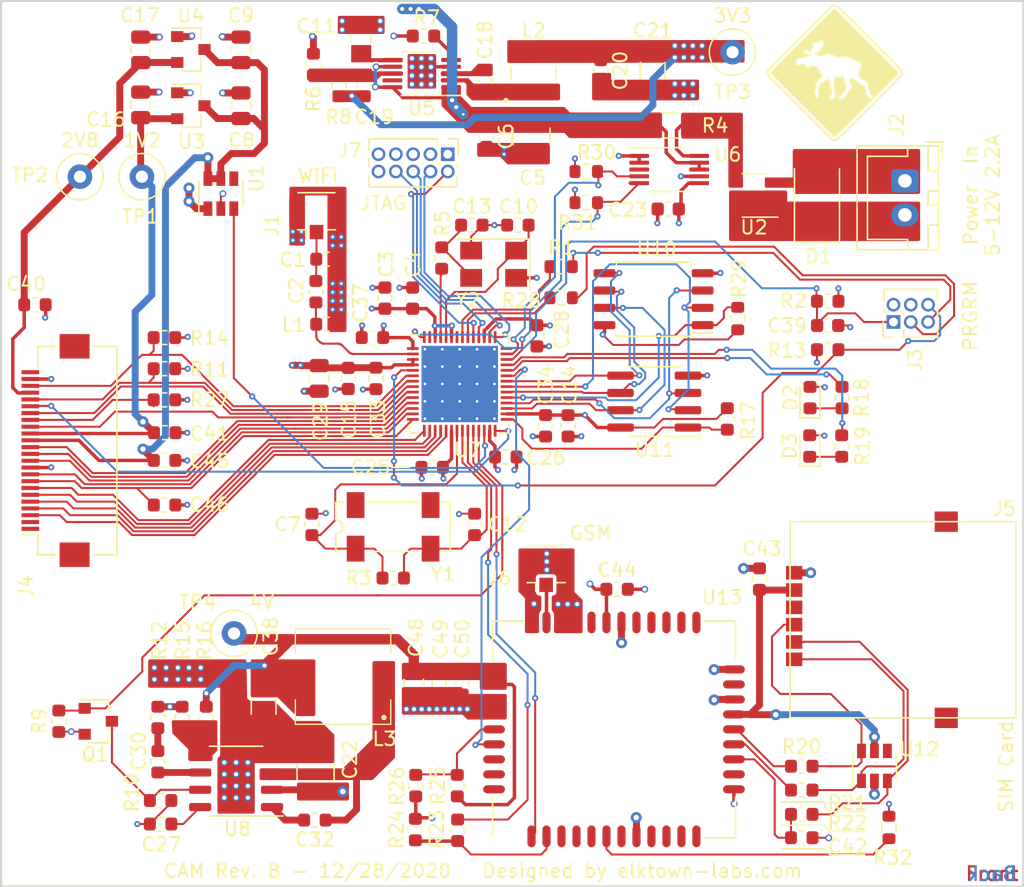
<source format=kicad_pcb>
(kicad_pcb (version 20171130) (host pcbnew 5.1.9-73d0e3b20d~88~ubuntu20.04.1)
  (layers (0 F.Cu signal) (1 In1.Cu power hide) (2 In2.Cu power hide) (31 B.Cu signal) (34 B.Paste user) (35 F.Paste user) (36 B.SilkS user) (37 F.SilkS user) (38 B.Mask user) (39 F.Mask user) (44 Edge.Cuts user))
  (net 0 "")
  (net 1 GND)
  (net 2 "Net-(C1-Pad1)")
  (net 3 "Net-(C2-Pad1)")
  (net 4 VSUPPLY)
  (net 5 CAM_3V3)
  (net 6 "Net-(C11-Pad1)")
  (net 7 "Net-(C13-Pad2)")
  (net 8 CAM_1V2)
  (net 9 CAM_2V8)
  (net 10 "Net-(C18-Pad2)")
  (net 11 "Net-(C18-Pad1)")
  (net 12 "Net-(C19-Pad2)")
  (net 13 3V3)
  (net 14 "Net-(C27-Pad1)")
  (net 15 VDD_SDIO)
  (net 16 "Net-(C30-Pad2)")
  (net 17 "Net-(C30-Pad1)")
  (net 18 "Net-(C32-Pad2)")
  (net 19 "Net-(C32-Pad1)")
  (net 20 4V)
  (net 21 SIM_IO)
  (net 22 VSIM)
  (net 23 CSI_PCLK)
  (net 24 "Net-(D1-Pad1)")
  (net 25 "Net-(D2-Pad1)")
  (net 26 "Net-(D3-Pad1)")
  (net 27 ~RST)
  (net 28 PRGR_RX)
  (net 29 PRGR_TX)
  (net 30 "Net-(J4-Pad24)")
  (net 31 CAM_RST)
  (net 32 CSI_VSYNC)
  (net 33 "Net-(J4-Pad17)")
  (net 34 CSI_HSYNC)
  (net 35 CSI_D7)
  (net 36 CSI_MCLK)
  (net 37 CSI_D6)
  (net 38 CSI_D5)
  (net 39 CSI_D4)
  (net 40 CSI_D0)
  (net 41 CSI_D3)
  (net 42 CSI_D1)
  (net 43 CSI_D2)
  (net 44 "Net-(J4-Pad2)")
  (net 45 "Net-(J4-Pad1)")
  (net 46 "Net-(J5-Pad3)")
  (net 47 "Net-(J5-Pad7)")
  (net 48 "Net-(J5-Pad2)")
  (net 49 "Net-(J5-Pad6)")
  (net 50 "Net-(J6-Pad1)")
  (net 51 "Net-(Q1-Pad3)")
  (net 52 RADIO_EN)
  (net 53 "Net-(R4-Pad1)")
  (net 54 "Net-(R7-Pad1)")
  (net 55 "Net-(R15-Pad2)")
  (net 56 SIM_RST)
  (net 57 SIM_CLK)
  (net 58 "Net-(R23-Pad2)")
  (net 59 GSM_TX)
  (net 60 "Net-(R25-Pad2)")
  (net 61 "Net-(U1-Pad4)")
  (net 62 CAM_EN)
  (net 63 "Net-(U5-Pad9)")
  (net 64 "Net-(U6-Pad3)")
  (net 65 SD_DATA1)
  (net 66 SD_DATA0)
  (net 67 SD_DATA3)
  (net 68 SD_DATA2)
  (net 69 GSM_RX)
  (net 70 GSM_PWRKEY)
  (net 71 "Net-(U13-Pad42)")
  (net 72 "Net-(U13-Pad41)")
  (net 73 "Net-(U13-Pad40)")
  (net 74 "Net-(U13-Pad29)")
  (net 75 "Net-(U13-Pad26)")
  (net 76 "Net-(U13-Pad25)")
  (net 77 "Net-(U13-Pad24)")
  (net 78 "Net-(U13-Pad23)")
  (net 79 "Net-(U13-Pad22)")
  (net 80 "Net-(U13-Pad20)")
  (net 81 "Net-(U13-Pad14)")
  (net 82 "Net-(U13-Pad12)")
  (net 83 "Net-(U13-Pad11)")
  (net 84 "Net-(U13-Pad10)")
  (net 85 "Net-(U13-Pad9)")
  (net 86 "Net-(U13-Pad7)")
  (net 87 "Net-(U13-Pad5)")
  (net 88 "Net-(U13-Pad4)")
  (net 89 "Net-(U13-Pad3)")
  (net 90 "Net-(U12-Pad4)")
  (net 91 PRGRM)
  (net 92 SDA_CAM)
  (net 93 SCL_CAM)
  (net 94 "Net-(J7-Pad10)")
  (net 95 TDI)
  (net 96 TDO)
  (net 97 TCK)
  (net 98 TMS)
  (net 99 "Net-(R1-Pad2)")
  (net 100 SPICS1)
  (net 101 "Net-(R28-Pad2)")
  (net 102 SPICS0)
  (net 103 SDA_AUX)
  (net 104 SCL_AUX)
  (net 105 "Net-(R32-Pad1)")
  (net 106 LED1)
  (net 107 LED2)
  (net 108 "Net-(U7-Pad55)")
  (net 109 "Net-(U7-Pad50)")
  (net 110 SPICLK)
  (net 111 /XTALP)
  (net 112 /XTAL32P)
  (net 113 /XTALN)
  (net 114 /XTAL32N)
  (net 115 "Net-(U7-Pad42)")
  (module Package_SO:SOIC-8_5.23x5.23mm_P1.27mm (layer F.Cu) (at 147.8788 73.8886 180)
    (fp_text reference U10 (at -0.2286 3.683) (layer F.SilkS))
    (fp_text value W25Q128JVS)
    (pad 8 smd roundrect (at 3.6 -1.905 180) (size 1.6 0.6) (layers F.Cu F.Paste F.Mask) (net 15 VDD_SDIO))
    (pad 7 smd roundrect (at 3.6 -0.635 180) (size 1.6 0.6) (layers F.Cu F.Paste F.Mask) (net 67 SD_DATA3))
    (pad 6 smd roundrect (at 3.6 0.635 180) (size 1.6 0.6) (layers F.Cu F.Paste F.Mask) (net 110 SPICLK))
    (pad 5 smd roundrect (at 3.6 1.905 180) (size 1.6 0.6) (layers F.Cu F.Paste F.Mask) (net 66 SD_DATA0))
    (pad 4 smd roundrect (at -3.6 1.905 180) (size 1.6 0.6) (layers F.Cu F.Paste F.Mask) (net 1 GND))
    (pad 3 smd roundrect (at -3.6 0.635 180) (size 1.6 0.6) (layers F.Cu F.Paste F.Mask) (net 68 SD_DATA2))
    (pad 2 smd roundrect (at -3.6 -0.635 180) (size 1.6 0.6) (layers F.Cu F.Paste F.Mask) (net 65 SD_DATA1))
    (pad 1 smd roundrect (at -3.6 -1.905 180) (size 1.6 0.6) (layers F.Cu F.Paste F.Mask) (net 102 SPICS0))
  )
  (module Package_SO:SOIC-8_3.9x4.9mm_P1.27mm (layer F.Cu) (at 147.9296 81.407 180)
    (fp_text reference U11 (at -0.0508 -3.5306) (layer F.SilkS))
    (fp_text value LY68L6400)
    (pad 8 smd roundrect (at 2.475 -1.905 180) (size 1.95 0.6) (layers F.Cu F.Paste F.Mask) (net 15 VDD_SDIO))
    (pad 7 smd roundrect (at 2.475 -0.635 180) (size 1.95 0.6) (layers F.Cu F.Paste F.Mask) (net 67 SD_DATA3))
    (pad 6 smd roundrect (at 2.475 0.635 180) (size 1.95 0.6) (layers F.Cu F.Paste F.Mask) (net 110 SPICLK))
    (pad 5 smd roundrect (at 2.475 1.905 180) (size 1.95 0.6) (layers F.Cu F.Paste F.Mask) (net 66 SD_DATA0))
    (pad 4 smd roundrect (at -2.475 1.905 180) (size 1.95 0.6) (layers F.Cu F.Paste F.Mask) (net 1 GND))
    (pad 3 smd roundrect (at -2.475 0.635 180) (size 1.95 0.6) (layers F.Cu F.Paste F.Mask) (net 68 SD_DATA2))
    (pad 2 smd roundrect (at -2.475 -0.635 180) (size 1.95 0.6) (layers F.Cu F.Paste F.Mask) (net 65 SD_DATA1))
    (pad 1 smd roundrect (at -2.475 -1.905 180) (size 1.95 0.6) (layers F.Cu F.Paste F.Mask) (net 100 SPICS1))
  )
  (module Resistor_SMD:R_0603_1608Metric (layer F.Cu) (at 161.6837 84.6709 270)
    (fp_text reference R19 (at 0 -1.524 90) (layer F.SilkS))
    (fp_text value TBD)
    (pad 2 smd roundrect (at 0.7875 0 270) (size 0.875 0.95) (layers F.Cu F.Paste F.Mask) (net 26 "Net-(D3-Pad1)"))
    (pad 1 smd roundrect (at -0.7875 0 270) (size 0.875 0.95) (layers F.Cu F.Paste F.Mask) (net 106 LED1))
  )
  (module LED_SMD:LED_0603_1608Metric (layer F.Cu) (at 159.3342 84.6709 90)
    (fp_text reference D3 (at 0 -1.4605 90) (layer F.SilkS))
    (fp_text value LED_BLUE)
    (pad 2 smd roundrect (at 0.7875 0 90) (size 0.875 0.95) (layers F.Cu F.Paste F.Mask) (net 13 3V3))
    (pad 1 smd roundrect (at -0.7875 0 90) (size 0.875 0.95) (layers F.Cu F.Paste F.Mask) (net 26 "Net-(D3-Pad1)"))
  )
  (module Crystal:Crystal_SMD_SeikoEpson_MC306-4Pin_8.0x3.2mm (layer F.Cu) (at 128.768 90.6039)
    (fp_text reference Y1 (at 3.673 3.4819) (layer F.SilkS))
    (fp_text value 32.768kHz)
    (pad 4 smd rect (at -2.75 -1.6) (size 1.3 1.9) (layers F.Cu F.Paste F.Mask))
    (pad 3 smd rect (at 2.75 -1.6) (size 1.3 1.9) (layers F.Cu F.Paste F.Mask))
    (pad 2 smd rect (at 2.75 1.6) (size 1.3 1.9) (layers F.Cu F.Paste F.Mask) (net 114 /XTAL32N))
    (pad 1 smd rect (at -2.75 1.6) (size 1.3 1.9) (layers F.Cu F.Paste F.Mask) (net 112 /XTAL32P))
  )
  (module Connector_FFC-FPC:Hirose_FH12-24S-0.5SH_1x24-1MP_P0.50mm_Horizontal (layer F.Cu) (at 104 85 90)
    (fp_text reference J4 (at -9.996 -2.146 90) (layer F.SilkS))
    (fp_text value Conn_01x24_Male)
    (pad 24 smd rect (at 5.75 -1.85 90) (size 0.3 1.3) (layers F.Cu F.Paste F.Mask) (net 30 "Net-(J4-Pad24)"))
    (pad 23 smd rect (at 5.25 -1.85 90) (size 0.3 1.3) (layers F.Cu F.Paste F.Mask) (net 1 GND))
    (pad 22 smd rect (at 4.75 -1.85 90) (size 0.3 1.3) (layers F.Cu F.Paste F.Mask) (net 92 SDA_CAM))
    (pad 21 smd rect (at 4.25 -1.85 90) (size 0.3 1.3) (layers F.Cu F.Paste F.Mask) (net 9 CAM_2V8))
    (pad 20 smd rect (at 3.75 -1.85 90) (size 0.3 1.3) (layers F.Cu F.Paste F.Mask) (net 93 SCL_CAM))
    (pad 19 smd rect (at 3.25 -1.85 90) (size 0.3 1.3) (layers F.Cu F.Paste F.Mask) (net 31 CAM_RST))
    (pad 18 smd rect (at 2.75 -1.85 90) (size 0.3 1.3) (layers F.Cu F.Paste F.Mask) (net 32 CSI_VSYNC))
    (pad 17 smd rect (at 2.25 -1.85 90) (size 0.3 1.3) (layers F.Cu F.Paste F.Mask) (net 33 "Net-(J4-Pad17)"))
    (pad 16 smd rect (at 1.75 -1.85 90) (size 0.3 1.3) (layers F.Cu F.Paste F.Mask) (net 34 CSI_HSYNC))
    (pad 15 smd rect (at 1.25 -1.85 90) (size 0.3 1.3) (layers F.Cu F.Paste F.Mask) (net 8 CAM_1V2))
    (pad 14 smd rect (at 0.75 -1.85 90) (size 0.3 1.3) (layers F.Cu F.Paste F.Mask) (net 5 CAM_3V3))
    (pad 13 smd rect (at 0.25 -1.85 90) (size 0.3 1.3) (layers F.Cu F.Paste F.Mask) (net 35 CSI_D7))
    (pad 12 smd rect (at -0.25 -1.85 90) (size 0.3 1.3) (layers F.Cu F.Paste F.Mask) (net 36 CSI_MCLK))
    (pad 11 smd rect (at -0.75 -1.85 90) (size 0.3 1.3) (layers F.Cu F.Paste F.Mask) (net 37 CSI_D6))
    (pad 10 smd rect (at -1.25 -1.85 90) (size 0.3 1.3) (layers F.Cu F.Paste F.Mask) (net 1 GND))
    (pad 9 smd rect (at -1.75 -1.85 90) (size 0.3 1.3) (layers F.Cu F.Paste F.Mask) (net 38 CSI_D5))
    (pad 8 smd rect (at -2.25 -1.85 90) (size 0.3 1.3) (layers F.Cu F.Paste F.Mask) (net 23 CSI_PCLK))
    (pad 7 smd rect (at -2.75 -1.85 90) (size 0.3 1.3) (layers F.Cu F.Paste F.Mask) (net 39 CSI_D4))
    (pad 6 smd rect (at -3.25 -1.85 90) (size 0.3 1.3) (layers F.Cu F.Paste F.Mask) (net 40 CSI_D0))
    (pad 5 smd rect (at -3.75 -1.85 90) (size 0.3 1.3) (layers F.Cu F.Paste F.Mask) (net 41 CSI_D3))
    (pad 4 smd rect (at -4.25 -1.85 90) (size 0.3 1.3) (layers F.Cu F.Paste F.Mask) (net 42 CSI_D1))
    (pad 3 smd rect (at -4.75 -1.85 90) (size 0.3 1.3) (layers F.Cu F.Paste F.Mask) (net 43 CSI_D2))
    (pad 2 smd rect (at -5.25 -1.85 90) (size 0.3 1.3) (layers F.Cu F.Paste F.Mask) (net 44 "Net-(J4-Pad2)"))
    (pad 1 smd rect (at -5.75 -1.85 90) (size 0.3 1.3) (layers F.Cu F.Paste F.Mask) (net 45 "Net-(J4-Pad1)"))
    (pad MP smd rect (at -7.65 1.4 90) (size 1.8 2.2) (layers F.Cu F.Paste F.Mask))
    (pad MP smd rect (at 7.65 1.4 90) (size 1.8 2.2) (layers F.Cu F.Paste F.Mask))
  )
  (module Capacitor_SMD:C_0603_1608Metric (layer F.Cu) (at 160.655 75.819)
    (fp_text reference C39 (at -2.9718 0) (layer F.SilkS))
    (fp_text value 100n)
    (pad 2 smd roundrect (at 0.775 0) (size 0.9 0.95) (layers F.Cu F.Paste F.Mask) (net 1 GND))
    (pad 1 smd roundrect (at -0.775 0) (size 0.9 0.95) (layers F.Cu F.Paste F.Mask) (net 27 ~RST))
  )
  (module Connector_PinHeader_1.27mm:PinHeader_2x05_P1.27mm_Vertical (layer F.Cu) (at 132.7785 63.246 270)
    (fp_text reference J7 (at -0.2732 7.1753 180) (layer F.SilkS))
    (fp_text value JTAG)
    (pad 10 thru_hole oval (at 1.27 5.08 270) (size 1 1) (drill 0.65) (layers *.Cu *.Mask) (net 94 "Net-(J7-Pad10)"))
    (pad 9 thru_hole oval (at 0 5.08 270) (size 1 1) (drill 0.65) (layers *.Cu *.Mask) (net 1 GND))
    (pad 8 thru_hole oval (at 1.27 3.81 270) (size 1 1) (drill 0.65) (layers *.Cu *.Mask) (net 95 TDI))
    (pad 7 thru_hole oval (at 0 3.81 270) (size 1 1) (drill 0.65) (layers *.Cu *.Mask) (net 1 GND))
    (pad 6 thru_hole oval (at 1.27 2.54 270) (size 1 1) (drill 0.65) (layers *.Cu *.Mask) (net 96 TDO))
    (pad 5 thru_hole oval (at 0 2.54 270) (size 1 1) (drill 0.65) (layers *.Cu *.Mask) (net 1 GND))
    (pad 4 thru_hole oval (at 1.27 1.27 270) (size 1 1) (drill 0.65) (layers *.Cu *.Mask) (net 97 TCK))
    (pad 3 thru_hole oval (at 0 1.27 270) (size 1 1) (drill 0.65) (layers *.Cu *.Mask) (net 1 GND))
    (pad 2 thru_hole oval (at 1.27 0 270) (size 1 1) (drill 0.65) (layers *.Cu *.Mask) (net 98 TMS))
    (pad 1 thru_hole rect (at 0 0 270) (size 1 1) (drill 0.65) (layers *.Cu *.Mask) (net 13 3V3))
  )
  (module Connector_PinHeader_1.27mm:PinHeader_2x03_P1.27mm_Vertical (layer F.Cu) (at 165.481 75.565 90)
    (fp_text reference J3 (at -2.794 1.5875 90) (layer F.SilkS))
    (fp_text value PRGR)
    (pad 6 thru_hole oval (at 1.27 2.54 90) (size 1 1) (drill 0.65) (layers *.Cu *.Mask) (net 91 PRGRM))
    (pad 5 thru_hole oval (at 0 2.54 90) (size 1 1) (drill 0.65) (layers *.Cu *.Mask) (net 28 PRGR_RX))
    (pad 4 thru_hole oval (at 1.27 1.27 90) (size 1 1) (drill 0.65) (layers *.Cu *.Mask) (net 1 GND))
    (pad 3 thru_hole oval (at 0 1.27 90) (size 1 1) (drill 0.65) (layers *.Cu *.Mask) (net 29 PRGR_TX))
    (pad 2 thru_hole oval (at 1.27 0 90) (size 1 1) (drill 0.65) (layers *.Cu *.Mask) (net 13 3V3))
    (pad 1 thru_hole rect (at 0 0 90) (size 1 1) (drill 0.65) (layers *.Cu *.Mask) (net 27 ~RST))
  )
  (module Package_DFN_QFN:QFN-56-1EP_7x7mm_P0.4mm_EP5.6x5.6mm_ThermalVias (layer F.Cu) (at 133.6548 80.1116)
    (fp_text reference U7 (at 0.5717 4.8449) (layer F.SilkS))
    (fp_text value ESP32-S2)
    (pad 57 smd rect (at 0 0) (size 5.6 5.6) (layers B.Cu) (net 1 GND))
    (pad 57 thru_hole circle (at 2.55 2.55) (size 0.5 0.5) (drill 0.2) (layers *.Cu) (net 1 GND))
    (pad 57 thru_hole circle (at 1.275 2.55) (size 0.5 0.5) (drill 0.2) (layers *.Cu) (net 1 GND))
    (pad 57 thru_hole circle (at 0 2.55) (size 0.5 0.5) (drill 0.2) (layers *.Cu) (net 1 GND))
    (pad 57 thru_hole circle (at -1.275 2.55) (size 0.5 0.5) (drill 0.2) (layers *.Cu) (net 1 GND))
    (pad 57 thru_hole circle (at -2.55 2.55) (size 0.5 0.5) (drill 0.2) (layers *.Cu) (net 1 GND))
    (pad 57 thru_hole circle (at 2.55 1.275) (size 0.5 0.5) (drill 0.2) (layers *.Cu) (net 1 GND))
    (pad 57 thru_hole circle (at 1.275 1.275) (size 0.5 0.5) (drill 0.2) (layers *.Cu) (net 1 GND))
    (pad 57 thru_hole circle (at 0 1.275) (size 0.5 0.5) (drill 0.2) (layers *.Cu) (net 1 GND))
    (pad 57 thru_hole circle (at -1.275 1.275) (size 0.5 0.5) (drill 0.2) (layers *.Cu) (net 1 GND))
    (pad 57 thru_hole circle (at -2.55 1.275) (size 0.5 0.5) (drill 0.2) (layers *.Cu) (net 1 GND))
    (pad 57 thru_hole circle (at 2.55 0) (size 0.5 0.5) (drill 0.2) (layers *.Cu) (net 1 GND))
    (pad 57 thru_hole circle (at 1.275 0) (size 0.5 0.5) (drill 0.2) (layers *.Cu) (net 1 GND))
    (pad 57 thru_hole circle (at 0 0) (size 0.5 0.5) (drill 0.2) (layers *.Cu) (net 1 GND))
    (pad 57 thru_hole circle (at -1.275 0) (size 0.5 0.5) (drill 0.2) (layers *.Cu) (net 1 GND))
    (pad 57 thru_hole circle (at -2.55 0) (size 0.5 0.5) (drill 0.2) (layers *.Cu) (net 1 GND))
    (pad 57 thru_hole circle (at 2.55 -1.275) (size 0.5 0.5) (drill 0.2) (layers *.Cu) (net 1 GND))
    (pad 57 thru_hole circle (at 1.275 -1.275) (size 0.5 0.5) (drill 0.2) (layers *.Cu) (net 1 GND))
    (pad 57 thru_hole circle (at 0 -1.275) (size 0.5 0.5) (drill 0.2) (layers *.Cu) (net 1 GND))
    (pad 57 thru_hole circle (at -1.275 -1.275) (size 0.5 0.5) (drill 0.2) (layers *.Cu) (net 1 GND))
    (pad 57 thru_hole circle (at -2.55 -1.275) (size 0.5 0.5) (drill 0.2) (layers *.Cu) (net 1 GND))
    (pad 57 thru_hole circle (at 2.55 -2.55) (size 0.5 0.5) (drill 0.2) (layers *.Cu) (net 1 GND))
    (pad 57 thru_hole circle (at 1.275 -2.55) (size 0.5 0.5) (drill 0.2) (layers *.Cu) (net 1 GND))
    (pad 57 thru_hole circle (at 0 -2.55) (size 0.5 0.5) (drill 0.2) (layers *.Cu) (net 1 GND))
    (pad 57 thru_hole circle (at -1.275 -2.55) (size 0.5 0.5) (drill 0.2) (layers *.Cu) (net 1 GND))
    (pad 57 thru_hole circle (at -2.55 -2.55) (size 0.5 0.5) (drill 0.2) (layers *.Cu) (net 1 GND))
    (pad 57 smd rect (at 0 0) (size 5.6 5.6) (layers F.Cu F.Mask) (net 1 GND))
    (pad 56 smd roundrect (at -2.6 -3.4375) (size 0.2 0.875) (layers F.Cu F.Paste F.Mask) (net 27 ~RST))
    (pad 55 smd roundrect (at -2.2 -3.4375) (size 0.2 0.875) (layers F.Cu F.Paste F.Mask) (net 108 "Net-(U7-Pad55)"))
    (pad 54 smd roundrect (at -1.8 -3.4375) (size 0.2 0.875) (layers F.Cu F.Paste F.Mask) (net 13 3V3))
    (pad 53 smd roundrect (at -1.4 -3.4375) (size 0.2 0.875) (layers F.Cu F.Paste F.Mask) (net 111 /XTALP))
    (pad 52 smd roundrect (at -1 -3.4375) (size 0.2 0.875) (layers F.Cu F.Paste F.Mask) (net 113 /XTALN))
    (pad 51 smd roundrect (at -0.6 -3.4375) (size 0.2 0.875) (layers F.Cu F.Paste F.Mask) (net 13 3V3))
    (pad 50 smd roundrect (at -0.2 -3.4375) (size 0.2 0.875) (layers F.Cu F.Paste F.Mask) (net 109 "Net-(U7-Pad50)"))
    (pad 49 smd roundrect (at 0.2 -3.4375) (size 0.2 0.875) (layers F.Cu F.Paste F.Mask) (net 99 "Net-(R1-Pad2)"))
    (pad 48 smd roundrect (at 0.6 -3.4375) (size 0.2 0.875) (layers F.Cu F.Paste F.Mask) (net 101 "Net-(R28-Pad2)"))
    (pad 47 smd roundrect (at 1 -3.4375) (size 0.2 0.875) (layers F.Cu F.Paste F.Mask) (net 98 TMS))
    (pad 46 smd roundrect (at 1.4 -3.4375) (size 0.2 0.875) (layers F.Cu F.Paste F.Mask) (net 95 TDI))
    (pad 45 smd roundrect (at 1.8 -3.4375) (size 0.2 0.875) (layers F.Cu F.Paste F.Mask) (net 13 3V3))
    (pad 44 smd roundrect (at 2.2 -3.4375) (size 0.2 0.875) (layers F.Cu F.Paste F.Mask) (net 96 TDO))
    (pad 43 smd roundrect (at 2.6 -3.4375) (size 0.2 0.875) (layers F.Cu F.Paste F.Mask) (net 97 TCK))
    (pad 42 smd roundrect (at 3.4375 -2.6) (size 0.875 0.2) (layers F.Cu F.Paste F.Mask) (net 115 "Net-(U7-Pad42)"))
    (pad 41 smd roundrect (at 3.4375 -2.2) (size 0.875 0.2) (layers F.Cu F.Paste F.Mask) (net 103 SDA_AUX))
    (pad 40 smd roundrect (at 3.4375 -1.8) (size 0.875 0.2) (layers F.Cu F.Paste F.Mask) (net 104 SCL_AUX))
    (pad 39 smd roundrect (at 3.4375 -1.4) (size 0.875 0.2) (layers F.Cu F.Paste F.Mask) (net 106 LED1))
    (pad 38 smd roundrect (at 3.4375 -1) (size 0.875 0.2) (layers F.Cu F.Paste F.Mask) (net 107 LED2))
    (pad 37 smd roundrect (at 3.4375 -0.6) (size 0.875 0.2) (layers F.Cu F.Paste F.Mask) (net 70 GSM_PWRKEY))
    (pad 36 smd roundrect (at 3.4375 -0.2) (size 0.875 0.2) (layers F.Cu F.Paste F.Mask) (net 66 SD_DATA0))
    (pad 35 smd roundrect (at 3.4375 0.2) (size 0.875 0.2) (layers F.Cu F.Paste F.Mask) (net 65 SD_DATA1))
    (pad 34 smd roundrect (at 3.4375 0.6) (size 0.875 0.2) (layers F.Cu F.Paste F.Mask) (net 110 SPICLK))
    (pad 33 smd roundrect (at 3.4375 1) (size 0.875 0.2) (layers F.Cu F.Paste F.Mask) (net 102 SPICS0))
    (pad 32 smd roundrect (at 3.4375 1.4) (size 0.875 0.2) (layers F.Cu F.Paste F.Mask) (net 68 SD_DATA2))
    (pad 31 smd roundrect (at 3.4375 1.8) (size 0.875 0.2) (layers F.Cu F.Paste F.Mask) (net 67 SD_DATA3))
    (pad 30 smd roundrect (at 3.4375 2.2) (size 0.875 0.2) (layers F.Cu F.Paste F.Mask) (net 15 VDD_SDIO))
    (pad 29 smd roundrect (at 3.4375 2.6) (size 0.875 0.2) (layers F.Cu F.Paste F.Mask) (net 100 SPICS1))
    (pad 28 smd roundrect (at 2.6 3.4375) (size 0.2 0.875) (layers F.Cu F.Paste F.Mask) (net 31 CAM_RST))
    (pad 27 smd roundrect (at 2.2 3.4375) (size 0.2 0.875) (layers F.Cu F.Paste F.Mask) (net 13 3V3))
    (pad 26 smd roundrect (at 1.8 3.4375) (size 0.2 0.875) (layers F.Cu F.Paste F.Mask) (net 62 CAM_EN))
    (pad 25 smd roundrect (at 1.4 3.4375) (size 0.2 0.875) (layers F.Cu F.Paste F.Mask) (net 52 RADIO_EN))
    (pad 24 smd roundrect (at 1 3.4375) (size 0.2 0.875) (layers F.Cu F.Paste F.Mask) (net 69 GSM_RX))
    (pad 23 smd roundrect (at 0.6 3.4375) (size 0.2 0.875) (layers F.Cu F.Paste F.Mask) (net 59 GSM_TX))
    (pad 22 smd roundrect (at 0.2 3.4375) (size 0.2 0.875) (layers F.Cu F.Paste F.Mask) (net 114 /XTAL32N))
    (pad 21 smd roundrect (at -0.2 3.4375) (size 0.2 0.875) (layers F.Cu F.Paste F.Mask) (net 112 /XTAL32P))
    (pad 20 smd roundrect (at -0.6 3.4375) (size 0.2 0.875) (layers F.Cu F.Paste F.Mask) (net 13 3V3))
    (pad 19 smd roundrect (at -1 3.4375) (size 0.2 0.875) (layers F.Cu F.Paste F.Mask) (net 43 CSI_D2))
    (pad 18 smd roundrect (at -1.4 3.4375) (size 0.2 0.875) (layers F.Cu F.Paste F.Mask) (net 42 CSI_D1))
    (pad 17 smd roundrect (at -1.8 3.4375) (size 0.2 0.875) (layers F.Cu F.Paste F.Mask) (net 41 CSI_D3))
    (pad 16 smd roundrect (at -2.2 3.4375) (size 0.2 0.875) (layers F.Cu F.Paste F.Mask) (net 40 CSI_D0))
    (pad 15 smd roundrect (at -2.6 3.4375) (size 0.2 0.875) (layers F.Cu F.Paste F.Mask) (net 39 CSI_D4))
    (pad 14 smd roundrect (at -3.4375 2.6) (size 0.875 0.2) (layers F.Cu F.Paste F.Mask) (net 23 CSI_PCLK))
    (pad 13 smd roundrect (at -3.4375 2.2) (size 0.875 0.2) (layers F.Cu F.Paste F.Mask) (net 38 CSI_D5))
    (pad 12 smd roundrect (at -3.4375 1.8) (size 0.875 0.2) (layers F.Cu F.Paste F.Mask) (net 37 CSI_D6))
    (pad 11 smd roundrect (at -3.4375 1.4) (size 0.875 0.2) (layers F.Cu F.Paste F.Mask) (net 36 CSI_MCLK))
    (pad 10 smd roundrect (at -3.4375 1) (size 0.875 0.2) (layers F.Cu F.Paste F.Mask) (net 35 CSI_D7))
    (pad 9 smd roundrect (at -3.4375 0.6) (size 0.875 0.2) (layers F.Cu F.Paste F.Mask) (net 34 CSI_HSYNC))
    (pad 8 smd roundrect (at -3.4375 0.2) (size 0.875 0.2) (layers F.Cu F.Paste F.Mask) (net 32 CSI_VSYNC))
    (pad 7 smd roundrect (at -3.4375 -0.2) (size 0.875 0.2) (layers F.Cu F.Paste F.Mask) (net 93 SCL_CAM))
    (pad 6 smd roundrect (at -3.4375 -0.6) (size 0.875 0.2) (layers F.Cu F.Paste F.Mask) (net 92 SDA_CAM))
    (pad 5 smd roundrect (at -3.4375 -1) (size 0.875 0.2) (layers F.Cu F.Paste F.Mask) (net 91 PRGRM))
    (pad 4 smd roundrect (at -3.4375 -1.4) (size 0.875 0.2) (layers F.Cu F.Paste F.Mask) (net 13 3V3))
    (pad 3 smd roundrect (at -3.4375 -1.8) (size 0.875 0.2) (layers F.Cu F.Paste F.Mask) (net 13 3V3))
    (pad 2 smd roundrect (at -3.4375 -2.2) (size 0.875 0.2) (layers F.Cu F.Paste F.Mask) (net 3 "Net-(C2-Pad1)"))
    (pad 1 smd roundrect (at -3.4375 -2.6) (size 0.875 0.2) (layers F.Cu F.Paste F.Mask) (net 13 3V3))
  )
  (module Resistor_SMD:R_0603_1608Metric (layer F.Cu) (at 165.1508 112.6744 90)
    (fp_text reference R32 (at -2.216 0.2796 180) (layer F.SilkS))
    (fp_text value 10k)
    (pad 2 smd roundrect (at 0.825 0 90) (size 0.8 0.95) (layers F.Cu F.Paste F.Mask) (net 1 GND))
    (pad 1 smd roundrect (at -0.825 0 90) (size 0.8 0.95) (layers F.Cu F.Paste F.Mask) (net 105 "Net-(R32-Pad1)"))
  )
  (module Resistor_SMD:R_0603_1608Metric (layer F.Cu) (at 142.9385 66.802)
    (fp_text reference R31 (at -0.635 1.4605) (layer F.SilkS))
    (fp_text value 4.7k)
    (pad 2 smd roundrect (at 0.825 0) (size 0.8 0.95) (layers F.Cu F.Paste F.Mask) (net 104 SCL_AUX))
    (pad 1 smd roundrect (at -0.825 0) (size 0.8 0.95) (layers F.Cu F.Paste F.Mask) (net 13 3V3))
  )
  (module Resistor_SMD:R_0603_1608Metric (layer F.Cu) (at 142.9385 64.516)
    (fp_text reference R30 (at 0.762 -1.397) (layer F.SilkS))
    (fp_text value 4.7k)
    (pad 2 smd roundrect (at 0.825 0) (size 0.8 0.95) (layers F.Cu F.Paste F.Mask) (net 103 SDA_AUX))
    (pad 1 smd roundrect (at -0.825 0) (size 0.8 0.95) (layers F.Cu F.Paste F.Mask) (net 13 3V3))
  )
  (module Resistor_SMD:R_0603_1608Metric (layer F.Cu) (at 154.051 75.311 270)
    (fp_text reference R29 (at -2.9402 -0.1018 90) (layer F.SilkS))
    (fp_text value 10k)
    (pad 2 smd roundrect (at 0.825 0 270) (size 0.8 0.95) (layers F.Cu F.Paste F.Mask) (net 15 VDD_SDIO))
    (pad 1 smd roundrect (at -0.825 0 270) (size 0.8 0.95) (layers F.Cu F.Paste F.Mask) (net 102 SPICS0))
  )
  (module Resistor_SMD:R_0603_1608Metric (layer F.Cu) (at 141.097 73.787 180)
    (fp_text reference R28 (at 2.921 -0.1905) (layer F.SilkS))
    (fp_text value 0)
    (pad 2 smd roundrect (at 0.825 0 180) (size 0.8 0.95) (layers F.Cu F.Paste F.Mask) (net 101 "Net-(R28-Pad2)"))
    (pad 1 smd roundrect (at -0.825 0 180) (size 0.8 0.95) (layers F.Cu F.Paste F.Mask) (net 29 PRGR_TX))
  )
  (module Resistor_SMD:R_0603_1608Metric (layer F.Cu) (at 141.097 71.501 180)
    (fp_text reference R1 (at 0 1.397) (layer F.SilkS))
    (fp_text value 0)
    (pad 2 smd roundrect (at 0.825 0 180) (size 0.8 0.95) (layers F.Cu F.Paste F.Mask) (net 99 "Net-(R1-Pad2)"))
    (pad 1 smd roundrect (at -0.825 0 180) (size 0.8 0.95) (layers F.Cu F.Paste F.Mask) (net 28 PRGR_RX))
  )
  (module Capacitor_SMD:C_0603_1608Metric (layer F.Cu) (at 139.319 76.581 270)
    (fp_text reference C28 (at -0.451 -1.829 90) (layer F.SilkS))
    (fp_text value 100n)
    (pad 2 smd roundrect (at 0.775 0 270) (size 0.9 0.95) (layers F.Cu F.Paste F.Mask) (net 1 GND))
    (pad 1 smd roundrect (at -0.775 0 270) (size 0.9 0.95) (layers F.Cu F.Paste F.Mask) (net 13 3V3))
  )
  (module Capacitor_SMD:C_0603_1608Metric (layer F.Cu) (at 148.9556 67.2698 180)
    (fp_text reference C23 (at 2.9308 -0.0718) (layer F.SilkS))
    (fp_text value 100n)
    (pad 2 smd roundrect (at 0.775 0 180) (size 0.9 0.95) (layers F.Cu F.Paste F.Mask) (net 1 GND))
    (pad 1 smd roundrect (at -0.775 0 180) (size 0.9 0.95) (layers F.Cu F.Paste F.Mask) (net 13 3V3))
  )
  (module Capacitor_SMD:C_0603_1608Metric (layer F.Cu) (at 144.0026 57.1098 270)
    (fp_text reference C20 (at 0 -1.43 90) (layer F.SilkS))
    (fp_text value 100n)
    (pad 2 smd roundrect (at 0.775 0 270) (size 0.9 0.95) (layers F.Cu F.Paste F.Mask) (net 1 GND))
    (pad 1 smd roundrect (at -0.775 0 270) (size 0.9 0.95) (layers F.Cu F.Paste F.Mask) (net 13 3V3))
  )
  (module Capacitor_SMD:C_0603_1608Metric (layer F.Cu) (at 125.476 79.7052 270)
    (fp_text reference C15 (at 2.9972 -0.0508 90) (layer F.SilkS))
    (fp_text value 1u)
    (pad 2 smd roundrect (at 0.775 0 270) (size 0.9 0.95) (layers F.Cu F.Paste F.Mask) (net 1 GND))
    (pad 1 smd roundrect (at -0.775 0 270) (size 0.9 0.95) (layers F.Cu F.Paste F.Mask) (net 13 3V3))
  )
  (module Capacitor_SMD:C_0603_1608Metric (layer F.Cu) (at 135.6206 61.9358 270)
    (fp_text reference C6 (at 0 -1.43 90) (layer F.SilkS))
    (fp_text value 100n)
    (pad 2 smd roundrect (at 0.775 0 270) (size 0.9 0.95) (layers F.Cu F.Paste F.Mask) (net 1 GND))
    (pad 1 smd roundrect (at -0.775 0 270) (size 0.9 0.95) (layers F.Cu F.Paste F.Mask) (net 4 VSUPPLY))
  )
  (module Capacitor_SMD:C_0603_1608Metric (layer F.Cu) (at 130.2004 73.8124 90)
    (fp_text reference C4 (at 2.4892 0.0508 90) (layer F.SilkS))
    (fp_text value 1u)
    (pad 2 smd roundrect (at 0.775 0 90) (size 0.9 0.95) (layers F.Cu F.Paste F.Mask) (net 1 GND))
    (pad 1 smd roundrect (at -0.775 0 90) (size 0.9 0.95) (layers F.Cu F.Paste F.Mask) (net 13 3V3))
  )
  (module Capacitor_SMD:C_0603_1608Metric (layer F.Cu) (at 128.1684 73.8124 90)
    (fp_text reference C3 (at 2.4892 0.1016 90) (layer F.SilkS))
    (fp_text value 100p)
    (pad 2 smd roundrect (at 0.775 0 90) (size 0.9 0.95) (layers F.Cu F.Paste F.Mask) (net 1 GND))
    (pad 1 smd roundrect (at -0.775 0 90) (size 0.9 0.95) (layers F.Cu F.Paste F.Mask) (net 13 3V3))
  )
  (module RF_GSM:SIMCom_SIM800C (layer F.Cu) (at 144.9734 105.4714 90)
    (fp_text reference U13 (at 9.688 7.9346 180) (layer F.SilkS))
    (fp_text value SIM800C)
    (pad 42 smd oval (at -4.4 -8.8 90) (size 0.6 1.6) (layers F.Cu F.Paste F.Mask) (net 71 "Net-(U13-Pad42)"))
    (pad 41 smd oval (at -3.3 -8.8 90) (size 0.6 1.6) (layers F.Cu F.Paste F.Mask) (net 72 "Net-(U13-Pad41)"))
    (pad 40 smd oval (at -2.2 -8.8 90) (size 0.6 1.6) (layers F.Cu F.Paste F.Mask) (net 73 "Net-(U13-Pad40)"))
    (pad 39 smd oval (at -1.1 -8.8 90) (size 0.6 1.6) (layers F.Cu F.Paste F.Mask) (net 70 GSM_PWRKEY))
    (pad 38 smd oval (at 0 -8.8 90) (size 0.6 1.6) (layers F.Cu F.Paste F.Mask) (net 60 "Net-(R25-Pad2)"))
    (pad 37 smd oval (at 1.1 -8.8 90) (size 0.6 1.6) (layers F.Cu F.Paste F.Mask) (net 1 GND))
    (pad 36 smd oval (at 2.2 -8.8 90) (size 0.6 1.6) (layers F.Cu F.Paste F.Mask) (net 1 GND))
    (pad 35 smd oval (at 3.3 -8.8 90) (size 0.6 1.6) (layers F.Cu F.Paste F.Mask) (net 20 4V))
    (pad 34 smd oval (at 4.4 -8.8 90) (size 0.6 1.6) (layers F.Cu F.Paste F.Mask) (net 20 4V))
    (pad 33 smd oval (at 7.85 -6.05 90) (size 1.6 0.6) (layers F.Cu F.Paste F.Mask) (net 1 GND))
    (pad 32 smd oval (at 7.85 -4.95 90) (size 1.6 0.6) (layers F.Cu F.Paste F.Mask) (net 50 "Net-(J6-Pad1)"))
    (pad 31 smd oval (at 7.85 -3.85 90) (size 1.6 0.6) (layers F.Cu F.Paste F.Mask) (net 1 GND))
    (pad 30 smd oval (at 7.85 -2.75 90) (size 1.6 0.6) (layers F.Cu F.Paste F.Mask) (net 1 GND))
    (pad 29 smd oval (at 7.85 -1.65 90) (size 1.6 0.6) (layers F.Cu F.Paste F.Mask) (net 74 "Net-(U13-Pad29)"))
    (pad 28 smd oval (at 7.85 -0.55 90) (size 1.6 0.6) (layers F.Cu F.Paste F.Mask) (net 13 3V3))
    (pad 27 smd oval (at 7.85 0.55 90) (size 1.6 0.6) (layers F.Cu F.Paste F.Mask) (net 1 GND))
    (pad 26 smd oval (at 7.85 1.65 90) (size 1.6 0.6) (layers F.Cu F.Paste F.Mask) (net 75 "Net-(U13-Pad26)"))
    (pad 25 smd oval (at 7.85 2.75 90) (size 1.6 0.6) (layers F.Cu F.Paste F.Mask) (net 76 "Net-(U13-Pad25)"))
    (pad 24 smd oval (at 7.85 3.85 90) (size 1.6 0.6) (layers F.Cu F.Paste F.Mask) (net 77 "Net-(U13-Pad24)"))
    (pad 23 smd oval (at 7.85 4.95 90) (size 1.6 0.6) (layers F.Cu F.Paste F.Mask) (net 78 "Net-(U13-Pad23)"))
    (pad 22 smd oval (at 7.85 6.05 90) (size 1.6 0.6) (layers F.Cu F.Paste F.Mask) (net 79 "Net-(U13-Pad22)"))
    (pad 21 smd oval (at 4.4 8.8 90) (size 0.6 1.6) (layers F.Cu F.Paste F.Mask) (net 1 GND))
    (pad 20 smd oval (at 3.3 8.8 90) (size 0.6 1.6) (layers F.Cu F.Paste F.Mask) (net 80 "Net-(U13-Pad20)"))
    (pad 19 smd oval (at 2.2 8.8 90) (size 0.6 1.6) (layers F.Cu F.Paste F.Mask) (net 1 GND))
    (pad 18 smd oval (at 1.1 8.8 90) (size 0.6 1.6) (layers F.Cu F.Paste F.Mask) (net 22 VSIM))
    (pad 17 smd oval (at 0 8.8 90) (size 0.6 1.6) (layers F.Cu F.Paste F.Mask) (net 56 SIM_RST))
    (pad 16 smd oval (at -1.1 8.8 90) (size 0.6 1.6) (layers F.Cu F.Paste F.Mask) (net 57 SIM_CLK))
    (pad 15 smd oval (at -2.2 8.8 90) (size 0.6 1.6) (layers F.Cu F.Paste F.Mask) (net 21 SIM_IO))
    (pad 14 smd oval (at -3.3 8.8 90) (size 0.6 1.6) (layers F.Cu F.Paste F.Mask) (net 81 "Net-(U13-Pad14)"))
    (pad 13 smd oval (at -4.4 8.8 90) (size 0.6 1.6) (layers F.Cu F.Paste F.Mask) (net 1 GND))
    (pad 12 smd oval (at -7.85 6.05 90) (size 1.6 0.6) (layers F.Cu F.Paste F.Mask) (net 82 "Net-(U13-Pad12)"))
    (pad 11 smd oval (at -7.85 4.95 90) (size 1.6 0.6) (layers F.Cu F.Paste F.Mask) (net 83 "Net-(U13-Pad11)"))
    (pad 10 smd oval (at -7.85 3.85 90) (size 1.6 0.6) (layers F.Cu F.Paste F.Mask) (net 84 "Net-(U13-Pad10)"))
    (pad 9 smd oval (at -7.85 2.75 90) (size 1.6 0.6) (layers F.Cu F.Paste F.Mask) (net 85 "Net-(U13-Pad9)"))
    (pad 8 smd oval (at -7.85 1.65 90) (size 1.6 0.6) (layers F.Cu F.Paste F.Mask) (net 1 GND))
    (pad 7 smd oval (at -7.85 0.55 90) (size 1.6 0.6) (layers F.Cu F.Paste F.Mask) (net 86 "Net-(U13-Pad7)"))
    (pad 6 smd oval (at -7.85 -0.55 90) (size 1.6 0.6) (layers F.Cu F.Paste F.Mask) (net 105 "Net-(R32-Pad1)"))
    (pad 5 smd oval (at -7.85 -1.65 90) (size 1.6 0.6) (layers F.Cu F.Paste F.Mask) (net 87 "Net-(U13-Pad5)"))
    (pad 4 smd oval (at -7.85 -2.75 90) (size 1.6 0.6) (layers F.Cu F.Paste F.Mask) (net 88 "Net-(U13-Pad4)"))
    (pad 3 smd oval (at -7.85 -3.85 90) (size 1.6 0.6) (layers F.Cu F.Paste F.Mask) (net 89 "Net-(U13-Pad3)"))
    (pad 2 smd oval (at -7.85 -4.95 90) (size 1.6 0.6) (layers F.Cu F.Paste F.Mask) (net 58 "Net-(R23-Pad2)"))
    (pad 1 smd oval (at -7.85 -6.05 90) (size 1.6 0.6) (layers F.Cu F.Paste F.Mask) (net 69 GSM_RX))
  )
  (module TestPoint:TestPoint_Loop_D2.60mm_Drill0.9mm_Beaded (layer F.Cu) (at 117.094 98.425)
    (fp_text reference TP4 (at -2.667 -2.286) (layer F.SilkS))
    (fp_text value 4V)
    (pad 1 thru_hole circle (at 0 0) (size 1.8 1.8) (drill 0.9) (layers *.Cu *.Mask) (net 20 4V))
  )
  (module TestPoint:TestPoint_Loop_D2.60mm_Drill0.9mm_Beaded (layer F.Cu) (at 153.67 55.753)
    (fp_text reference TP3 (at 0 2.921) (layer F.SilkS))
    (fp_text value 3V3)
    (pad 1 thru_hole circle (at 0 0) (size 1.8 1.8) (drill 0.9) (layers *.Cu *.Mask) (net 13 3V3))
  )
  (module TestPoint:TestPoint_Loop_D2.60mm_Drill0.9mm_Beaded (layer F.Cu) (at 105.791 64.897 180)
    (fp_text reference TP2 (at 3.683 0.127) (layer F.SilkS))
    (fp_text value 2V8)
    (pad 1 thru_hole circle (at 0 0 180) (size 1.8 1.8) (drill 0.9) (layers *.Cu *.Mask) (net 9 CAM_2V8))
  )
  (module TestPoint:TestPoint_Loop_D2.60mm_Drill0.9mm_Beaded (layer F.Cu) (at 110.3376 64.897)
    (fp_text reference TP1 (at -0.1016 2.921) (layer F.SilkS))
    (fp_text value 1V2)
    (pad 1 thru_hole circle (at 0 0) (size 1.8 1.8) (drill 0.9) (layers *.Cu *.Mask) (net 8 CAM_1V2))
  )
  (module Capacitor_SMD:C_0603_1608Metric (layer F.Cu) (at 112.014 83.693)
    (fp_text reference C41 (at 3.2895 0.057) (layer F.SilkS))
    (fp_text value 100n)
    (pad 2 smd roundrect (at 0.7875 0) (size 0.875 0.95) (layers F.Cu F.Paste F.Mask) (net 1 GND))
    (pad 1 smd roundrect (at -0.7875 0) (size 0.875 0.95) (layers F.Cu F.Paste F.Mask) (net 8 CAM_1V2))
  )
  (module Capacitor_SMD:C_0603_1608Metric (layer F.Cu) (at 102.489 74.295)
    (fp_text reference C40 (at -0.635 -1.524) (layer F.SilkS))
    (fp_text value 100n)
    (pad 2 smd roundrect (at 0.7875 0) (size 0.875 0.95) (layers F.Cu F.Paste F.Mask) (net 1 GND))
    (pad 1 smd roundrect (at -0.7875 0) (size 0.875 0.95) (layers F.Cu F.Paste F.Mask) (net 9 CAM_2V8))
  )
  (module "Elktown Footprints:IND_LPS3314-222MRC" (layer F.Cu) (at 139.0496 57.3003 90)
    (fp_text reference L2 (at 3.1369 0.0254) (layer F.SilkS))
    (fp_text value "10u, 3A")
    (pad 2 smd custom (at 1.55 0 90) (size 0.6 2.65) (layers F.Cu) (net 13 3V3) (options (clearance outline) (anchor rect)) (primitives (gr_poly (pts (xy -0.75 -1.85) (xy -0.225 -1.85) (xy 0.3 -1.325) (xy 0.3 1.325) (xy -0.225 1.85) (xy -0.75 1.85) (xy -0.75 0.885) (xy -0.3 0.4405) (xy -0.3 -0.4405) (xy -0.75 -0.885)) (width 0.01))))
    (pad 1 smd custom (at -1.55 0 90) (size 0.6 2.65) (layers F.Cu) (net 11 "Net-(C18-Pad1)") (options (clearance outline) (anchor rect)) (primitives (gr_poly (pts (xy 0.75 -1.85) (xy 0.225 -1.85) (xy -0.3 -1.325) (xy -0.3 1.325) (xy 0.225 1.85) (xy 0.75 1.85) (xy 0.75 0.885) (xy 0.3 0.4405) (xy 0.3 -0.4405) (xy 0.75 -0.885)) (width 0.01))))
  )
  (module "Elktown Footprints:elktown_logo_10x10" (layer F.Cu) (at 161.163 57.277)
    (fp_text reference G*** hide)
    (fp_text value "Elktown Logo" hide)
  )
  (module "Elktown Footprints:MSS7348-XXXMEC" (layer F.Cu) (at 125.095 101.6 180)
    (fp_text reference L3 (at -3.048 -4.572 180) (layer F.SilkS))
    (fp_text value "15u, 2.3A")
    (pad 2 smd rect (at 3 0 180) (size 1.6 2.2) (layers F.Cu F.Paste F.Mask) (net 20 4V))
    (pad 1 smd rect (at -3 0 180) (size 1.6 2.2) (layers F.Cu F.Paste F.Mask) (net 19 "Net-(C32-Pad1)"))
  )
  (module Capacitor_SMD:C_0603_1608Metric (layer F.Cu) (at 141.605 83.185 270)
    (fp_text reference C14 (at -2.991 -0.1018 270) (layer F.SilkS))
    (fp_text value 1u)
    (pad 2 smd roundrect (at 0.7875 0 270) (size 0.875 0.95) (layers F.Cu F.Paste F.Mask) (net 1 GND))
    (pad 1 smd roundrect (at -0.7875 0 270) (size 0.875 0.95) (layers F.Cu F.Paste F.Mask) (net 15 VDD_SDIO))
  )
  (module Capacitor_SMD:C_1206_3216Metric (layer F.Cu) (at 119.2684 103.7484 270)
    (fp_text reference C38 (at -5.0948 -0.518 90) (layer F.SilkS))
    (fp_text value "100u, 10V")
    (pad 2 smd roundrect (at 1.4 0 270) (size 1.25 1.75) (layers F.Cu F.Paste F.Mask) (roundrect_rratio 0.2) (net 1 GND))
    (pad 1 smd roundrect (at -1.4 0 270) (size 1.25 1.75) (layers F.Cu F.Paste F.Mask) (roundrect_rratio 0.2) (net 20 4V))
  )
  (module Capacitor_SMD:C_0603_1608Metric (layer F.Cu) (at 111.7092 112.4204 180)
    (fp_text reference C27 (at -0.0508 -1.4986) (layer F.SilkS))
    (fp_text value 100n)
    (pad 2 smd roundrect (at 0.7875 0 180) (size 0.875 0.95) (layers F.Cu F.Paste F.Mask) (net 1 GND))
    (pad 1 smd roundrect (at -0.7875 0 180) (size 0.875 0.95) (layers F.Cu F.Paste F.Mask) (net 14 "Net-(C27-Pad1)"))
  )
  (module "Elktown Footprints:MicroSim_6P" (layer F.Cu) (at 166.174 97.4252 270)
    (fp_text reference J5 (at -8.1442 -7.435 180) (layer F.SilkS))
    (fp_text value SIM_Card)
    (pad 3 smd rect (at 2.9 7.98 270) (size 1 1.2) (layers F.Cu F.Paste F.Mask) (net 46 "Net-(J5-Pad3)"))
    (pad 7 smd rect (at 1.63 7.98 270) (size 1 1.2) (layers F.Cu F.Paste F.Mask) (net 47 "Net-(J5-Pad7)"))
    (pad 2 smd rect (at 0.36 7.98 270) (size 1 1.2) (layers F.Cu F.Paste F.Mask) (net 48 "Net-(J5-Pad2)"))
    (pad 6 smd rect (at -0.91 7.98 270) (size 1 1.2) (layers F.Cu F.Paste F.Mask) (net 49 "Net-(J5-Pad6)"))
    (pad 1 smd rect (at -2.18 7.98 270) (size 1 1.2) (layers F.Cu F.Paste F.Mask) (net 22 VSIM))
    (pad 5 smd rect (at -3.45 7.98 270) (size 1 1.2) (layers F.Cu F.Paste F.Mask) (net 1 GND))
    (pad "" smd rect (at 7.2 -3.18 270) (size 1.5 1.7) (layers F.Cu F.Paste F.Mask))
    (pad "" smd rect (at -7.2 -3.18 270) (size 1.5 1.7) (layers F.Cu F.Paste F.Mask))
  )
  (module MountingHole:MountingHole_3.2mm_M3 (layer F.Cu) (at 170 112)
    (fp_text reference REF** hide)
    (fp_text value MountingHole_3.2mm_M3)
    (pad 1 np_thru_hole circle (at 0 0) (size 3.2 3.2) (drill 3.2) (layers *.Cu *.Mask))
  )
  (module MountingHole:MountingHole_3.2mm_M3 (layer F.Cu) (at 170 57)
    (fp_text reference REF** hide)
    (fp_text value MountingHole_3.2mm_M3)
    (pad 1 np_thru_hole circle (at 0 0) (size 3.2 3.2) (drill 3.2) (layers *.Cu *.Mask))
  )
  (module MountingHole:MountingHole_3.2mm_M3 (layer F.Cu) (at 107 98.5)
    (fp_text reference REF** hide)
    (fp_text value MountingHole_3.2mm_M3)
    (pad 1 np_thru_hole circle (at 0 0) (size 3.2 3.2) (drill 3.2) (layers *.Cu *.Mask))
  )
  (module MountingHole:MountingHole_3.2mm_M3 (layer F.Cu) (at 107 71.5)
    (fp_text reference REF** hide)
    (fp_text value MountingHole_3.2mm_M3)
    (pad 1 np_thru_hole circle (at 0 0) (size 3.2 3.2) (drill 3.2) (layers *.Cu *.Mask))
  )
  (module MountingHole:MountingHole_3.2mm_M3 (layer F.Cu) (at 105 57)
    (fp_text reference REF** hide)
    (fp_text value MountingHole_3.2mm_M3)
    (pad 1 np_thru_hole circle (at 0 0) (size 3.2 3.2) (drill 3.2) (layers *.Cu *.Mask))
  )
  (module MountingHole:MountingHole_3.2mm_M3 (layer F.Cu) (at 105 112)
    (fp_text reference REF** hide)
    (fp_text value MountingHole_3.2mm_M3)
    (pad 1 np_thru_hole circle (at 0 0) (size 3.2 3.2) (drill 3.2) (layers *.Cu *.Mask))
  )
  (module Capacitor_SMD:C_0805_2012Metric (layer F.Cu) (at 126.4258 54.8238 90)
    (fp_text reference C11 (at 0.9758 -3.2866 180) (layer F.SilkS))
    (fp_text value "1u, 25V CERAMIC")
    (pad 2 smd roundrect (at 0.9375 0 90) (size 0.975 1.4) (layers F.Cu F.Paste F.Mask) (net 1 GND))
    (pad 1 smd roundrect (at -0.9375 0 90) (size 0.975 1.4) (layers F.Cu F.Paste F.Mask) (net 6 "Net-(C11-Pad1)"))
  )
  (module Crystal:Crystal_SMD_5032-4Pin_5.0x3.2mm (layer F.Cu) (at 136.144 71.3232 180)
    (fp_text reference Y2 (at 1.905 -2.6543) (layer F.SilkS))
    (fp_text value 40Mhz)
    (pad 4 smd rect (at -1.65 -1 180) (size 1.6 1.3) (layers F.Cu F.Paste F.Mask) (net 1 GND))
    (pad 3 smd rect (at 1.65 -1 180) (size 1.6 1.3) (layers F.Cu F.Paste F.Mask) (net 7 "Net-(C13-Pad2)"))
    (pad 2 smd rect (at 1.65 1 180) (size 1.6 1.3) (layers F.Cu F.Paste F.Mask) (net 1 GND))
    (pad 1 smd rect (at -1.65 1 180) (size 1.6 1.3) (layers F.Cu F.Paste F.Mask) (net 113 /XTALN))
  )
  (module Package_TO_SOT_SMD:SOT-23-6 (layer F.Cu) (at 164.084 108.1532 90)
    (fp_text reference U12 (at 1.2257 3.2895 180) (layer F.SilkS))
    (fp_text value SRV05-4)
    (pad 5 smd rect (at 1.1 0 90) (size 1.06 0.65) (layers F.Cu F.Paste F.Mask) (net 22 VSIM))
    (pad 6 smd rect (at 1.1 -0.95 90) (size 1.06 0.65) (layers F.Cu F.Paste F.Mask) (net 48 "Net-(J5-Pad2)"))
    (pad 4 smd rect (at 1.1 0.95 90) (size 1.06 0.65) (layers F.Cu F.Paste F.Mask) (net 90 "Net-(U12-Pad4)"))
    (pad 3 smd rect (at -1.1 0.95 90) (size 1.06 0.65) (layers F.Cu F.Paste F.Mask) (net 47 "Net-(J5-Pad7)"))
    (pad 2 smd rect (at -1.1 0 90) (size 1.06 0.65) (layers F.Cu F.Paste F.Mask) (net 1 GND))
    (pad 1 smd rect (at -1.1 -0.95 90) (size 1.06 0.65) (layers F.Cu F.Paste F.Mask) (net 46 "Net-(J5-Pad3)"))
  )
  (module Package_SO:SOIC-8-1EP_3.9x4.9mm_P1.27mm_EP2.514x3.2mm (layer F.Cu) (at 117.2464 109.2708 180)
    (fp_text reference U8 (at -0.1016 -3.5052) (layer F.SilkS))
    (fp_text value MP2307)
    (pad 8 smd roundrect (at 2.6375 -1.905 180) (size 1.625 0.6) (layers F.Cu F.Paste F.Mask) (net 14 "Net-(C27-Pad1)"))
    (pad 7 smd roundrect (at 2.6375 -0.635 180) (size 1.625 0.6) (layers F.Cu F.Paste F.Mask) (net 51 "Net-(Q1-Pad3)"))
    (pad 6 smd roundrect (at 2.6375 0.635 180) (size 1.625 0.6) (layers F.Cu F.Paste F.Mask) (net 17 "Net-(C30-Pad1)"))
    (pad 5 smd roundrect (at 2.6375 1.905 180) (size 1.625 0.6) (layers F.Cu F.Paste F.Mask) (net 55 "Net-(R15-Pad2)"))
    (pad 4 smd roundrect (at -2.6375 1.905 180) (size 1.625 0.6) (layers F.Cu F.Paste F.Mask) (net 1 GND))
    (pad 3 smd roundrect (at -2.6375 0.635 180) (size 1.625 0.6) (layers F.Cu F.Paste F.Mask) (net 19 "Net-(C32-Pad1)"))
    (pad 2 smd roundrect (at -2.6375 -0.635 180) (size 1.625 0.6) (layers F.Cu F.Paste F.Mask) (net 4 VSUPPLY))
    (pad 1 smd roundrect (at -2.6375 -1.905 180) (size 1.625 0.6) (layers F.Cu F.Paste F.Mask) (net 18 "Net-(C32-Pad2)"))
    (pad 9 smd roundrect (at 0 0 180) (size 2.514 3.200001) (layers F.Cu F.Mask) (roundrect_rratio 0.099) (net 1 GND))
  )
  (module Package_SO:VSSOP-10_3x3mm_P0.5mm (layer F.Cu) (at 149.024 64.3696)
    (fp_text reference U6 (at 4.3 -1.1) (layer F.SilkS))
    (fp_text value INA226)
    (pad 10 smd roundrect (at 2.2 -1) (size 1.45 0.3) (layers F.Cu F.Paste F.Mask) (net 53 "Net-(R4-Pad1)"))
    (pad 9 smd roundrect (at 2.2 -0.5) (size 1.45 0.3) (layers F.Cu F.Paste F.Mask) (net 4 VSUPPLY))
    (pad 8 smd roundrect (at 2.2 0) (size 1.45 0.3) (layers F.Cu F.Paste F.Mask) (net 4 VSUPPLY))
    (pad 7 smd roundrect (at 2.2 0.5) (size 1.45 0.3) (layers F.Cu F.Paste F.Mask) (net 1 GND))
    (pad 6 smd roundrect (at 2.2 1) (size 1.45 0.3) (layers F.Cu F.Paste F.Mask) (net 13 3V3))
    (pad 5 smd roundrect (at -2.2 1) (size 1.45 0.3) (layers F.Cu F.Paste F.Mask) (net 104 SCL_AUX))
    (pad 4 smd roundrect (at -2.2 0.5) (size 1.45 0.3) (layers F.Cu F.Paste F.Mask) (net 103 SDA_AUX))
    (pad 3 smd roundrect (at -2.2 0) (size 1.45 0.3) (layers F.Cu F.Paste F.Mask) (net 64 "Net-(U6-Pad3)"))
    (pad 2 smd roundrect (at -2.2 -0.5) (size 1.45 0.3) (layers F.Cu F.Paste F.Mask) (net 1 GND))
    (pad 1 smd roundrect (at -2.2 -1) (size 1.45 0.3) (layers F.Cu F.Paste F.Mask) (net 1 GND))
  )
  (module Package_SO:MSOP-10-1EP_3x3mm_P0.5mm_EP1.68x1.88mm (layer F.Cu) (at 130.8699 57.3256 180)
    (fp_text reference U5 (at -0.0009 -2.5528) (layer F.SilkS))
    (fp_text value LTC3103)
    (pad 10 smd roundrect (at 2.15 -1 180) (size 1.45 0.3) (layers F.Cu F.Paste F.Mask) (net 4 VSUPPLY))
    (pad 9 smd roundrect (at 2.15 -0.5 180) (size 1.45 0.3) (layers F.Cu F.Paste F.Mask) (net 63 "Net-(U5-Pad9)"))
    (pad 8 smd roundrect (at 2.15 0 180) (size 1.45 0.3) (layers F.Cu F.Paste F.Mask) (net 12 "Net-(C19-Pad2)"))
    (pad 7 smd roundrect (at 2.15 0.5 180) (size 1.45 0.3) (layers F.Cu F.Paste F.Mask) (net 4 VSUPPLY))
    (pad 6 smd roundrect (at 2.15 1 180) (size 1.45 0.3) (layers F.Cu F.Paste F.Mask) (net 6 "Net-(C11-Pad1)"))
    (pad 5 smd roundrect (at -2.15 1 180) (size 1.45 0.3) (layers F.Cu F.Paste F.Mask) (net 54 "Net-(R7-Pad1)"))
    (pad 4 smd roundrect (at -2.15 0.5 180) (size 1.45 0.3) (layers F.Cu F.Paste F.Mask) (net 1 GND))
    (pad 3 smd roundrect (at -2.15 0 180) (size 1.45 0.3) (layers F.Cu F.Paste F.Mask) (net 10 "Net-(C18-Pad2)"))
    (pad 2 smd roundrect (at -2.15 -0.5 180) (size 1.45 0.3) (layers F.Cu F.Paste F.Mask) (net 11 "Net-(C18-Pad1)"))
    (pad 1 smd roundrect (at -2.15 -1 180) (size 1.45 0.3) (layers F.Cu F.Paste F.Mask) (net 4 VSUPPLY))
    (pad 11 smd roundrect (at 0 0 180) (size 1.68 1.88) (layers F.Cu F.Mask) (roundrect_rratio 0.1488095238095238) (net 1 GND))
  )
  (module Package_TO_SOT_SMD:SOT-23 (layer F.Cu) (at 113.929 55.5604)
    (fp_text reference U4 (at 0 -2.5) (layer F.SilkS))
    (fp_text value XC6206-28)
    (pad 3 smd rect (at 1 0) (size 0.9 0.8) (layers F.Cu F.Paste F.Mask) (net 5 CAM_3V3))
    (pad 2 smd rect (at -1 0.95) (size 0.9 0.8) (layers F.Cu F.Paste F.Mask) (net 9 CAM_2V8))
    (pad 1 smd rect (at -1 -0.95) (size 0.9 0.8) (layers F.Cu F.Paste F.Mask) (net 1 GND))
  )
  (module Package_TO_SOT_SMD:SOT-23 (layer F.Cu) (at 113.929 59.6879)
    (fp_text reference U3 (at 0.0662 2.6437) (layer F.SilkS))
    (fp_text value XC6206-12)
    (pad 3 smd rect (at 1 0) (size 0.9 0.8) (layers F.Cu F.Paste F.Mask) (net 5 CAM_3V3))
    (pad 2 smd rect (at -1 0.95) (size 0.9 0.8) (layers F.Cu F.Paste F.Mask) (net 8 CAM_1V2))
    (pad 1 smd rect (at -1 -0.95) (size 0.9 0.8) (layers F.Cu F.Paste F.Mask) (net 1 GND))
  )
  (module Package_TO_SOT_SMD:SuperSOT-6 (layer F.Cu) (at 155.2448 66.2686 180)
    (fp_text reference U2 (at 0 -2.35) (layer F.SilkS))
    (fp_text value FDC610)
    (pad 5 smd rect (at 1.3 0 180) (size 1 0.7) (layers F.Cu F.Paste F.Mask) (net 24 "Net-(D1-Pad1)"))
    (pad 6 smd rect (at 1.3 -0.95 180) (size 1 0.7) (layers F.Cu F.Paste F.Mask) (net 24 "Net-(D1-Pad1)"))
    (pad 4 smd rect (at 1.3 0.95 180) (size 1 0.7) (layers F.Cu F.Paste F.Mask) (net 53 "Net-(R4-Pad1)"))
    (pad 3 smd rect (at -1.3 0.95 180) (size 1 0.7) (layers F.Cu F.Paste F.Mask) (net 1 GND))
    (pad 2 smd rect (at -1.3 0 180) (size 1 0.7) (layers F.Cu F.Paste F.Mask) (net 24 "Net-(D1-Pad1)"))
    (pad 1 smd rect (at -1.3 -0.95 180) (size 1 0.7) (layers F.Cu F.Paste F.Mask) (net 24 "Net-(D1-Pad1)"))
  )
  (module Package_TO_SOT_SMD:SOT-23-6 (layer F.Cu) (at 116.1288 66.1416 90)
    (fp_text reference U1 (at 1.1241 2.6037 90) (layer F.SilkS))
    (fp_text value TPS22810)
    (pad 5 smd rect (at 1.1 0 90) (size 1.06 0.65) (layers F.Cu F.Paste F.Mask) (net 5 CAM_3V3))
    (pad 6 smd rect (at 1.1 -0.95 90) (size 1.06 0.65) (layers F.Cu F.Paste F.Mask) (net 5 CAM_3V3))
    (pad 4 smd rect (at 1.1 0.95 90) (size 1.06 0.65) (layers F.Cu F.Paste F.Mask) (net 61 "Net-(U1-Pad4)"))
    (pad 3 smd rect (at -1.1 0.95 90) (size 1.06 0.65) (layers F.Cu F.Paste F.Mask) (net 62 CAM_EN))
    (pad 2 smd rect (at -1.1 0 90) (size 1.06 0.65) (layers F.Cu F.Paste F.Mask) (net 1 GND))
    (pad 1 smd rect (at -1.1 -0.95 90) (size 1.06 0.65) (layers F.Cu F.Paste F.Mask) (net 13 3V3))
  )
  (module Resistor_SMD:R_0603_1608Metric (layer F.Cu) (at 111.9886 81.28 180)
    (fp_text reference R27 (at -3.3149 0) (layer F.SilkS))
    (fp_text value 51)
    (pad 2 smd roundrect (at 0.7875 0 180) (size 0.875 0.95) (layers F.Cu F.Paste F.Mask) (net 33 "Net-(J4-Pad17)"))
    (pad 1 smd roundrect (at -0.7875 0 180) (size 0.875 0.95) (layers F.Cu F.Paste F.Mask) (net 1 GND))
  )
  (module Resistor_SMD:R_0603_1608Metric (layer F.Cu) (at 130.429 109.601 270)
    (fp_text reference R26 (at 0.0508 1.3716 90) (layer F.SilkS))
    (fp_text value 39k)
    (pad 2 smd roundrect (at 0.7875 0 270) (size 0.875 0.95) (layers F.Cu F.Paste F.Mask) (net 1 GND))
    (pad 1 smd roundrect (at -0.7875 0 270) (size 0.875 0.95) (layers F.Cu F.Paste F.Mask) (net 60 "Net-(R25-Pad2)"))
  )
  (module Resistor_SMD:R_0603_1608Metric (layer F.Cu) (at 133.477 109.601 90)
    (fp_text reference R25 (at 0 -1.43 90) (layer F.SilkS))
    (fp_text value 10k)
    (pad 2 smd roundrect (at 0.7875 0 90) (size 0.875 0.95) (layers F.Cu F.Paste F.Mask) (net 60 "Net-(R25-Pad2)"))
    (pad 1 smd roundrect (at -0.7875 0 90) (size 0.875 0.95) (layers F.Cu F.Paste F.Mask) (net 20 4V))
  )
  (module Resistor_SMD:R_0603_1608Metric (layer F.Cu) (at 130.4036 112.8268 90)
    (fp_text reference R24 (at 0.0253 -1.3716 90) (layer F.SilkS))
    (fp_text value 39k)
    (pad 2 smd roundrect (at 0.7875 0 90) (size 0.875 0.95) (layers F.Cu F.Paste F.Mask) (net 1 GND))
    (pad 1 smd roundrect (at -0.7875 0 90) (size 0.875 0.95) (layers F.Cu F.Paste F.Mask) (net 58 "Net-(R23-Pad2)"))
  )
  (module Resistor_SMD:R_0603_1608Metric (layer F.Cu) (at 133.5024 112.8776 270)
    (fp_text reference R23 (at -0.0763 1.524 90) (layer F.SilkS))
    (fp_text value 10k)
    (pad 2 smd roundrect (at 0.7875 0 270) (size 0.875 0.95) (layers F.Cu F.Paste F.Mask) (net 58 "Net-(R23-Pad2)"))
    (pad 1 smd roundrect (at -0.7875 0 270) (size 0.875 0.95) (layers F.Cu F.Paste F.Mask) (net 59 GSM_TX))
  )
  (module Resistor_SMD:R_0603_1608Metric (layer F.Cu) (at 158.75 111.7092 180)
    (fp_text reference R22 (at -3.353 -0.6158) (layer F.SilkS))
    (fp_text value 51)
    (pad 2 smd roundrect (at 0.7875 0 180) (size 0.875 0.95) (layers F.Cu F.Paste F.Mask) (net 21 SIM_IO))
    (pad 1 smd roundrect (at -0.7875 0 180) (size 0.875 0.95) (layers F.Cu F.Paste F.Mask) (net 47 "Net-(J5-Pad7)"))
  )
  (module Resistor_SMD:R_0603_1608Metric (layer F.Cu) (at 158.75 109.9286 180)
    (fp_text reference R21 (at -3.353 -0.9359) (layer F.SilkS))
    (fp_text value 51)
    (pad 2 smd roundrect (at 0.7875 0 180) (size 0.875 0.95) (layers F.Cu F.Paste F.Mask) (net 57 SIM_CLK))
    (pad 1 smd roundrect (at -0.7875 0 180) (size 0.875 0.95) (layers F.Cu F.Paste F.Mask) (net 46 "Net-(J5-Pad3)"))
  )
  (module Resistor_SMD:R_0603_1608Metric (layer F.Cu) (at 158.75 108.176 180)
    (fp_text reference R20 (at 0.0125 1.439) (layer F.SilkS))
    (fp_text value 51)
    (pad 2 smd roundrect (at 0.7875 0 180) (size 0.875 0.95) (layers F.Cu F.Paste F.Mask) (net 56 SIM_RST))
    (pad 1 smd roundrect (at -0.7875 0 180) (size 0.875 0.95) (layers F.Cu F.Paste F.Mask) (net 48 "Net-(J5-Pad2)"))
  )
  (module Resistor_SMD:R_0603_1608Metric (layer F.Cu) (at 161.7091 81.1149 270)
    (fp_text reference R18 (at 0 -1.43 90) (layer F.SilkS))
    (fp_text value TBD)
    (pad 2 smd roundrect (at 0.7875 0 270) (size 0.875 0.95) (layers F.Cu F.Paste F.Mask) (net 25 "Net-(D2-Pad1)"))
    (pad 1 smd roundrect (at -0.7875 0 270) (size 0.875 0.95) (layers F.Cu F.Paste F.Mask) (net 107 LED2))
  )
  (module Resistor_SMD:R_0603_1608Metric (layer F.Cu) (at 153.289 82.677 90)
    (fp_text reference R17 (at -0.127 1.524 270) (layer F.SilkS))
    (fp_text value 10k)
    (pad 2 smd roundrect (at 0.7875 0 90) (size 0.875 0.95) (layers F.Cu F.Paste F.Mask) (net 15 VDD_SDIO))
    (pad 1 smd roundrect (at -0.7875 0 90) (size 0.875 0.95) (layers F.Cu F.Paste F.Mask) (net 100 SPICS1))
  )
  (module Resistor_SMD:R_0603_1608Metric (layer F.Cu) (at 115.062 104.5972 90)
    (fp_text reference R16 (at 5.6642 -0.127 90) (layer F.SilkS))
    (fp_text value 33.2k)
    (pad 2 smd roundrect (at 0.7875 0 90) (size 0.875 0.95) (layers F.Cu F.Paste F.Mask) (net 20 4V))
    (pad 1 smd roundrect (at -0.7875 0 90) (size 0.875 0.95) (layers F.Cu F.Paste F.Mask) (net 55 "Net-(R15-Pad2)"))
  )
  (module Resistor_SMD:R_0603_1608Metric (layer F.Cu) (at 113.284 104.5972 270)
    (fp_text reference R15 (at -5.6642 -0.0508 90) (layer F.SilkS))
    (fp_text value 10k)
    (pad 2 smd roundrect (at 0.7875 0 270) (size 0.875 0.95) (layers F.Cu F.Paste F.Mask) (net 55 "Net-(R15-Pad2)"))
    (pad 1 smd roundrect (at -0.7875 0 270) (size 0.875 0.95) (layers F.Cu F.Paste F.Mask) (net 1 GND))
  )
  (module Resistor_SMD:R_0603_1608Metric (layer F.Cu) (at 111.9886 76.708 180)
    (fp_text reference R14 (at -3.3149 -0.0508) (layer F.SilkS))
    (fp_text value 4.7k)
    (pad 2 smd roundrect (at 0.7875 0 180) (size 0.875 0.95) (layers F.Cu F.Paste F.Mask) (net 92 SDA_CAM))
    (pad 1 smd roundrect (at -0.7875 0 180) (size 0.875 0.95) (layers F.Cu F.Paste F.Mask) (net 13 3V3))
  )
  (module Resistor_SMD:R_0603_1608Metric (layer F.Cu) (at 160.655 77.597 180)
    (fp_text reference R13 (at 2.9718 -0.0762) (layer F.SilkS))
    (fp_text value 10k)
    (pad 2 smd roundrect (at 0.7875 0 180) (size 0.875 0.95) (layers F.Cu F.Paste F.Mask) (net 13 3V3))
    (pad 1 smd roundrect (at -0.7875 0 180) (size 0.875 0.95) (layers F.Cu F.Paste F.Mask) (net 91 PRGRM))
  )
  (module Resistor_SMD:R_0603_1608Metric (layer F.Cu) (at 111.506 104.5972 270)
    (fp_text reference R12 (at -5.6642 -0.127 90) (layer F.SilkS))
    (fp_text value 6.8k)
    (pad 2 smd roundrect (at 0.7875 0 270) (size 0.875 0.95) (layers F.Cu F.Paste F.Mask) (net 16 "Net-(C30-Pad2)"))
    (pad 1 smd roundrect (at -0.7875 0 270) (size 0.875 0.95) (layers F.Cu F.Paste F.Mask) (net 1 GND))
  )
  (module Resistor_SMD:R_0603_1608Metric (layer F.Cu) (at 111.9886 78.994 180)
    (fp_text reference R11 (at -3.3149 -0.0508) (layer F.SilkS))
    (fp_text value 4.7k)
    (pad 2 smd roundrect (at 0.7875 0 180) (size 0.875 0.95) (layers F.Cu F.Paste F.Mask) (net 93 SCL_CAM))
    (pad 1 smd roundrect (at -0.7875 0 180) (size 0.875 0.95) (layers F.Cu F.Paste F.Mask) (net 13 3V3))
  )
  (module Resistor_SMD:R_0603_1608Metric (layer F.Cu) (at 111.7092 110.6932 180)
    (fp_text reference R10 (at 2.1082 0.5842 90) (layer F.SilkS))
    (fp_text value 47k)
    (pad 2 smd roundrect (at 0.7875 0 180) (size 0.875 0.95) (layers F.Cu F.Paste F.Mask) (net 51 "Net-(Q1-Pad3)"))
    (pad 1 smd roundrect (at -0.7875 0 180) (size 0.875 0.95) (layers F.Cu F.Paste F.Mask) (net 1 GND))
  )
  (module Resistor_SMD:R_0603_1608Metric (layer F.Cu) (at 104.2416 104.8766 90)
    (fp_text reference R9 (at 0 -1.43 90) (layer F.SilkS))
    (fp_text value 10k)
    (pad 2 smd roundrect (at 0.7875 0 90) (size 0.875 0.95) (layers F.Cu F.Paste F.Mask) (net 52 RADIO_EN))
    (pad 1 smd roundrect (at -0.7875 0 90) (size 0.875 0.95) (layers F.Cu F.Paste F.Mask) (net 13 3V3))
  )
  (module Resistor_SMD:R_0603_1608Metric (layer F.Cu) (at 124.8002 58.202 270)
    (fp_text reference R8 (at 2.3135 0.0227 180) (layer F.SilkS))
    (fp_text value 2M)
    (pad 2 smd roundrect (at 0.7875 0 270) (size 0.875 0.95) (layers F.Cu F.Paste F.Mask) (net 13 3V3))
    (pad 1 smd roundrect (at -0.7875 0 270) (size 0.875 0.95) (layers F.Cu F.Paste F.Mask) (net 12 "Net-(C19-Pad2)"))
  )
  (module Resistor_SMD:R_0603_1608Metric (layer F.Cu) (at 130.9978 54.5698 180)
    (fp_text reference R7 (at -0.2286 1.3462) (layer F.SilkS))
    (fp_text value 1M)
    (pad 2 smd roundrect (at 0.7875 0 180) (size 0.875 0.95) (layers F.Cu F.Paste F.Mask) (net 13 3V3))
    (pad 1 smd roundrect (at -0.7875 0 180) (size 0.875 0.95) (layers F.Cu F.Paste F.Mask) (net 54 "Net-(R7-Pad1)"))
  )
  (module Resistor_SMD:R_0603_1608Metric (layer F.Cu) (at 122.9206 56.6526 270)
    (fp_text reference R6 (at 2.54 0 90) (layer F.SilkS))
    (fp_text value 442k)
    (pad 2 smd roundrect (at 0.7875 0 270) (size 0.875 0.95) (layers F.Cu F.Paste F.Mask) (net 12 "Net-(C19-Pad2)"))
    (pad 1 smd roundrect (at -0.7875 0 270) (size 0.875 0.95) (layers F.Cu F.Paste F.Mask) (net 1 GND))
  )
  (module Inductor_SMD:L_0603_1608Metric (layer F.Cu) (at 132.334 70.866 270)
    (fp_text reference R5 (at -2.54 -0.0508 90) (layer F.SilkS))
    (fp_text value 0)
    (pad 2 smd roundrect (at 0.7875 0 270) (size 0.875 0.95) (layers F.Cu F.Paste F.Mask) (net 111 /XTALP))
    (pad 1 smd roundrect (at -0.7875 0 270) (size 0.875 0.95) (layers F.Cu F.Paste F.Mask) (net 7 "Net-(C13-Pad2)"))
  )
  (module Inductor_SMD:L_1206_3216Metric (layer F.Cu) (at 149.114 61.1496 180)
    (fp_text reference R4 (at -3.2735 0.0056) (layer F.SilkS))
    (fp_text value "50mOhm 1%")
    (pad 1 smd roundrect (at -1.4 0 180) (size 1.25 1.75) (layers F.Cu F.Paste F.Mask) (roundrect_rratio 0.2) (net 53 "Net-(R4-Pad1)"))
    (pad 2 smd roundrect (at 1.4 0 180) (size 1.25 1.75) (layers F.Cu F.Paste F.Mask) (roundrect_rratio 0.2) (net 4 VSUPPLY))
  )
  (module Resistor_SMD:R_0603_1608Metric (layer F.Cu) (at 128.778 94.361)
    (fp_text reference R3 (at -2.54 0) (layer F.SilkS))
    (fp_text value open)
    (pad 2 smd roundrect (at 0.7875 0) (size 0.875 0.95) (layers F.Cu F.Paste F.Mask) (net 114 /XTAL32N))
    (pad 1 smd roundrect (at -0.7875 0) (size 0.875 0.95) (layers F.Cu F.Paste F.Mask) (net 112 /XTAL32P))
  )
  (module Resistor_SMD:R_0603_1608Metric (layer F.Cu) (at 160.655 74.041 180)
    (fp_text reference R2 (at 2.5146 0.0254) (layer F.SilkS))
    (fp_text value 10k)
    (pad 2 smd roundrect (at 0.7875 0 180) (size 0.875 0.95) (layers F.Cu F.Paste F.Mask) (net 27 ~RST))
    (pad 1 smd roundrect (at -0.7875 0 180) (size 0.875 0.95) (layers F.Cu F.Paste F.Mask) (net 13 3V3))
  )
  (module Package_TO_SOT_SMD:SOT-23 (layer F.Cu) (at 107.1372 104.8766)
    (fp_text reference Q1 (at -0.2392 2.4484) (layer F.SilkS))
    (fp_text value IRLML6402)
    (pad 3 smd rect (at 1 0) (size 0.9 0.8) (layers F.Cu F.Paste F.Mask) (net 51 "Net-(Q1-Pad3)"))
    (pad 2 smd rect (at -1 0.95) (size 0.9 0.8) (layers F.Cu F.Paste F.Mask) (net 13 3V3))
    (pad 1 smd rect (at -1 -0.95) (size 0.9 0.8) (layers F.Cu F.Paste F.Mask) (net 52 RADIO_EN))
  )
  (module Inductor_SMD:L_0603_1608Metric (layer F.Cu) (at 123.916 75.7274)
    (fp_text reference L1 (at -2.4405 0.0281) (layer F.SilkS))
    (fp_text value open)
    (pad 2 smd roundrect (at 0.7875 0) (size 0.875 0.95) (layers F.Cu F.Paste F.Mask) (net 1 GND))
    (pad 1 smd roundrect (at -0.7875 0) (size 0.875 0.95) (layers F.Cu F.Paste F.Mask) (net 3 "Net-(C2-Pad1)"))
  )
  (module Connector_Coaxial:U.FL_Hirose_U.FL-R-SMT-1_Vertical (layer F.Cu) (at 139.995 93.8128 90)
    (fp_text reference J6 (at -0.5482 -3.4065 180) (layer F.SilkS))
    (fp_text value Conn_Coaxial)
    (pad 2 smd rect (at 0.475 -1.475 90) (size 2.2 1.05) (layers F.Cu F.Paste F.Mask) (net 1 GND))
    (pad 1 smd rect (at -1.05 0 90) (size 1.05 1) (layers F.Cu F.Paste F.Mask) (net 50 "Net-(J6-Pad1)"))
    (pad 2 smd rect (at 0.475 1.475 90) (size 2.2 1.05) (layers F.Cu F.Paste F.Mask) (net 1 GND))
  )
  (module Connector_JST:JST_XH_B2B-XH-A_1x02_P2.50mm_Vertical (layer F.Cu) (at 166.3192 65.2018 270)
    (fp_text reference J2 (at -4.1148 0.5842 270) (layer F.SilkS))
    (fp_text value "Power In")
    (pad 2 thru_hole oval (at 2.5 0 270) (size 1.7 2) (drill 1) (layers *.Cu *.Mask) (net 24 "Net-(D1-Pad1)"))
    (pad 1 thru_hole roundrect (at 0 0 270) (size 1.7 2) (drill 1) (layers *.Cu *.Mask) (roundrect_rratio 0.1470588235294118) (net 1 GND))
  )
  (module Connector_Coaxial:U.FL_Hirose_U.FL-R-SMT-1_Vertical (layer F.Cu) (at 123.1464 67.9086 90)
    (fp_text reference J1 (at -0.5444 -3.2584 90) (layer F.SilkS))
    (fp_text value Conn_Coaxial)
    (pad 2 smd rect (at 0.475 -1.475 90) (size 2.2 1.05) (layers F.Cu F.Paste F.Mask) (net 1 GND))
    (pad 1 smd rect (at -1.05 0 90) (size 1.05 1) (layers F.Cu F.Paste F.Mask) (net 2 "Net-(C1-Pad1)"))
    (pad 2 smd rect (at 0.475 1.475 90) (size 2.2 1.05) (layers F.Cu F.Paste F.Mask) (net 1 GND))
  )
  (module LED_SMD:LED_0603_1608Metric (layer F.Cu) (at 159.3596 81.1149 90)
    (fp_text reference D2 (at 0 -1.43 90) (layer F.SilkS))
    (fp_text value LED_RED)
    (pad 2 smd roundrect (at 0.7875 0 90) (size 0.875 0.95) (layers F.Cu F.Paste F.Mask) (net 13 3V3))
    (pad 1 smd roundrect (at -0.7875 0 90) (size 0.875 0.95) (layers F.Cu F.Paste F.Mask) (net 25 "Net-(D2-Pad1)"))
  )
  (module Diode_SMD:D_SMA (layer F.Cu) (at 159.8676 66.3194 90)
    (fp_text reference D1 (at -4.4196 0.127 180) (layer F.SilkS))
    (fp_text value SMAJ15CA)
    (pad 2 smd rect (at 2 0 90) (size 2.5 1.8) (layers F.Cu F.Paste F.Mask) (net 1 GND))
    (pad 1 smd rect (at -2 0 90) (size 2.5 1.8) (layers F.Cu F.Paste F.Mask) (net 24 "Net-(D1-Pad1)"))
  )
  (module Capacitor_SMD:C_0603_1608Metric (layer F.Cu) (at 133.8426 102.1186 270)
    (fp_text reference C50 (at -3.3126 0 90) (layer F.SilkS))
    (fp_text value 10p)
    (pad 2 smd roundrect (at 0.7875 0 270) (size 0.875 0.95) (layers F.Cu F.Paste F.Mask) (net 1 GND))
    (pad 1 smd roundrect (at -0.7875 0 270) (size 0.875 0.95) (layers F.Cu F.Paste F.Mask) (net 20 4V))
  )
  (module Capacitor_SMD:C_0603_1608Metric (layer F.Cu) (at 132.1408 102.0931 270)
    (fp_text reference C49 (at -3.2871 -0.1054 90) (layer F.SilkS))
    (fp_text value 33p)
    (pad 2 smd roundrect (at 0.7875 0 270) (size 0.875 0.95) (layers F.Cu F.Paste F.Mask) (net 1 GND))
    (pad 1 smd roundrect (at -0.7875 0 270) (size 0.875 0.95) (layers F.Cu F.Paste F.Mask) (net 20 4V))
  )
  (module Capacitor_SMD:C_0805_2012Metric (layer F.Cu) (at 130.2866 102.0678 270)
    (fp_text reference C48 (at -3.345 -0.1596 90) (layer F.SilkS))
    (fp_text value 10u)
    (pad 2 smd roundrect (at 0.9375 0 270) (size 0.975 1.4) (layers F.Cu F.Paste F.Mask) (net 1 GND))
    (pad 1 smd roundrect (at -0.9375 0 270) (size 0.975 1.4) (layers F.Cu F.Paste F.Mask) (net 20 4V))
  )
  (module Capacitor_SMD:C_0603_1608Metric (layer F.Cu) (at 112 89)
    (fp_text reference C46 (at 3.2908 -0.0176) (layer F.SilkS))
    (fp_text value 15p)
    (pad 2 smd roundrect (at 0.7875 0) (size 0.875 0.95) (layers F.Cu F.Paste F.Mask) (net 1 GND))
    (pad 1 smd roundrect (at -0.7875 0) (size 0.875 0.95) (layers F.Cu F.Paste F.Mask) (net 23 CSI_PCLK))
  )
  (module Capacitor_SMD:C_0603_1608Metric (layer F.Cu) (at 112 85.725)
    (fp_text reference C45 (at 3.3035 0.057) (layer F.SilkS))
    (fp_text value 100n)
    (pad 2 smd roundrect (at 0.7875 0) (size 0.875 0.95) (layers F.Cu F.Paste F.Mask) (net 1 GND))
    (pad 1 smd roundrect (at -0.7875 0) (size 0.875 0.95) (layers F.Cu F.Paste F.Mask) (net 5 CAM_3V3))
  )
  (module Capacitor_SMD:C_0603_1608Metric (layer F.Cu) (at 145.202 95.1844)
    (fp_text reference C44 (at 0 -1.43) (layer F.SilkS))
    (fp_text value 100n)
    (pad 2 smd roundrect (at 0.7875 0) (size 0.875 0.95) (layers F.Cu F.Paste F.Mask) (net 1 GND))
    (pad 1 smd roundrect (at -0.7875 0) (size 0.875 0.95) (layers F.Cu F.Paste F.Mask) (net 13 3V3))
  )
  (module Capacitor_SMD:C_0603_1608Metric (layer F.Cu) (at 155.6512 94.4372 90)
    (fp_text reference C43 (at 2.2352 0.1778 180) (layer F.SilkS))
    (fp_text value 100n)
    (pad 2 smd roundrect (at 0.7875 0 90) (size 0.875 0.95) (layers F.Cu F.Paste F.Mask) (net 1 GND))
    (pad 1 smd roundrect (at -0.7875 0 90) (size 0.875 0.95) (layers F.Cu F.Paste F.Mask) (net 22 VSIM))
  )
  (module Capacitor_SMD:C_0603_1608Metric (layer F.Cu) (at 158.75 113.4252)
    (fp_text reference C42 (at 3.3784 0.6524) (layer F.SilkS))
    (fp_text value 22p)
    (pad 2 smd roundrect (at 0.7875 0) (size 0.875 0.95) (layers F.Cu F.Paste F.Mask) (net 1 GND))
    (pad 1 smd roundrect (at -0.7875 0) (size 0.875 0.95) (layers F.Cu F.Paste F.Mask) (net 21 SIM_IO))
  )
  (module Capacitor_SMD:C_0603_1608Metric (layer F.Cu) (at 127.254 76.708 180)
    (fp_text reference C37 (at 0.889 2.54 90) (layer F.SilkS))
    (fp_text value 100n)
    (pad 2 smd roundrect (at 0.7875 0 180) (size 0.875 0.95) (layers F.Cu F.Paste F.Mask) (net 1 GND))
    (pad 1 smd roundrect (at -0.7875 0 180) (size 0.875 0.95) (layers F.Cu F.Paste F.Mask) (net 13 3V3))
  )
  (module Capacitor_SMD:C_0603_1608Metric (layer F.Cu) (at 139.954 83.185 270)
    (fp_text reference C34 (at -2.991 -0.0256 90) (layer F.SilkS))
    (fp_text value 100n)
    (pad 2 smd roundrect (at 0.7875 0 270) (size 0.875 0.95) (layers F.Cu F.Paste F.Mask) (net 1 GND))
    (pad 1 smd roundrect (at -0.7875 0 270) (size 0.875 0.95) (layers F.Cu F.Paste F.Mask) (net 15 VDD_SDIO))
  )
  (module Capacitor_SMD:C_0603_1608Metric (layer F.Cu) (at 127.508 79.7052 270)
    (fp_text reference C33 (at 2.9972 -0.1524 90) (layer F.SilkS))
    (fp_text value 100n)
    (pad 2 smd roundrect (at 0.7875 0 270) (size 0.875 0.95) (layers F.Cu F.Paste F.Mask) (net 1 GND))
    (pad 1 smd roundrect (at -0.7875 0 270) (size 0.875 0.95) (layers F.Cu F.Paste F.Mask) (net 13 3V3))
  )
  (module Capacitor_SMD:C_0603_1608Metric (layer F.Cu) (at 123.0276 112.1304 180)
    (fp_text reference C32 (at 0 -1.43) (layer F.SilkS))
    (fp_text value 10n)
    (pad 2 smd roundrect (at 0.7875 0 180) (size 0.875 0.95) (layers F.Cu F.Paste F.Mask) (net 18 "Net-(C32-Pad2)"))
    (pad 1 smd roundrect (at -0.7875 0 180) (size 0.875 0.95) (layers F.Cu F.Paste F.Mask) (net 19 "Net-(C32-Pad1)"))
  )
  (module Capacitor_SMD:C_0603_1608Metric (layer F.Cu) (at 111.506 107.8484 90)
    (fp_text reference C30 (at 0.7874 -1.397 90) (layer F.SilkS))
    (fp_text value 3.9n)
    (pad 2 smd roundrect (at 0.7875 0 90) (size 0.875 0.95) (layers F.Cu F.Paste F.Mask) (net 16 "Net-(C30-Pad2)"))
    (pad 1 smd roundrect (at -0.7875 0 90) (size 0.875 0.95) (layers F.Cu F.Paste F.Mask) (net 17 "Net-(C30-Pad1)"))
  )
  (module Capacitor_SMD:C_0805_2012Metric (layer F.Cu) (at 123.3424 79.7052 270)
    (fp_text reference C29 (at 3.1496 -0.1016 270) (layer F.SilkS))
    (fp_text value 10u)
    (pad 2 smd roundrect (at 0.9375 0 270) (size 0.975 1.4) (layers F.Cu F.Paste F.Mask) (net 1 GND))
    (pad 1 smd roundrect (at -0.9375 0 270) (size 0.975 1.4) (layers F.Cu F.Paste F.Mask) (net 13 3V3))
  )
  (module Capacitor_SMD:C_0603_1608Metric (layer F.Cu) (at 137.033 85.471)
    (fp_text reference C26 (at 2.9466 0.057) (layer F.SilkS))
    (fp_text value 100n)
    (pad 2 smd roundrect (at 0.7875 0) (size 0.875 0.95) (layers F.Cu F.Paste F.Mask) (net 1 GND))
    (pad 1 smd roundrect (at -0.7875 0) (size 0.875 0.95) (layers F.Cu F.Paste F.Mask) (net 13 3V3))
  )
  (module Capacitor_SMD:C_0603_1608Metric (layer F.Cu) (at 131.6355 86.233 180)
    (fp_text reference C25 (at 4.521 0.0065) (layer F.SilkS))
    (fp_text value 100n)
    (pad 2 smd roundrect (at 0.7875 0 180) (size 0.875 0.95) (layers F.Cu F.Paste F.Mask) (net 1 GND))
    (pad 1 smd roundrect (at -0.7875 0 180) (size 0.875 0.95) (layers F.Cu F.Paste F.Mask) (net 13 3V3))
  )
  (module Capacitor_SMD:C_1210_3225Metric (layer F.Cu) (at 123.0784 108.6252 90)
    (fp_text reference C22 (at 0.9292 2.5246 90) (layer F.SilkS))
    (fp_text value "22u, 25V")
    (pad 2 smd roundrect (at 1.4 0 90) (size 1.25 2.65) (layers F.Cu F.Paste F.Mask) (roundrect_rratio 0.2) (net 1 GND))
    (pad 1 smd roundrect (at -1.4 0 90) (size 1.25 2.65) (layers F.Cu F.Paste F.Mask) (roundrect_rratio 0.2) (net 4 VSUPPLY))
  )
  (module Capacitor_SMD:C_1206_3216Metric (layer F.Cu) (at 147.8126 57.1098 270)
    (fp_text reference C21 (at -2.9464 0 180) (layer F.SilkS))
    (fp_text value 47u)
    (pad 2 smd roundrect (at 1.4 0 270) (size 1.25 1.75) (layers F.Cu F.Paste F.Mask) (roundrect_rratio 0.2) (net 1 GND))
    (pad 1 smd roundrect (at -1.4 0 270) (size 1.25 1.75) (layers F.Cu F.Paste F.Mask) (roundrect_rratio 0.2) (net 13 3V3))
  )
  (module Capacitor_SMD:C_0603_1608Metric (layer F.Cu) (at 126.6544 58.202 90)
    (fp_text reference C19 (at -2.3135 0.7266 180) (layer F.SilkS))
    (fp_text value 22p)
    (pad 2 smd roundrect (at 0.7875 0 90) (size 0.875 0.95) (layers F.Cu F.Paste F.Mask) (net 12 "Net-(C19-Pad2)"))
    (pad 1 smd roundrect (at -0.7875 0 90) (size 0.875 0.95) (layers F.Cu F.Paste F.Mask) (net 13 3V3))
  )
  (module Capacitor_SMD:C_0603_1608Metric (layer F.Cu) (at 135.5571 57.8718 90)
    (fp_text reference C18 (at 3.018 -0.046 90) (layer F.SilkS))
    (fp_text value 22n)
    (pad 2 smd roundrect (at 0.7875 0 90) (size 0.875 0.95) (layers F.Cu F.Paste F.Mask) (net 10 "Net-(C18-Pad2)"))
    (pad 1 smd roundrect (at -0.7875 0 90) (size 0.875 0.95) (layers F.Cu F.Paste F.Mask) (net 11 "Net-(C18-Pad1)"))
  )
  (module Capacitor_SMD:C_0805_2012Metric (layer F.Cu) (at 110.246 55.5858 90)
    (fp_text reference C17 (at 2.54 -0.0635 180) (layer F.SilkS))
    (fp_text value 10u)
    (pad 2 smd roundrect (at 0.9375 0 90) (size 0.975 1.4) (layers F.Cu F.Paste F.Mask) (net 1 GND))
    (pad 1 smd roundrect (at -0.9375 0 90) (size 0.975 1.4) (layers F.Cu F.Paste F.Mask) (net 9 CAM_2V8))
  )
  (module Capacitor_SMD:C_0805_2012Metric (layer F.Cu) (at 110.246 59.6244 90)
    (fp_text reference C16 (at -1.0816 -2.55 180) (layer F.SilkS))
    (fp_text value 10u)
    (pad 2 smd roundrect (at 0.9375 0 90) (size 0.975 1.4) (layers F.Cu F.Paste F.Mask) (net 1 GND))
    (pad 1 smd roundrect (at -0.9375 0 90) (size 0.975 1.4) (layers F.Cu F.Paste F.Mask) (net 8 CAM_1V2))
  )
  (module Capacitor_SMD:C_0603_1608Metric (layer F.Cu) (at 134.5438 68.453 180)
    (fp_text reference C13 (at 0 1.3716) (layer F.SilkS))
    (fp_text value TBD)
    (pad 2 smd roundrect (at 0.7875 0 180) (size 0.875 0.95) (layers F.Cu F.Paste F.Mask) (net 7 "Net-(C13-Pad2)"))
    (pad 1 smd roundrect (at -0.7875 0 180) (size 0.875 0.95) (layers F.Cu F.Paste F.Mask) (net 1 GND))
  )
  (module Capacitor_SMD:C_0603_1608Metric (layer F.Cu) (at 134.747 90.424 270)
    (fp_text reference C12 (at 0 -2.413 180) (layer F.SilkS))
    (fp_text value TBD)
    (pad 2 smd roundrect (at 0.7875 0 270) (size 0.875 0.95) (layers F.Cu F.Paste F.Mask) (net 114 /XTAL32N))
    (pad 1 smd roundrect (at -0.7875 0 270) (size 0.875 0.95) (layers F.Cu F.Paste F.Mask) (net 1 GND))
  )
  (module Capacitor_SMD:C_0603_1608Metric (layer F.Cu) (at 137.922 68.453)
    (fp_text reference C10 (at 0.0508 -1.3716) (layer F.SilkS))
    (fp_text value TBD)
    (pad 2 smd roundrect (at 0.7875 0) (size 0.875 0.95) (layers F.Cu F.Paste F.Mask) (net 113 /XTALN))
    (pad 1 smd roundrect (at -0.7875 0) (size 0.875 0.95) (layers F.Cu F.Paste F.Mask) (net 1 GND))
  )
  (module Capacitor_SMD:C_0805_2012Metric (layer F.Cu) (at 117.612 55.5858 90)
    (fp_text reference C9 (at 2.54 0 180) (layer F.SilkS))
    (fp_text value 10u)
    (pad 2 smd roundrect (at 0.9375 0 90) (size 0.975 1.4) (layers F.Cu F.Paste F.Mask) (net 1 GND))
    (pad 1 smd roundrect (at -0.9375 0 90) (size 0.975 1.4) (layers F.Cu F.Paste F.Mask) (net 5 CAM_3V3))
  )
  (module Capacitor_SMD:C_0805_2012Metric (layer F.Cu) (at 117.612 59.6879 90)
    (fp_text reference C8 (at -2.5421 0.0408 180) (layer F.SilkS))
    (fp_text value 10u)
    (pad 2 smd roundrect (at 0.9375 0 90) (size 0.975 1.4) (layers F.Cu F.Paste F.Mask) (net 1 GND))
    (pad 1 smd roundrect (at -0.9375 0 90) (size 0.975 1.4) (layers F.Cu F.Paste F.Mask) (net 5 CAM_3V3))
  )
  (module Capacitor_SMD:C_0603_1608Metric (layer F.Cu) (at 122.809 90.424 270)
    (fp_text reference C7 (at 0 1.778 180) (layer F.SilkS))
    (fp_text value TBD)
    (pad 2 smd roundrect (at 0.7875 0 270) (size 0.875 0.95) (layers F.Cu F.Paste F.Mask) (net 112 /XTAL32P))
    (pad 1 smd roundrect (at -0.7875 0 270) (size 0.875 0.95) (layers F.Cu F.Paste F.Mask) (net 1 GND))
  )
  (module Capacitor_SMD:C_1210_3225Metric (layer F.Cu) (at 138.9226 61.9358 270)
    (fp_text reference C5 (at 3.0247 -0.0789 180) (layer F.SilkS))
    (fp_text value "10u, 25V ceramic")
    (pad 2 smd roundrect (at 1.4 0 270) (size 1.25 2.65) (layers F.Cu F.Paste F.Mask) (roundrect_rratio 0.2) (net 1 GND))
    (pad 1 smd roundrect (at -1.4 0 270) (size 1.25 2.65) (layers F.Cu F.Paste F.Mask) (roundrect_rratio 0.2) (net 4 VSUPPLY))
  )
  (module Capacitor_SMD:C_0603_1608Metric (layer F.Cu) (at 123.1032 73.3398 90)
    (fp_text reference C2 (at 0.0608 -1.4372 90) (layer F.SilkS))
    (fp_text value short)
    (pad 2 smd roundrect (at 0.7875 0 90) (size 0.875 0.95) (layers F.Cu F.Paste F.Mask) (net 2 "Net-(C1-Pad1)"))
    (pad 1 smd roundrect (at -0.7875 0 90) (size 0.875 0.95) (layers F.Cu F.Paste F.Mask) (net 3 "Net-(C2-Pad1)"))
  )
  (module Capacitor_SMD:C_0603_1608Metric (layer F.Cu) (at 123.916 70.9522)
    (fp_text reference C1 (at -2.504 0.0408) (layer F.SilkS))
    (fp_text value open)
    (pad 2 smd roundrect (at 0.7875 0) (size 0.875 0.95) (layers F.Cu F.Paste F.Mask) (net 1 GND))
    (pad 1 smd roundrect (at -0.7875 0) (size 0.875 0.95) (layers F.Cu F.Paste F.Mask) (net 2 "Net-(C1-Pad1)"))
  )
  (gr_text JTAG (at 128.0416 66.8336) (layer F.SilkS) (effects (font (size 1 1))))
  (gr_text PRGRM (at 171.12 75.114 90) (layer F.SilkS) (effects (font (size 1 1))))
  (gr_line (start 163.373 114.6872) (end 160.833 114.6872) (layer F.SilkS) (width 0.12))
  (gr_line (start 160.833 114.6872) (end 160.3885 114.2427) (layer F.SilkS) (width 0.12))
  (gr_line (start 160.3885 114.2427) (end 157.277 114.2427) (layer F.SilkS) (width 0.12))
  (gr_line (start 128.6385 86.2265) (end 129.972 86.2265) (layer F.SilkS) (width 0.12))
  (gr_line (start 160.2615 110.801) (end 157.277 110.801) (layer F.SilkS) (width 0.12))
  (gr_line (start 160.452 110.9915) (end 160.2615 110.801) (layer F.SilkS) (width 0.12))
  (gr_line (start 160.452 111.182) (end 160.452 110.9915) (layer F.SilkS) (width 0.12))
  (gr_line (start 160.7695 111.4995) (end 160.452 111.182) (layer F.SilkS) (width 0.12))
  (gr_line (start 163.4365 111.4995) (end 160.7695 111.4995) (layer F.SilkS) (width 0.12))
  (gr_line (start 160.3885 112.5155) (end 157.277 112.5155) (layer F.SilkS) (width 0.12))
  (gr_line (start 160.833 112.96) (end 160.3885 112.5155) (layer F.SilkS) (width 0.12))
  (gr_line (start 163.373 112.96) (end 160.833 112.96) (layer F.SilkS) (width 0.12))
  (gr_text WiFi (at 123.2535 64.8335) (layer F.SilkS) (effects (font (size 1 1))))
  (gr_text GSM (at 143.256 91.059) (layer F.SilkS) (effects (font (size 1 1))))
  (gr_text 3V3 (at 153.67 53.086) (layer F.SilkS) (effects (font (size 1 1))))
  (gr_text 1V2 (at 110.363 62.23) (layer F.SilkS) (effects (font (size 1 1))))
  (gr_text 2V8 (at 105.791 62.23) (layer F.SilkS) (effects (font (size 1 1))))
  (gr_text 4V (at 119.126 96.139) (layer F.SilkS) (effects (font (size 1 1))))
  (gr_text Back (at 172.72 116.078) (layer B.Cu) (effects (font (size 1 1) (thickness 0.1738)) (justify mirror)))
  (gr_text Front (at 172.72 116.078) (layer F.Cu) (effects (font (size 1 1) (thickness 0.1738))))
  (gr_text "SIM Card" (at 173.736 108.204 90) (layer F.SilkS) (effects (font (size 1 1))))
  (gr_text "CAM Rev. B - 12/28/2020   Designed by elktown-labs.com" (at 135.3568 115.8556) (layer F.SilkS) (effects (font (size 1 1))))
  (gr_text "Power  In\n5-12V 2.2A" (at 171.958 66.2686 90) (layer F.SilkS) (effects (font (size 1 1))))
  (gr_line (start 175 52) (end 175 117) (layer Edge.Cuts) (width 0.15))
  (gr_line (start 100 52) (end 100 117) (layer Edge.Cuts) (width 0.15))
  (gr_line (start 100 52) (end 175 52) (layer Edge.Cuts) (width 0.15))
  (gr_line (start 100 117) (end 175 117) (layer Edge.Cuts) (width 0.15))
  (via (at 116.3828 110.49) (size 0.5) (drill 0.3) (layers F.Cu B.Cu) (net 1))
  (via (at 118.11 110.49) (size 0.5) (drill 0.3) (layers F.Cu B.Cu) (net 1))
  (via (at 117.2464 110.49) (size 0.5) (drill 0.3) (layers F.Cu B.Cu) (net 1))
  (via (at 116.3828 109.6264) (size 0.5) (drill 0.3) (layers F.Cu B.Cu) (net 1))
  (via (at 117.2464 109.6264) (size 0.5) (drill 0.3) (layers F.Cu B.Cu) (net 1))
  (via (at 118.11 109.6264) (size 0.5) (drill 0.3) (layers F.Cu B.Cu) (net 1))
  (via (at 117.2464 108.7628) (size 0.5) (drill 0.3) (layers F.Cu B.Cu) (net 1))
  (via (at 118.11 108.7628) (size 0.5) (drill 0.3) (layers F.Cu B.Cu) (net 1))
  (via (at 116.3828 108.7628) (size 0.5) (drill 0.3) (layers F.Cu B.Cu) (net 1))
  (via (at 117.2464 107.8992) (size 0.5) (drill 0.3) (layers F.Cu B.Cu) (net 1))
  (via (at 118.11 107.8992) (size 0.5) (drill 0.3) (layers F.Cu B.Cu) (net 1))
  (via (at 116.3828 107.8992) (size 0.5) (drill 0.3) (layers F.Cu B.Cu) (net 1))
  (via (at 112.1156 101.8032) (size 0.5) (drill 0.3) (layers F.Cu B.Cu) (net 1))
  (via (at 112.9792 101.8032) (size 0.5) (drill 0.3) (layers F.Cu B.Cu) (net 1))
  (via (at 112.9792 100.9396) (size 0.5) (drill 0.3) (layers F.Cu B.Cu) (net 1))
  (via (at 111.252 100.9396) (size 0.5) (drill 0.3) (layers F.Cu B.Cu) (net 1))
  (via (at 112.1156 100.9396) (size 0.5) (drill 0.3) (layers F.Cu B.Cu) (net 1))
  (via (at 111.252 101.8032) (size 0.5) (drill 0.3) (layers F.Cu B.Cu) (net 1))
  (via (at 113.792 100.9396) (size 0.5) (drill 0.3) (layers F.Cu B.Cu) (net 1))
  (via (at 113.792 101.8032) (size 0.5) (drill 0.3) (layers F.Cu B.Cu) (net 1))
  (via (at 114.6556 100.9396) (size 0.5) (drill 0.3) (layers F.Cu B.Cu) (net 1))
  (via (at 114.6556 101.8032) (size 0.5) (drill 0.3) (layers F.Cu B.Cu) (net 1))
  (via (at 122.8444 54.5952) (size 0.5) (drill 0.3) (layers F.Cu B.Cu) (net 1))
  (via (at 131.5439 56.2081) (size 0.5) (drill 0.3) (layers F.Cu B.Cu) (net 1))
  (via (at 130.8454 56.2081) (size 0.5) (drill 0.3) (layers F.Cu B.Cu) (net 1))
  (via (at 130.1469 56.2081) (size 0.5) (drill 0.3) (layers F.Cu B.Cu) (net 1))
  (via (at 131.5439 56.8431) (size 0.5) (drill 0.3) (layers F.Cu B.Cu) (net 1))
  (via (at 130.8454 56.8431) (size 0.5) (drill 0.3) (layers F.Cu B.Cu) (net 1))
  (via (at 130.1469 56.8431) (size 0.5) (drill 0.3) (layers F.Cu B.Cu) (net 1))
  (via (at 130.1469 57.4781) (size 0.5) (drill 0.3) (layers F.Cu B.Cu) (net 1))
  (via (at 130.8454 57.4781) (size 0.5) (drill 0.3) (layers F.Cu B.Cu) (net 1))
  (via (at 131.5439 57.4781) (size 0.5) (drill 0.3) (layers F.Cu B.Cu) (net 1))
  (via (at 130.1469 58.1131) (size 0.5) (drill 0.3) (layers F.Cu B.Cu) (net 1))
  (via (at 130.8454 58.1131) (size 0.5) (drill 0.3) (layers F.Cu B.Cu) (net 1))
  (via (at 131.5439 58.1131) (size 0.5) (drill 0.3) (layers F.Cu B.Cu) (net 1))
  (segment (start 146.824 63.3696) (end 146.824 63.8696) (width 0.254) (layer F.Cu) (net 1))
  (segment (start 145.324 63.3696) (end 145.324 63.3696) (width 0.254) (layer F.Cu) (net 1))
  (via (at 150.0986 58.075) (size 0.5) (drill 0.3) (layers F.Cu B.Cu) (net 1))
  (via (at 150.759 58.9386) (size 0.5) (drill 0.3) (layers F.Cu B.Cu) (net 1))
  (via (at 150.759 58.075) (size 0.5) (drill 0.3) (layers F.Cu B.Cu) (net 1))
  (via (at 149.4382 58.075) (size 0.5) (drill 0.3) (layers F.Cu B.Cu) (net 1))
  (via (at 150.0986 58.9386) (size 0.5) (drill 0.3) (layers F.Cu B.Cu) (net 1))
  (via (at 149.4382 58.9386) (size 0.5) (drill 0.3) (layers F.Cu B.Cu) (net 1))
  (via (at 127.8228 54.1126) (size 0.5) (drill 0.3) (layers F.Cu B.Cu) (net 1))
  (via (at 127.8228 53.467) (size 0.5) (drill 0.3) (layers F.Cu B.Cu) (net 1))
  (via (at 125.0288 53.467) (size 0.5) (drill 0.3) (layers F.Cu B.Cu) (net 1))
  (via (at 125.0288 54.1126) (size 0.5) (drill 0.3) (layers F.Cu B.Cu) (net 1))
  (segment (start 151.224 64.8696) (end 149.8874 64.8696) (width 0.254) (layer F.Cu) (net 1))
  (via (at 139.106 96.2512) (size 0.5) (drill 0.3) (layers F.Cu B.Cu) (net 1))
  (via (at 140.874 96.2766) (size 0.5) (drill 0.3) (layers F.Cu B.Cu) (net 1))
  (via (at 140.0458 92.5682) (size 0.5) (drill 0.3) (layers F.Cu B.Cu) (net 1))
  (via (at 140.0458 93.1524) (size 0.5) (drill 0.3) (layers F.Cu B.Cu) (net 1))
  (via (at 140.0458 93.762) (size 0.5) (drill 0.3) (layers F.Cu B.Cu) (net 1))
  (via (at 147.234 95.1844) (size 0.5) (drill 0.3) (layers F.Cu B.Cu) (net 1))
  (segment (start 145.9895 95.1844) (end 147.234 95.1844) (width 0.254) (layer F.Cu) (net 1))
  (via (at 153.7872 110.9324) (size 0.5) (drill 0.3) (layers F.Cu B.Cu) (net 1))
  (segment (start 153.7734 110.9186) (end 153.7872 110.9324) (width 0.254) (layer F.Cu) (net 1))
  (segment (start 153.7734 109.8714) (end 153.7734 110.9186) (width 0.254) (layer F.Cu) (net 1))
  (via (at 141.574 96.2752) (size 0.5) (drill 0.3) (layers F.Cu B.Cu) (net 1))
  (via (at 142.274 96.2752) (size 0.5) (drill 0.3) (layers F.Cu B.Cu) (net 1))
  (segment (start 112.878 58.6869) (end 112.929 58.7379) (width 0.254) (layer F.Cu) (net 1))
  (segment (start 117.5995 58.7379) (end 117.612 58.7504) (width 0.254) (layer F.Cu) (net 1))
  (via (at 160.7312 113.4364) (size 0.5) (drill 0.3) (layers F.Cu B.Cu) (net 1))
  (segment (start 160.72 113.4252) (end 160.7312 113.4364) (width 0.146812) (layer F.Cu) (net 1))
  (segment (start 159.5375 113.4252) (end 160.72 113.4252) (width 0.146812) (layer F.Cu) (net 1))
  (segment (start 159.4056 93.9752) (end 159.4056 93.9752) (width 0.254) (layer F.Cu) (net 1))
  (via (at 131.6228 111.9632) (size 0.5) (drill 0.3) (layers F.Cu B.Cu) (net 1))
  (segment (start 131.5467 112.0393) (end 131.6228 111.9632) (width 0.146812) (layer F.Cu) (net 1))
  (via (at 134.2136 103.9876) (size 0.5) (drill 0.3) (layers F.Cu B.Cu) (net 1))
  (via (at 133.6548 103.9876) (size 0.5) (drill 0.3) (layers F.Cu B.Cu) (net 1))
  (via (at 133.096 103.9876) (size 0.5) (drill 0.3) (layers F.Cu B.Cu) (net 1))
  (via (at 132.5372 103.9876) (size 0.5) (drill 0.3) (layers F.Cu B.Cu) (net 1))
  (via (at 131.9784 103.9876) (size 0.5) (drill 0.3) (layers F.Cu B.Cu) (net 1))
  (via (at 131.4196 103.9876) (size 0.5) (drill 0.3) (layers F.Cu B.Cu) (net 1))
  (via (at 130.8608 103.9876) (size 0.5) (drill 0.3) (layers F.Cu B.Cu) (net 1))
  (via (at 130.302 103.9876) (size 0.5) (drill 0.3) (layers F.Cu B.Cu) (net 1))
  (segment (start 112.4967 110.8454) (end 110.9217 112.4204) (width 0.146812) (layer F.Cu) (net 1))
  (segment (start 112.4967 110.6932) (end 112.4967 110.8454) (width 0.146812) (layer F.Cu) (net 1))
  (segment (start 111.506 103.8097) (end 112.3951 103.8097) (width 0.508) (layer F.Cu) (net 1))
  (segment (start 112.3951 103.8097) (end 113.284 103.8097) (width 0.508) (layer F.Cu) (net 1))
  (via (at 112.3951 103.8097) (size 0.5) (drill 0.3) (layers F.Cu B.Cu) (net 1))
  (segment (start 137.9076 72.6198) (end 138.4566 72.6198) (width 0.146812) (layer F.Cu) (net 1))
  (via (at 136.1948 68.453) (size 0.45) (drill 0.2) (layers F.Cu B.Cu) (net 1))
  (segment (start 112.8911 54.6483) (end 112.929 54.6104) (width 0.508) (layer F.Cu) (net 1))
  (segment (start 110.246 54.6483) (end 111.6201 54.6483) (width 0.508) (layer F.Cu) (net 1))
  (segment (start 117.5741 54.6104) (end 117.612 54.6483) (width 0.508) (layer F.Cu) (net 1))
  (via (at 111.6201 54.6483) (size 0.5) (drill 0.3) (layers F.Cu B.Cu) (net 1))
  (via (at 113.9952 54.5592) (size 0.5) (drill 0.3) (layers F.Cu B.Cu) (net 1))
  (segment (start 113.944 54.6104) (end 113.9952 54.5592) (width 0.508) (layer F.Cu) (net 1))
  (segment (start 112.929 54.6104) (end 113.944 54.6104) (width 0.508) (layer F.Cu) (net 1))
  (via (at 116.2304 54.61) (size 0.5) (drill 0.3) (layers F.Cu B.Cu) (net 1))
  (segment (start 110.246 58.6869) (end 111.5947 58.6869) (width 0.508) (layer F.Cu) (net 1))
  (via (at 111.5947 58.6869) (size 0.5) (drill 0.3) (layers F.Cu B.Cu) (net 1))
  (segment (start 112.929 58.7379) (end 113.8805 58.7379) (width 0.508) (layer F.Cu) (net 1))
  (via (at 113.8805 58.7379) (size 0.5) (drill 0.3) (layers F.Cu B.Cu) (net 1))
  (segment (start 117.612 58.7504) (end 116.256 58.7504) (width 0.508) (layer F.Cu) (net 1))
  (via (at 116.256 58.7504) (size 0.5) (drill 0.3) (layers F.Cu B.Cu) (net 1))
  (segment (start 116.2687 54.6483) (end 116.2304 54.61) (width 0.508) (layer F.Cu) (net 1))
  (segment (start 117.612 54.6483) (end 116.2687 54.6483) (width 0.508) (layer F.Cu) (net 1))
  (via (at 116.2812 66.1416) (size 0.5) (drill 0.3) (layers F.Cu B.Cu) (net 1))
  (segment (start 116.1288 66.294) (end 116.2812 66.1416) (width 0.146812) (layer F.Cu) (net 1))
  (segment (start 116.1288 67.2416) (end 116.1288 66.294) (width 0.146812) (layer F.Cu) (net 1))
  (via (at 149.8874 64.8696) (size 0.45) (drill 0.2) (layers F.Cu B.Cu) (net 1))
  (segment (start 145.324 63.3696) (end 146.824 63.3696) (width 0.254) (layer F.Cu) (net 1))
  (via (at 145.324 63.3696) (size 0.45) (drill 0.2) (layers F.Cu B.Cu) (net 1))
  (via (at 136.906 62.738) (size 0.45) (drill 0.2) (layers F.Cu B.Cu) (net 1))
  (via (at 136.906 63.246) (size 0.45) (drill 0.2) (layers F.Cu B.Cu) (net 1))
  (segment (start 164.084 109.2532) (end 164.084 110.236) (width 0.508) (layer F.Cu) (net 1))
  (segment (start 158.1988 93.98) (end 158.194 93.9752) (width 0.508) (layer F.Cu) (net 1))
  (segment (start 159.4104 93.98) (end 158.1988 93.98) (width 0.508) (layer F.Cu) (net 1))
  (segment (start 122.9206 54.6714) (end 122.8444 54.5952) (width 0.508) (layer F.Cu) (net 1))
  (segment (start 122.9206 55.8651) (end 122.9206 54.6714) (width 0.508) (layer F.Cu) (net 1))
  (via (at 129.7432 103.9876) (size 0.5) (drill 0.3) (layers F.Cu B.Cu) (net 1))
  (segment (start 130.429 112.0139) (end 130.4036 112.0393) (width 0.254) (layer F.Cu) (net 1))
  (segment (start 130.429 110.3885) (end 130.429 112.0139) (width 0.254) (layer F.Cu) (net 1))
  (segment (start 130.4797 111.9632) (end 130.4036 112.0393) (width 0.254) (layer F.Cu) (net 1))
  (segment (start 131.6228 111.9632) (end 130.4797 111.9632) (width 0.254) (layer F.Cu) (net 1))
  (segment (start 137.8458 72.375) (end 137.794 72.3232) (width 0.2032) (layer F.Cu) (net 1))
  (segment (start 137.1345 68.453) (end 136.1948 68.453) (width 0.146812) (layer F.Cu) (net 1))
  (segment (start 136.1948 68.453) (end 135.3313 68.453) (width 0.146812) (layer F.Cu) (net 1))
  (segment (start 134.494 69.2903) (end 135.3313 68.453) (width 0.146812) (layer F.Cu) (net 1))
  (segment (start 134.494 70.3232) (end 134.494 69.2903) (width 0.146812) (layer F.Cu) (net 1))
  (segment (start 131.5614 56.8256) (end 131.5439 56.8431) (width 0.254) (layer F.Cu) (net 1))
  (segment (start 133.0199 56.8256) (end 131.5614 56.8256) (width 0.254) (layer F.Cu) (net 1))
  (via (at 124.333 74.6506) (size 0.45) (drill 0.2) (layers F.Cu B.Cu) (net 1))
  (via (at 124.968 74.6506) (size 0.45) (drill 0.2) (layers F.Cu B.Cu) (net 1))
  (via (at 124.968 74.0156) (size 0.45) (drill 0.2) (layers F.Cu B.Cu) (net 1))
  (via (at 124.333 74.0156) (size 0.45) (drill 0.2) (layers F.Cu B.Cu) (net 1))
  (via (at 124.968 72.7456) (size 0.45) (drill 0.2) (layers F.Cu B.Cu) (net 1))
  (via (at 124.333 72.7456) (size 0.45) (drill 0.2) (layers F.Cu B.Cu) (net 1))
  (via (at 124.333 73.3806) (size 0.45) (drill 0.2) (layers F.Cu B.Cu) (net 1))
  (via (at 124.968 73.3806) (size 0.45) (drill 0.2) (layers F.Cu B.Cu) (net 1))
  (via (at 124.333 69.3166) (size 0.45) (drill 0.2) (layers F.Cu B.Cu) (net 1))
  (via (at 124.968 69.3166) (size 0.45) (drill 0.2) (layers F.Cu B.Cu) (net 1))
  (via (at 124.333 69.9516) (size 0.45) (drill 0.2) (layers F.Cu B.Cu) (net 1))
  (via (at 124.968 69.9516) (size 0.45) (drill 0.2) (layers F.Cu B.Cu) (net 1))
  (via (at 122.047 68.9356) (size 0.45) (drill 0.2) (layers F.Cu B.Cu) (net 1))
  (via (at 122.047 69.5706) (size 0.45) (drill 0.2) (layers F.Cu B.Cu) (net 1))
  (via (at 121.412 68.9356) (size 0.45) (drill 0.2) (layers F.Cu B.Cu) (net 1))
  (via (at 121.412 69.5706) (size 0.45) (drill 0.2) (layers F.Cu B.Cu) (net 1))
  (via (at 103.683 79.7495) (size 0.45) (drill 0.2) (layers F.Cu B.Cu) (net 1))
  (via (at 103.683 86.233) (size 0.45) (drill 0.2) (layers F.Cu B.Cu) (net 1))
  (via (at 162.306 75.946) (size 0.45) (drill 0.2) (layers F.Cu B.Cu) (net 1))
  (segment (start 162.179 75.819) (end 162.306 75.946) (width 0.146812) (layer F.Cu) (net 1))
  (segment (start 161.43 75.819) (end 162.179 75.819) (width 0.146812) (layer F.Cu) (net 1))
  (via (at 129.2352 73.0504) (size 0.45) (drill 0.2) (layers F.Cu B.Cu) (net 1))
  (segment (start 129.2482 73.0374) (end 129.2352 73.0504) (width 0.254) (layer F.Cu) (net 1))
  (segment (start 130.2004 73.0374) (end 129.2482 73.0374) (width 0.254) (layer F.Cu) (net 1))
  (via (at 127.254 73.0504) (size 0.45) (drill 0.2) (layers F.Cu B.Cu) (net 1))
  (segment (start 127.267 73.0374) (end 127.254 73.0504) (width 0.254) (layer F.Cu) (net 1))
  (segment (start 128.1684 73.0374) (end 127.267 73.0374) (width 0.254) (layer F.Cu) (net 1))
  (segment (start 112.776 81.28) (end 113.665 81.28) (width 0.254) (layer F.Cu) (net 1))
  (via (at 113.665 81.28) (size 0.45) (drill 0.2) (layers F.Cu B.Cu) (net 1))
  (via (at 133.604 89.662) (size 0.45) (drill 0.2) (layers F.Cu B.Cu) (net 1))
  (segment (start 133.6295 89.6365) (end 133.604 89.662) (width 0.146812) (layer F.Cu) (net 1))
  (segment (start 134.747 89.6365) (end 133.6295 89.6365) (width 0.146812) (layer F.Cu) (net 1))
  (via (at 123.825 89.5985) (size 0.45) (drill 0.2) (layers F.Cu B.Cu) (net 1))
  (segment (start 123.787 89.6365) (end 123.825 89.5985) (width 0.146812) (layer F.Cu) (net 1))
  (segment (start 122.809 89.6365) (end 123.787 89.6365) (width 0.146812) (layer F.Cu) (net 1))
  (segment (start 130.848 87.033) (end 130.8735 87.0585) (width 0.254) (layer F.Cu) (net 1))
  (via (at 130.8735 87.0585) (size 0.45) (drill 0.2) (layers F.Cu B.Cu) (net 1))
  (segment (start 130.848 86.233) (end 130.848 87.033) (width 0.254) (layer F.Cu) (net 1))
  (via (at 137.668 86.4235) (size 0.45) (drill 0.2) (layers F.Cu B.Cu) (net 1))
  (segment (start 137.8205 86.271) (end 137.668 86.4235) (width 0.254) (layer F.Cu) (net 1))
  (segment (start 137.8205 85.471) (end 137.8205 86.271) (width 0.254) (layer F.Cu) (net 1))
  (via (at 126.492 75.819) (size 0.45) (drill 0.2) (layers F.Cu B.Cu) (net 1))
  (segment (start 126.4665 75.8445) (end 126.492 75.819) (width 0.254) (layer F.Cu) (net 1))
  (segment (start 126.4665 76.708) (end 126.4665 75.8445) (width 0.254) (layer F.Cu) (net 1))
  (via (at 122.2375 80.645) (size 0.45) (drill 0.2) (layers F.Cu B.Cu) (net 1))
  (segment (start 122.2398 80.6427) (end 122.2375 80.645) (width 0.508) (layer F.Cu) (net 1))
  (segment (start 123.3424 80.6427) (end 122.2398 80.6427) (width 0.508) (layer F.Cu) (net 1))
  (segment (start 124.5613 80.4802) (end 124.5235 80.518) (width 0.254) (layer F.Cu) (net 1))
  (via (at 124.5235 80.518) (size 0.45) (drill 0.2) (layers F.Cu B.Cu) (net 1))
  (segment (start 125.476 80.4802) (end 124.5613 80.4802) (width 0.254) (layer F.Cu) (net 1))
  (via (at 126.5555 80.518) (size 0.45) (drill 0.2) (layers F.Cu B.Cu) (net 1))
  (segment (start 126.5808 80.4927) (end 126.5555 80.518) (width 0.254) (layer F.Cu) (net 1))
  (segment (start 127.508 80.4927) (end 126.5808 80.4927) (width 0.254) (layer F.Cu) (net 1))
  (via (at 140.208 77.343) (size 0.45) (drill 0.2) (layers F.Cu B.Cu) (net 1))
  (segment (start 140.195 77.356) (end 140.208 77.343) (width 0.254) (layer F.Cu) (net 1))
  (segment (start 139.319 77.356) (end 140.195 77.356) (width 0.254) (layer F.Cu) (net 1))
  (segment (start 165.1508 111.8494) (end 165.1508 110.9472) (width 0.146812) (layer F.Cu) (net 1))
  (via (at 139.3065 72.32) (size 0.45) (drill 0.2) (layers F.Cu B.Cu) (net 1))
  (segment (start 139.3033 72.3232) (end 139.3065 72.32) (width 0.254) (layer F.Cu) (net 1))
  (segment (start 137.794 72.3232) (end 139.3033 72.3232) (width 0.254) (layer F.Cu) (net 1))
  (via (at 103.2385 75.241) (size 0.45) (drill 0.2) (layers F.Cu B.Cu) (net 1))
  (segment (start 103.2765 75.203) (end 103.2385 75.241) (width 0.254) (layer F.Cu) (net 1))
  (segment (start 103.2765 74.295) (end 103.2765 75.203) (width 0.254) (layer F.Cu) (net 1))
  (segment (start 110.9217 112.4204) (end 110.0011 112.4204) (width 0.146812) (layer F.Cu) (net 1))
  (via (at 110.0011 112.4204) (size 0.45) (drill 0.2) (layers F.Cu B.Cu) (net 1))
  (segment (start 103.6825 79.75) (end 103.683 79.7495) (width 0.254) (layer F.Cu) (net 1))
  (segment (start 102.15 79.75) (end 103.6825 79.75) (width 0.254) (layer F.Cu) (net 1))
  (segment (start 103.666 86.25) (end 103.683 86.233) (width 0.254) (layer F.Cu) (net 1))
  (segment (start 102.15 86.25) (end 103.666 86.25) (width 0.254) (layer F.Cu) (net 1))
  (via (at 154.483 93.656) (size 0.8) (drill 0.4) (layers F.Cu B.Cu) (net 1))
  (segment (start 154.4893 93.6497) (end 154.483 93.656) (width 0.508) (layer F.Cu) (net 1))
  (segment (start 155.6512 93.6497) (end 154.4893 93.6497) (width 0.508) (layer F.Cu) (net 1))
  (segment (start 159.4056 93.9752) (end 159.4104 93.98) (width 0.254) (layer F.Cu) (net 1))
  (via (at 159.4056 93.9752) (size 0.8) (drill 0.4) (layers F.Cu B.Cu) (net 1))
  (via (at 165.1508 110.9472) (size 0.45) (drill 0.2) (layers F.Cu B.Cu) (net 1))
  (segment (start 164.084 110.236) (end 164.084 110.236) (width 0.508) (layer F.Cu) (net 1))
  (via (at 164.084 110.236) (size 0.8) (drill 0.4) (layers F.Cu B.Cu) (net 1))
  (via (at 146.609 111.944) (size 0.8) (drill 0.4) (layers F.Cu B.Cu) (net 1))
  (segment (start 146.6234 111.9584) (end 146.609 111.944) (width 0.508) (layer F.Cu) (net 1))
  (segment (start 146.6234 113.3214) (end 146.6234 111.9584) (width 0.508) (layer F.Cu) (net 1))
  (segment (start 152.3381 101.0714) (end 152.324 101.0855) (width 0.508) (layer F.Cu) (net 1))
  (via (at 152.324 101.0855) (size 0.8) (drill 0.4) (layers F.Cu B.Cu) (net 1))
  (segment (start 153.7734 101.0714) (end 152.3381 101.0714) (width 0.508) (layer F.Cu) (net 1))
  (via (at 152.324 103.308) (size 0.8) (drill 0.4) (layers F.Cu B.Cu) (net 1))
  (segment (start 152.3606 103.2714) (end 152.324 103.308) (width 0.508) (layer F.Cu) (net 1))
  (segment (start 153.7734 103.2714) (end 152.3606 103.2714) (width 0.508) (layer F.Cu) (net 1))
  (via (at 145.5295 99.117) (size 0.8) (drill 0.4) (layers F.Cu B.Cu) (net 1))
  (segment (start 145.5234 99.1109) (end 145.5295 99.117) (width 0.508) (layer F.Cu) (net 1))
  (segment (start 145.5234 97.6214) (end 145.5234 99.1109) (width 0.508) (layer F.Cu) (net 1))
  (segment (start 139.954 83.9725) (end 139.770464 83.9725) (width 0.254) (layer F.Cu) (net 1))
  (via (at 139.0144 83.9532) (size 0.45) (drill 0.2) (layers F.Cu B.Cu) (net 1))
  (segment (start 139.0337 83.9725) (end 139.0144 83.9532) (width 0.254) (layer F.Cu) (net 1))
  (segment (start 139.954 83.9725) (end 139.0337 83.9725) (width 0.254) (layer F.Cu) (net 1))
  (via (at 142.5704 83.9532) (size 0.45) (drill 0.2) (layers F.Cu B.Cu) (net 1))
  (segment (start 142.5511 83.9725) (end 142.5704 83.9532) (width 0.254) (layer F.Cu) (net 1))
  (segment (start 141.605 83.9725) (end 142.5511 83.9725) (width 0.254) (layer F.Cu) (net 1))
  (via (at 151.816 79.4828) (size 0.45) (drill 0.2) (layers F.Cu B.Cu) (net 1))
  (segment (start 151.7968 79.502) (end 151.816 79.4828) (width 0.254) (layer F.Cu) (net 1))
  (segment (start 150.4046 79.502) (end 151.7968 79.502) (width 0.254) (layer F.Cu) (net 1))
  (via (at 152.7812 71.9644) (size 0.45) (drill 0.2) (layers F.Cu B.Cu) (net 1))
  (segment (start 152.762 71.9836) (end 152.7812 71.9644) (width 0.254) (layer F.Cu) (net 1))
  (segment (start 151.4788 71.9836) (end 152.762 71.9836) (width 0.254) (layer F.Cu) (net 1))
  (via (at 148.1584 68.3068) (size 0.45) (drill 0.2) (layers F.Cu B.Cu) (net 1))
  (segment (start 148.1806 68.2846) (end 148.1584 68.3068) (width 0.254) (layer F.Cu) (net 1))
  (segment (start 148.1806 67.2698) (end 148.1806 68.2846) (width 0.254) (layer F.Cu) (net 1))
  (via (at 113.6652 83.6992) (size 0.45) (drill 0.2) (layers F.Cu B.Cu) (net 1))
  (segment (start 113.659 83.693) (end 113.6652 83.6992) (width 0.254) (layer F.Cu) (net 1))
  (segment (start 112.8015 83.693) (end 113.659 83.693) (width 0.254) (layer F.Cu) (net 1))
  (via (at 113.6652 85.7312) (size 0.45) (drill 0.2) (layers F.Cu B.Cu) (net 1))
  (segment (start 113.659 85.725) (end 113.6652 85.7312) (width 0.254) (layer F.Cu) (net 1))
  (segment (start 112.7875 85.725) (end 113.659 85.725) (width 0.254) (layer F.Cu) (net 1))
  (segment (start 113.6476 89) (end 113.6652 88.9824) (width 0.254) (layer F.Cu) (net 1))
  (via (at 113.6652 88.9824) (size 0.45) (drill 0.2) (layers F.Cu B.Cu) (net 1))
  (segment (start 112.7875 89) (end 113.6476 89) (width 0.254) (layer F.Cu) (net 1))
  (segment (start 123.1464 70.9343) (end 123.1285 70.9522) (width 0.146812) (layer F.Cu) (net 2))
  (segment (start 123.1464 68.9586) (end 123.1464 70.9343) (width 0.146812) (layer F.Cu) (net 2))
  (segment (start 123.1285 72.527) (end 123.1032 72.5523) (width 0.146812) (layer F.Cu) (net 2))
  (segment (start 123.1285 70.9522) (end 123.1285 72.527) (width 0.146812) (layer F.Cu) (net 2))
  (segment (start 123.1032 75.7021) (end 123.1285 75.7274) (width 0.146812) (layer F.Cu) (net 3))
  (segment (start 123.1032 74.1273) (end 123.1032 75.7021) (width 0.146812) (layer F.Cu) (net 3))
  (segment (start 123.1285 76.5735) (end 123.1285 75.7274) (width 0.146812) (layer F.Cu) (net 3))
  (segment (start 123.1285 76.5735) (end 123.129081 76.597191) (width 0.146812) (layer F.Cu) (net 3))
  (segment (start 123.129081 76.597191) (end 123.130825 76.620826) (width 0.146812) (layer F.Cu) (net 3))
  (segment (start 123.130825 76.620826) (end 123.133726 76.644347) (width 0.146812) (layer F.Cu) (net 3))
  (segment (start 123.133726 76.644347) (end 123.137777 76.667697) (width 0.146812) (layer F.Cu) (net 3))
  (segment (start 123.137777 76.667697) (end 123.14297 76.690821) (width 0.146812) (layer F.Cu) (net 3))
  (segment (start 123.14297 76.690821) (end 123.149291 76.713661) (width 0.146812) (layer F.Cu) (net 3))
  (segment (start 123.149291 76.713661) (end 123.156724 76.736164) (width 0.146812) (layer F.Cu) (net 3))
  (segment (start 123.156724 76.736164) (end 123.165254 76.758275) (width 0.146812) (layer F.Cu) (net 3))
  (segment (start 123.165254 76.758275) (end 123.174858 76.779941) (width 0.146812) (layer F.Cu) (net 3))
  (segment (start 123.174858 76.779941) (end 123.185513 76.80111) (width 0.146812) (layer F.Cu) (net 3))
  (segment (start 123.185513 76.80111) (end 123.197194 76.82173) (width 0.146812) (layer F.Cu) (net 3))
  (segment (start 123.197194 76.82173) (end 123.209873 76.841752) (width 0.146812) (layer F.Cu) (net 3))
  (segment (start 123.209873 76.841752) (end 123.223519 76.861128) (width 0.146812) (layer F.Cu) (net 3))
  (segment (start 123.223519 76.861128) (end 123.2381 76.879811) (width 0.146812) (layer F.Cu) (net 3))
  (segment (start 123.2381 76.879811) (end 123.253579 76.897756) (width 0.146812) (layer F.Cu) (net 3))
  (segment (start 123.253579 76.897756) (end 123.269921 76.914921) (width 0.146812) (layer F.Cu) (net 3))
  (segment (start 123.7075 77.1525) (end 123.683807 77.151918) (width 0.146812) (layer F.Cu) (net 3))
  (segment (start 123.683807 77.151918) (end 123.660173 77.150174) (width 0.146812) (layer F.Cu) (net 3))
  (segment (start 123.660173 77.150174) (end 123.636652 77.147273) (width 0.146812) (layer F.Cu) (net 3))
  (segment (start 123.636652 77.147273) (end 123.613301 77.143222) (width 0.146812) (layer F.Cu) (net 3))
  (segment (start 123.613301 77.143222) (end 123.590178 77.138029) (width 0.146812) (layer F.Cu) (net 3))
  (segment (start 123.590178 77.138029) (end 123.567337 77.131708) (width 0.146812) (layer F.Cu) (net 3))
  (segment (start 123.567337 77.131708) (end 123.544834 77.124274) (width 0.146812) (layer F.Cu) (net 3))
  (segment (start 123.544834 77.124274) (end 123.522723 77.115745) (width 0.146812) (layer F.Cu) (net 3))
  (segment (start 123.522723 77.115745) (end 123.501057 77.106141) (width 0.146812) (layer F.Cu) (net 3))
  (segment (start 123.501057 77.106141) (end 123.479888 77.095486) (width 0.146812) (layer F.Cu) (net 3))
  (segment (start 123.479888 77.095486) (end 123.459268 77.083805) (width 0.146812) (layer F.Cu) (net 3))
  (segment (start 123.459268 77.083805) (end 123.439246 77.071126) (width 0.146812) (layer F.Cu) (net 3))
  (segment (start 123.439246 77.071126) (end 123.41987 77.057479) (width 0.146812) (layer F.Cu) (net 3))
  (segment (start 123.41987 77.057479) (end 123.401187 77.042899) (width 0.146812) (layer F.Cu) (net 3))
  (segment (start 123.401187 77.042899) (end 123.383241 77.027419) (width 0.146812) (layer F.Cu) (net 3))
  (segment (start 123.383241 77.027419) (end 123.366078 77.011078) (width 0.146812) (layer F.Cu) (net 3))
  (segment (start 123.366078 77.011078) (end 123.269921 76.914921) (width 0.146812) (layer F.Cu) (net 3))
  (segment (start 125.045921 77.293921) (end 125.028756 77.27758) (width 0.146812) (layer F.Cu) (net 3))
  (segment (start 125.028756 77.27758) (end 125.010811 77.2621) (width 0.146812) (layer F.Cu) (net 3))
  (segment (start 125.010811 77.2621) (end 124.992128 77.247519) (width 0.146812) (layer F.Cu) (net 3))
  (segment (start 124.992128 77.247519) (end 124.972752 77.233873) (width 0.146812) (layer F.Cu) (net 3))
  (segment (start 124.972752 77.233873) (end 124.95273 77.221194) (width 0.146812) (layer F.Cu) (net 3))
  (segment (start 124.95273 77.221194) (end 124.932109 77.209513) (width 0.146812) (layer F.Cu) (net 3))
  (segment (start 124.932109 77.209513) (end 124.910941 77.198858) (width 0.146812) (layer F.Cu) (net 3))
  (segment (start 124.910941 77.198858) (end 124.889275 77.189254) (width 0.146812) (layer F.Cu) (net 3))
  (segment (start 124.889275 77.189254) (end 124.867164 77.180725) (width 0.146812) (layer F.Cu) (net 3))
  (segment (start 124.867164 77.180725) (end 124.844661 77.173291) (width 0.146812) (layer F.Cu) (net 3))
  (segment (start 124.844661 77.173291) (end 124.82182 77.16697) (width 0.146812) (layer F.Cu) (net 3))
  (segment (start 124.82182 77.16697) (end 124.798697 77.161777) (width 0.146812) (layer F.Cu) (net 3))
  (segment (start 124.798697 77.161777) (end 124.775347 77.157725) (width 0.146812) (layer F.Cu) (net 3))
  (segment (start 124.775347 77.157725) (end 124.751826 77.154824) (width 0.146812) (layer F.Cu) (net 3))
  (segment (start 124.751826 77.154824) (end 124.728191 77.153081) (width 0.146812) (layer F.Cu) (net 3))
  (segment (start 124.728191 77.153081) (end 124.7045 77.1525) (width 0.146812) (layer F.Cu) (net 3))
  (segment (start 124.7045 77.1525) (end 123.7075 77.1525) (width 0.146812) (layer F.Cu) (net 3))
  (segment (start 125.8636 77.9116) (end 130.2173 77.9116) (width 0.146812) (layer F.Cu) (net 3))
  (segment (start 125.8636 77.9116) (end 125.839907 77.911018) (width 0.146812) (layer F.Cu) (net 3))
  (segment (start 125.839907 77.911018) (end 125.816273 77.909274) (width 0.146812) (layer F.Cu) (net 3))
  (segment (start 125.816273 77.909274) (end 125.792752 77.906373) (width 0.146812) (layer F.Cu) (net 3))
  (segment (start 125.792752 77.906373) (end 125.769401 77.902322) (width 0.146812) (layer F.Cu) (net 3))
  (segment (start 125.769401 77.902322) (end 125.746278 77.897129) (width 0.146812) (layer F.Cu) (net 3))
  (segment (start 125.746278 77.897129) (end 125.723437 77.890808) (width 0.146812) (layer F.Cu) (net 3))
  (segment (start 125.723437 77.890808) (end 125.700934 77.883374) (width 0.146812) (layer F.Cu) (net 3))
  (segment (start 125.700934 77.883374) (end 125.678823 77.874845) (width 0.146812) (layer F.Cu) (net 3))
  (segment (start 125.678823 77.874845) (end 125.657157 77.865241) (width 0.146812) (layer F.Cu) (net 3))
  (segment (start 125.657157 77.865241) (end 125.635988 77.854586) (width 0.146812) (layer F.Cu) (net 3))
  (segment (start 125.635988 77.854586) (end 125.615368 77.842905) (width 0.146812) (layer F.Cu) (net 3))
  (segment (start 125.615368 77.842905) (end 125.595346 77.830226) (width 0.146812) (layer F.Cu) (net 3))
  (segment (start 125.595346 77.830226) (end 125.57597 77.816579) (width 0.146812) (layer F.Cu) (net 3))
  (segment (start 125.57597 77.816579) (end 125.557287 77.801999) (width 0.146812) (layer F.Cu) (net 3))
  (segment (start 125.557287 77.801999) (end 125.539341 77.786519) (width 0.146812) (layer F.Cu) (net 3))
  (segment (start 125.539341 77.786519) (end 125.522178 77.770178) (width 0.146812) (layer F.Cu) (net 3))
  (segment (start 125.522178 77.770178) (end 125.045921 77.293921) (width 0.146812) (layer F.Cu) (net 3))
  (via (at 127.518 56.8304) (size 0.5) (drill 0.3) (layers F.Cu B.Cu) (net 4))
  (via (at 127.4672 58.3036) (size 0.5) (drill 0.3) (layers F.Cu B.Cu) (net 4))
  (segment (start 127.4672 56.8812) (end 127.518 56.8304) (width 0.254) (layer B.Cu) (net 4))
  (segment (start 127.4672 58.3036) (end 127.4672 56.8812) (width 0.254) (layer B.Cu) (net 4))
  (segment (start 150.499 63.8696) (end 151.224 63.8696) (width 0.254) (layer F.Cu) (net 4))
  (segment (start 149.559 63.8696) (end 150.499 63.8696) (width 0.254) (layer F.Cu) (net 4))
  (segment (start 151.224 64.3696) (end 151.224 63.8696) (width 0.254) (layer F.Cu) (net 4))
  (segment (start 132.5726 58.7729) (end 133.0199 58.3256) (width 0.254) (layer F.Cu) (net 4))
  (segment (start 132.5726 59.091) (end 132.5726 58.7729) (width 0.254) (layer F.Cu) (net 4))
  (segment (start 148.339 61.1496) (end 148.8032 61.6138) (width 0.254) (layer F.Cu) (net 4))
  (segment (start 147.714 61.1496) (end 148.339 61.1496) (width 0.254) (layer F.Cu) (net 4))
  (segment (start 148.8032 63.1296) (end 149.5144 63.8408) (width 0.254) (layer F.Cu) (net 4))
  (segment (start 148.8032 61.6138) (end 148.8032 63.1296) (width 0.254) (layer F.Cu) (net 4))
  (segment (start 149.5144 63.8408) (end 149.559 63.8696) (width 0.254) (layer F.Cu) (net 4))
  (segment (start 127.5228 56.8256) (end 127.518 56.8304) (width 0.254) (layer F.Cu) (net 4))
  (segment (start 128.7199 56.8256) (end 127.5228 56.8256) (width 0.254) (layer F.Cu) (net 4))
  (segment (start 127.4892 58.3256) (end 127.4672 58.3036) (width 0.254) (layer F.Cu) (net 4))
  (segment (start 128.7199 58.3256) (end 127.4892 58.3256) (width 0.254) (layer F.Cu) (net 4))
  (segment (start 122.959 109.9058) (end 123.0784 110.0252) (width 0.508) (layer F.Cu) (net 4))
  (segment (start 119.8839 109.9058) (end 122.959 109.9058) (width 0.508) (layer F.Cu) (net 4))
  (via (at 125.0696 110.0328) (size 0.8) (drill 0.4) (layers F.Cu B.Cu) (net 4))
  (segment (start 128.7199 58.3256) (end 129.4853 59.091) (width 0.254) (layer F.Cu) (net 4))
  (segment (start 129.4853 59.091) (end 132.5726 59.091) (width 0.254) (layer F.Cu) (net 4))
  (via (at 133.4008 59.7916) (size 0.5) (drill 0.3) (layers F.Cu B.Cu) (net 4))
  (via (at 133.096 59.2836) (size 0.5) (drill 0.3) (layers F.Cu B.Cu) (net 4))
  (segment (start 133.096 59.4868) (end 133.096 59.2836) (width 0.762) (layer B.Cu) (net 4))
  (segment (start 133.4008 59.7916) (end 133.096 59.4868) (width 0.762) (layer B.Cu) (net 4))
  (via (at 130.6576 52.58301) (size 0.5) (drill 0.3) (layers F.Cu B.Cu) (net 4))
  (via (at 130.048 52.58301) (size 0.5) (drill 0.3) (layers F.Cu B.Cu) (net 4))
  (via (at 129.43339 52.58301) (size 0.5) (drill 0.3) (layers F.Cu B.Cu) (net 4))
  (segment (start 133.096 53.8988) (end 133.096 59.2836) (width 0.762) (layer B.Cu) (net 4))
  (segment (start 131.78021 52.58301) (end 133.096 53.8988) (width 0.762) (layer B.Cu) (net 4))
  (segment (start 130.6576 52.58301) (end 131.78021 52.58301) (width 0.762) (layer B.Cu) (net 4))
  (segment (start 130.6576 52.58301) (end 130.048 52.58301) (width 0.762) (layer B.Cu) (net 4))
  (segment (start 130.048 52.58301) (end 129.43339 52.58301) (width 0.762) (layer B.Cu) (net 4))
  (via (at 133.909 60.3185) (size 0.45) (drill 0.2) (layers F.Cu B.Cu) (net 4))
  (segment (start 133.4008 59.8103) (end 133.909 60.3185) (width 0.762) (layer B.Cu) (net 4))
  (segment (start 133.4008 59.7916) (end 133.4008 59.8103) (width 0.762) (layer B.Cu) (net 4))
  (via (at 110.414 84.893) (size 0.8) (drill 0.4) (layers F.Cu B.Cu) (net 5))
  (segment (start 115.8919 56.5233) (end 114.929 55.5604) (width 0.508) (layer F.Cu) (net 5))
  (segment (start 117.612 56.5233) (end 115.8919 56.5233) (width 0.508) (layer F.Cu) (net 5))
  (segment (start 115.8665 60.6254) (end 114.929 59.6879) (width 0.508) (layer F.Cu) (net 5))
  (segment (start 117.612 60.6254) (end 115.8665 60.6254) (width 0.508) (layer F.Cu) (net 5))
  (segment (start 118.8041 56.5233) (end 117.612 56.5233) (width 0.508) (layer F.Cu) (net 5))
  (segment (start 119.3292 57.0484) (end 118.8041 56.5233) (width 0.508) (layer F.Cu) (net 5))
  (segment (start 119.3292 59.7828) (end 119.3292 57.0484) (width 0.508) (layer F.Cu) (net 5))
  (segment (start 117.612 60.6254) (end 118.4866 60.6254) (width 0.508) (layer F.Cu) (net 5))
  (segment (start 116.1288 65.0416) (end 116.1288 63.9572) (width 0.508) (layer F.Cu) (net 5))
  (segment (start 116.1288 63.9572) (end 116.8908 63.1952) (width 0.508) (layer F.Cu) (net 5))
  (segment (start 116.8908 63.1952) (end 118.5672 63.1952) (width 0.508) (layer F.Cu) (net 5))
  (segment (start 118.5672 63.1952) (end 119.3292 62.4332) (width 0.508) (layer F.Cu) (net 5))
  (segment (start 117.612 60.6254) (end 118.5374 60.6254) (width 0.508) (layer F.Cu) (net 5))
  (segment (start 119.3292 61.4172) (end 119.3292 59.7828) (width 0.508) (layer F.Cu) (net 5))
  (segment (start 118.5374 60.6254) (end 119.3292 61.4172) (width 0.508) (layer F.Cu) (net 5))
  (segment (start 119.3292 62.4332) (end 119.3292 61.4172) (width 0.508) (layer F.Cu) (net 5))
  (segment (start 115.1788 65.0416) (end 116.1288 65.0416) (width 0.508) (layer F.Cu) (net 5))
  (segment (start 115.189 65.0314) (end 115.1788 65.0416) (width 0.254) (layer F.Cu) (net 5))
  (segment (start 111.2125 85.725) (end 107.188 85.725) (width 0.254) (layer F.Cu) (net 5))
  (segment (start 107.188 85.725) (end 105.713 84.25) (width 0.254) (layer F.Cu) (net 5))
  (segment (start 102.15 84.25) (end 105.713 84.25) (width 0.254) (layer F.Cu) (net 5))
  (segment (start 115.189 63.5) (end 115.17 63.5) (width 0.508) (layer B.Cu) (net 5))
  (segment (start 114.2175 63.5) (end 112.065 65.6525) (width 0.508) (layer B.Cu) (net 5))
  (segment (start 112.065 65.6525) (end 112.065 83.9405) (width 0.508) (layer B.Cu) (net 5))
  (segment (start 111.1125 84.893) (end 112.065 83.9405) (width 0.508) (layer B.Cu) (net 5))
  (segment (start 110.414 84.893) (end 111.1125 84.893) (width 0.508) (layer B.Cu) (net 5))
  (segment (start 110.414 84.9265) (end 111.2125 85.725) (width 0.508) (layer F.Cu) (net 5))
  (segment (start 110.414 84.893) (end 110.414 84.9265) (width 0.508) (layer F.Cu) (net 5))
  (segment (start 115.17 63.5) (end 114.2175 63.5) (width 0.508) (layer B.Cu) (net 5))
  (via (at 115.17 63.5) (size 0.8) (drill 0.4) (layers F.Cu B.Cu) (net 5))
  (segment (start 115.1788 63.5088) (end 115.17 63.5) (width 0.508) (layer F.Cu) (net 5))
  (segment (start 115.1788 65.0416) (end 115.1788 63.5088) (width 0.508) (layer F.Cu) (net 5))
  (segment (start 134.494 72.2385) (end 132.334 70.0785) (width 0.146812) (layer F.Cu) (net 7))
  (segment (start 134.494 72.3232) (end 134.494 72.2385) (width 0.146812) (layer F.Cu) (net 7))
  (segment (start 132.4864 70.0785) (end 133.8833 68.6816) (width 0.146812) (layer F.Cu) (net 7))
  (segment (start 132.334 70.0785) (end 132.4864 70.0785) (width 0.146812) (layer F.Cu) (net 7))
  (via (at 110.414 82.8864) (size 0.8) (drill 0.4) (layers F.Cu B.Cu) (net 8))
  (segment (start 112.853 60.5619) (end 112.929 60.6379) (width 0.254) (layer F.Cu) (net 8))
  (segment (start 110.322 60.6379) (end 110.246 60.5619) (width 0.508) (layer F.Cu) (net 8))
  (segment (start 112.929 60.6379) (end 110.322 60.6379) (width 0.508) (layer F.Cu) (net 8))
  (segment (start 110.246 64.8054) (end 110.3376 64.897) (width 0.508) (layer F.Cu) (net 8))
  (segment (start 110.246 60.5619) (end 110.246 64.8054) (width 0.508) (layer F.Cu) (net 8))
  (segment (start 111.1695 83.75) (end 111.2265 83.693) (width 0.254) (layer F.Cu) (net 8))
  (segment (start 109.798 83.75) (end 111.1695 83.75) (width 0.254) (layer F.Cu) (net 8))
  (segment (start 102.15 83.75) (end 109.798 83.75) (width 0.254) (layer F.Cu) (net 8))
  (segment (start 109.798 83.75) (end 110.052 83.75) (width 0.254) (layer F.Cu) (net 8))
  (segment (start 111.2265 83.693) (end 111.2265 83.5465) (width 0.508) (layer F.Cu) (net 8))
  (segment (start 111.07105 65.63045) (end 110.3376 64.897) (width 0.508) (layer B.Cu) (net 8))
  (segment (start 109.8425 74.7965) (end 111.07105 73.56795) (width 0.508) (layer B.Cu) (net 8))
  (segment (start 111.07105 73.56795) (end 111.07105 65.63045) (width 0.508) (layer B.Cu) (net 8))
  (segment (start 111.2206 83.693) (end 110.414 82.8864) (width 0.508) (layer F.Cu) (net 8))
  (segment (start 111.2265 83.693) (end 111.2206 83.693) (width 0.508) (layer F.Cu) (net 8))
  (segment (start 110.414 82.8864) (end 109.8425 82.3149) (width 0.508) (layer B.Cu) (net 8))
  (segment (start 109.8425 82.0609) (end 109.8425 74.7965) (width 0.508) (layer B.Cu) (net 8))
  (segment (start 109.8425 82.3149) (end 109.8425 82.0609) (width 0.508) (layer B.Cu) (net 8))
  (segment (start 109.8425 82.1625) (end 109.8425 82.0609) (width 0.508) (layer B.Cu) (net 8))
  (segment (start 110.2589 56.5104) (end 110.246 56.5233) (width 0.508) (layer F.Cu) (net 9))
  (segment (start 112.929 56.5104) (end 110.2589 56.5104) (width 0.508) (layer F.Cu) (net 9))
  (segment (start 110.246 56.5233) (end 108.712 58.0573) (width 0.508) (layer F.Cu) (net 9))
  (segment (start 108.712 58.0573) (end 108.712 61.976) (width 0.508) (layer F.Cu) (net 9))
  (segment (start 108.712 61.976) (end 105.791 64.897) (width 0.508) (layer F.Cu) (net 9))
  (segment (start 101.7015 68.9865) (end 101.727 68.961) (width 0.254) (layer F.Cu) (net 9))
  (segment (start 101.7015 75.9715) (end 101.7015 74.295) (width 0.254) (layer F.Cu) (net 9))
  (segment (start 100.865 76.808) (end 101.7015 75.9715) (width 0.254) (layer F.Cu) (net 9))
  (segment (start 100.865 80.391) (end 100.865 76.808) (width 0.254) (layer F.Cu) (net 9))
  (segment (start 101.7015 68.9865) (end 101.7015 74.295) (width 0.508) (layer F.Cu) (net 9))
  (segment (start 105.791 64.897) (end 101.7015 68.9865) (width 0.508) (layer F.Cu) (net 9))
  (segment (start 102.15 80.772) (end 101.246 80.772) (width 0.254) (layer F.Cu) (net 9))
  (segment (start 101.246 80.772) (end 100.865 80.391) (width 0.254) (layer F.Cu) (net 9))
  (segment (start 135.3158 57.3256) (end 135.5571 57.0843) (width 0.2032) (layer F.Cu) (net 10))
  (via (at 149.4382 55.281) (size 0.5) (drill 0.3) (layers F.Cu B.Cu) (net 13))
  (via (at 149.4382 56.1446) (size 0.5) (drill 0.3) (layers F.Cu B.Cu) (net 13))
  (via (at 150.0986 56.1446) (size 0.5) (drill 0.3) (layers F.Cu B.Cu) (net 13))
  (via (at 150.0986 55.281) (size 0.5) (drill 0.3) (layers F.Cu B.Cu) (net 13))
  (via (at 150.759 55.281) (size 0.5) (drill 0.3) (layers F.Cu B.Cu) (net 13))
  (via (at 150.759 56.1446) (size 0.5) (drill 0.3) (layers F.Cu B.Cu) (net 13))
  (via (at 128.8134 54.5698) (size 0.5) (drill 0.3) (layers F.Cu B.Cu) (net 13))
  (segment (start 130.2103 54.5698) (end 128.8134 54.5698) (width 0.254) (layer F.Cu) (net 13))
  (via (at 125.74 58.964) (size 0.5) (drill 0.3) (layers F.Cu B.Cu) (net 13))
  (segment (start 149.8931 67.2698) (end 149.8931 65.9259) (width 0.254) (layer F.Cu) (net 13))
  (segment (start 150.4494 65.3696) (end 151.224 65.3696) (width 0.254) (layer F.Cu) (net 13))
  (segment (start 149.8931 65.9259) (end 150.4494 65.3696) (width 0.254) (layer F.Cu) (net 13))
  (segment (start 144.4234 95.1933) (end 144.4145 95.1844) (width 0.254) (layer F.Cu) (net 13))
  (segment (start 144.4234 97.6214) (end 144.4234 95.1933) (width 0.254) (layer F.Cu) (net 13))
  (via (at 143.2052 94.7928) (size 0.5) (drill 0.3) (layers F.Cu B.Cu) (net 13))
  (segment (start 143.5968 95.1844) (end 143.2052 94.7928) (width 0.254) (layer F.Cu) (net 13))
  (segment (start 144.4145 95.1844) (end 143.5968 95.1844) (width 0.254) (layer F.Cu) (net 13))
  (segment (start 105.9747 105.6641) (end 106.1372 105.8266) (width 0.146812) (layer F.Cu) (net 13))
  (segment (start 105.1307 105.6641) (end 105.156 105.6894) (width 0.146812) (layer F.Cu) (net 13))
  (via (at 105.156 105.6386) (size 0.5) (drill 0.3) (layers F.Cu B.Cu) (net 13))
  (segment (start 105.9492 105.6386) (end 106.1372 105.8266) (width 0.146812) (layer F.Cu) (net 13))
  (segment (start 105.156 105.6386) (end 105.9492 105.6386) (width 0.146812) (layer F.Cu) (net 13))
  (segment (start 104.2671 105.6386) (end 104.2416 105.6641) (width 0.146812) (layer F.Cu) (net 13))
  (segment (start 105.156 105.6386) (end 104.2671 105.6386) (width 0.146812) (layer F.Cu) (net 13))
  (segment (start 114.3332 67.2416) (end 113.792 66.7004) (width 0.508) (layer F.Cu) (net 13))
  (segment (start 115.1788 67.2416) (end 114.3332 67.2416) (width 0.508) (layer F.Cu) (net 13))
  (segment (start 113.792 66.7004) (end 113.792 66.04) (width 0.508) (layer F.Cu) (net 13))
  (via (at 161.4424 73.1012) (size 0.45) (drill 0.2) (layers F.Cu B.Cu) (net 13))
  (segment (start 125.4885 78.9177) (end 125.476 78.9302) (width 0.508) (layer F.Cu) (net 13))
  (segment (start 127.508 78.9177) (end 125.4885 78.9177) (width 0.508) (layer F.Cu) (net 13))
  (segment (start 123.5049 78.9302) (end 123.3424 78.7677) (width 0.508) (layer F.Cu) (net 13))
  (segment (start 125.476 78.9302) (end 123.5049 78.9302) (width 0.508) (layer F.Cu) (net 13))
  (via (at 121.9708 78.74) (size 0.45) (drill 0.2) (layers F.Cu B.Cu) (net 13))
  (segment (start 121.9985 78.7677) (end 121.9708 78.74) (width 0.508) (layer F.Cu) (net 13))
  (segment (start 123.3424 78.7677) (end 121.9985 78.7677) (width 0.508) (layer F.Cu) (net 13))
  (via (at 121.3612 78.74) (size 0.45) (drill 0.2) (layers F.Cu B.Cu) (net 13))
  (segment (start 121.9708 78.74) (end 121.3612 78.74) (width 0.508) (layer F.Cu) (net 13))
  (segment (start 130.2173 78.3116) (end 130.2173 78.7116) (width 0.254) (layer F.Cu) (net 13))
  (segment (start 130.2173 78.7116) (end 128.8572 78.7116) (width 0.254) (layer F.Cu) (net 13))
  (segment (start 128.6511 78.9177) (end 127.508 78.9177) (width 0.254) (layer F.Cu) (net 13))
  (segment (start 128.8572 78.7116) (end 128.6511 78.9177) (width 0.254) (layer F.Cu) (net 13))
  (via (at 133.080216 75.836899) (size 0.45) (drill 0.2) (layers F.Cu B.Cu) (net 13))
  (segment (start 133.0548 76.6741) (end 133.0548 75.862315) (width 0.254) (layer F.Cu) (net 13))
  (segment (start 133.0548 75.862315) (end 133.080216 75.836899) (width 0.254) (layer F.Cu) (net 13))
  (via (at 131.829384 75.8444) (size 0.45) (drill 0.2) (layers F.Cu B.Cu) (net 13))
  (segment (start 131.8548 76.6741) (end 131.8548 75.869816) (width 0.254) (layer F.Cu) (net 13))
  (segment (start 131.8548 75.869816) (end 131.829384 75.8444) (width 0.254) (layer F.Cu) (net 13))
  (segment (start 133.080216 75.836899) (end 131.836885 75.836899) (width 0.254) (layer B.Cu) (net 13))
  (segment (start 131.836885 75.836899) (end 131.829384 75.8444) (width 0.254) (layer B.Cu) (net 13))
  (segment (start 130.2173 74.6043) (end 130.2004 74.5874) (width 0.254) (layer F.Cu) (net 13))
  (segment (start 130.2004 74.5874) (end 128.1684 74.5874) (width 0.254) (layer F.Cu) (net 13))
  (via (at 127.2032 74.5744) (size 0.45) (drill 0.2) (layers F.Cu B.Cu) (net 13))
  (segment (start 127.2162 74.5874) (end 127.2032 74.5744) (width 0.254) (layer F.Cu) (net 13))
  (segment (start 128.1684 74.5874) (end 127.2162 74.5874) (width 0.254) (layer F.Cu) (net 13))
  (segment (start 131.829384 75.8444) (end 131.829384 75.187384) (width 0.254) (layer F.Cu) (net 13))
  (segment (start 131.2294 74.5874) (end 130.2004 74.5874) (width 0.254) (layer F.Cu) (net 13))
  (segment (start 131.829384 75.187384) (end 131.2294 74.5874) (width 0.254) (layer F.Cu) (net 13))
  (segment (start 133.0548 85.6012) (end 132.423 86.233) (width 0.254) (layer F.Cu) (net 13))
  (segment (start 133.0548 83.5491) (end 133.0548 85.6012) (width 0.254) (layer F.Cu) (net 13))
  (via (at 132.461 87.0585) (size 0.45) (drill 0.2) (layers F.Cu B.Cu) (net 13))
  (segment (start 132.423 86.233) (end 132.423 87.0205) (width 0.254) (layer F.Cu) (net 13))
  (segment (start 132.423 87.0205) (end 132.461 87.0585) (width 0.254) (layer F.Cu) (net 13))
  (via (at 136.4615 86.4235) (size 0.45) (drill 0.2) (layers F.Cu B.Cu) (net 13))
  (segment (start 136.2455 86.2075) (end 136.4615 86.4235) (width 0.254) (layer F.Cu) (net 13))
  (segment (start 136.2455 85.471) (end 136.2455 86.2075) (width 0.254) (layer F.Cu) (net 13))
  (via (at 160.4391 80.3529) (size 0.45) (drill 0.2) (layers F.Cu B.Cu) (net 13))
  (segment (start 160.4136 80.3274) (end 160.4391 80.3529) (width 0.146812) (layer F.Cu) (net 13))
  (segment (start 159.3596 80.3274) (end 160.4136 80.3274) (width 0.146812) (layer F.Cu) (net 13))
  (segment (start 159.3342 83.8834) (end 160.3882 83.8834) (width 0.146812) (layer F.Cu) (net 13))
  (segment (start 160.3882 83.8834) (end 160.4137 83.9089) (width 0.146812) (layer F.Cu) (net 13))
  (via (at 160.4137 83.9089) (size 0.45) (drill 0.2) (layers F.Cu B.Cu) (net 13))
  (segment (start 130.2173 77.5116) (end 130.2173 77.0043) (width 0.254) (layer F.Cu) (net 13))
  (segment (start 129.921 76.708) (end 128.0415 76.708) (width 0.254) (layer F.Cu) (net 13))
  (segment (start 130.2173 77.0043) (end 129.921 76.708) (width 0.254) (layer F.Cu) (net 13))
  (via (at 128.0795 75.819) (size 0.45) (drill 0.2) (layers F.Cu B.Cu) (net 13))
  (segment (start 128.0415 75.857) (end 128.0795 75.819) (width 0.254) (layer F.Cu) (net 13))
  (segment (start 128.0415 76.708) (end 128.0415 75.857) (width 0.254) (layer F.Cu) (net 13))
  (segment (start 135.8548 83.5491) (end 135.8548 84.282376) (width 0.254) (layer F.Cu) (net 13))
  (segment (start 135.8548 84.282376) (end 136.2455 84.673076) (width 0.254) (layer F.Cu) (net 13))
  (segment (start 136.2455 84.673076) (end 136.2455 85.471) (width 0.254) (layer F.Cu) (net 13))
  (segment (start 135.4548 76.6741) (end 135.4548 76.206664) (width 0.254) (layer F.Cu) (net 13))
  (segment (start 135.4548 76.206664) (end 136.321466 75.339998) (width 0.254) (layer F.Cu) (net 13))
  (segment (start 138.826998 75.339998) (end 139.1282 75.6412) (width 0.254) (layer F.Cu) (net 13))
  (segment (start 136.321466 75.339998) (end 138.826998 75.339998) (width 0.254) (layer F.Cu) (net 13))
  (via (at 140.2715 75.819) (size 0.45) (drill 0.2) (layers F.Cu B.Cu) (net 13))
  (segment (start 140.2585 75.806) (end 140.2715 75.819) (width 0.254) (layer F.Cu) (net 13))
  (segment (start 139.319 75.806) (end 140.2585 75.806) (width 0.254) (layer F.Cu) (net 13))
  (via (at 142.113 63.5635) (size 0.45) (drill 0.2) (layers F.Cu B.Cu) (net 13))
  (segment (start 142.1135 63.564) (end 142.113 63.5635) (width 0.146812) (layer F.Cu) (net 13))
  (segment (start 142.1135 64.516) (end 142.1135 63.564) (width 0.146812) (layer F.Cu) (net 13))
  (via (at 142.113 65.8495) (size 0.45) (drill 0.2) (layers F.Cu B.Cu) (net 13))
  (segment (start 142.1135 65.85) (end 142.113 65.8495) (width 0.146812) (layer F.Cu) (net 13))
  (segment (start 142.1135 66.802) (end 142.1135 65.85) (width 0.146812) (layer F.Cu) (net 13))
  (via (at 113.6904 78.994) (size 0.45) (drill 0.2) (layers F.Cu B.Cu) (net 13))
  (segment (start 112.7761 78.994) (end 113.6904 78.994) (width 0.146812) (layer F.Cu) (net 13))
  (via (at 113.6904 76.6572) (size 0.45) (drill 0.2) (layers F.Cu B.Cu) (net 13))
  (segment (start 113.6396 76.708) (end 113.6904 76.6572) (width 0.2032) (layer F.Cu) (net 13))
  (segment (start 112.7761 76.708) (end 113.6396 76.708) (width 0.2032) (layer F.Cu) (net 13))
  (segment (start 161.4424 74.0409) (end 161.4425 74.041) (width 0.146812) (layer F.Cu) (net 13))
  (segment (start 161.4424 73.1012) (end 161.4424 74.0409) (width 0.146812) (layer F.Cu) (net 13))
  (via (at 159.8676 78.5368) (size 0.45) (drill 0.2) (layers F.Cu B.Cu) (net 13))
  (segment (start 159.8675 78.5367) (end 159.8676 78.5368) (width 0.146812) (layer F.Cu) (net 13))
  (segment (start 159.8675 77.597) (end 159.8675 78.5367) (width 0.146812) (layer F.Cu) (net 13))
  (segment (start 127.85651 61.08051) (end 134.224636 61.08051) (width 0.508) (layer B.Cu) (net 13))
  (segment (start 134.224636 61.08051) (end 134.751536 60.55361) (width 0.508) (layer B.Cu) (net 13))
  (segment (start 146.91359 60.55361) (end 147.828 59.6392) (width 0.508) (layer B.Cu) (net 13))
  (segment (start 125.74 58.964) (end 127.85651 61.08051) (width 0.508) (layer B.Cu) (net 13))
  (segment (start 147.828 59.6392) (end 147.828 57.7548) (width 0.508) (layer B.Cu) (net 13))
  (segment (start 134.751536 60.55361) (end 146.91359 60.55361) (width 0.508) (layer B.Cu) (net 13))
  (segment (start 147.828 57.7548) (end 149.188201 56.394599) (width 0.508) (layer B.Cu) (net 13))
  (segment (start 149.188201 56.394599) (end 149.4382 56.1446) (width 0.508) (layer B.Cu) (net 13))
  (via (at 151.435 56.1446) (size 0.5) (drill 0.3) (layers F.Cu B.Cu) (net 13))
  (via (at 151.435 55.281) (size 0.5) (drill 0.3) (layers F.Cu B.Cu) (net 13))
  (segment (start 113.792 66.7004) (end 113.792 66.7004) (width 0.508) (layer F.Cu) (net 13))
  (via (at 113.792 66.7004) (size 0.8) (drill 0.4) (layers F.Cu B.Cu) (net 13))
  (segment (start 113.792 66.04) (end 113.792 65.7285) (width 0.508) (layer F.Cu) (net 13))
  (segment (start 113.792 65.7285) (end 113.792 65.7285) (width 0.508) (layer F.Cu) (net 13))
  (via (at 113.792 65.7285) (size 0.8) (drill 0.4) (layers F.Cu B.Cu) (net 13))
  (via (at 149.7332 68.3068) (size 0.45) (drill 0.2) (layers F.Cu B.Cu) (net 13))
  (segment (start 149.7306 68.3042) (end 149.7332 68.3068) (width 0.254) (layer F.Cu) (net 13))
  (segment (start 149.7306 67.2698) (end 149.7306 68.3042) (width 0.254) (layer F.Cu) (net 13))
  (segment (start 113.3643 112.4204) (end 114.6089 111.1758) (width 0.146812) (layer F.Cu) (net 14))
  (segment (start 112.4967 112.4204) (end 113.3643 112.4204) (width 0.146812) (layer F.Cu) (net 14))
  (segment (start 144.145 75.9274) (end 144.2788 75.7936) (width 0.254) (layer F.Cu) (net 15))
  (segment (start 139.8681 82.3116) (end 139.954 82.3975) (width 0.254) (layer F.Cu) (net 15))
  (segment (start 137.0923 82.3116) (end 139.8681 82.3116) (width 0.254) (layer F.Cu) (net 15))
  (segment (start 139.954 82.3975) (end 141.605 82.3975) (width 0.254) (layer F.Cu) (net 15))
  (segment (start 141.605 82.3975) (end 142.8435 82.3975) (width 0.254) (layer F.Cu) (net 15))
  (segment (start 143.758 83.312) (end 145.4546 83.312) (width 0.254) (layer F.Cu) (net 15))
  (segment (start 142.8435 82.3975) (end 143.758 83.312) (width 0.254) (layer F.Cu) (net 15))
  (via (at 142.8435 82.3975) (size 0.45) (drill 0.2) (layers F.Cu B.Cu) (net 15))
  (via (at 144.1452 76.4856) (size 0.45) (drill 0.2) (layers F.Cu B.Cu) (net 15))
  (segment (start 144.2788 76.352) (end 144.1452 76.4856) (width 0.254) (layer F.Cu) (net 15))
  (segment (start 144.2788 75.7936) (end 144.2788 76.352) (width 0.254) (layer F.Cu) (net 15))
  (segment (start 145.4546 83.312) (end 147.936 83.312) (width 0.146812) (layer F.Cu) (net 15))
  (segment (start 147.936 83.312) (end 148.5648 82.6832) (width 0.146812) (layer F.Cu) (net 15))
  (segment (start 152.4953 82.6832) (end 153.289 81.8895) (width 0.146812) (layer F.Cu) (net 15))
  (segment (start 148.5648 82.6832) (end 152.4953 82.6832) (width 0.146812) (layer F.Cu) (net 15))
  (segment (start 144.1452 76.4856) (end 144.9072 77.2476) (width 0.146812) (layer F.Cu) (net 15))
  (segment (start 154.051 76.136) (end 153.3458 76.8412) (width 0.146812) (layer F.Cu) (net 15))
  (segment (start 150.1396 76.8412) (end 149.7332 77.2476) (width 0.146812) (layer F.Cu) (net 15))
  (segment (start 153.3458 76.8412) (end 150.1396 76.8412) (width 0.146812) (layer F.Cu) (net 15))
  (segment (start 144.9072 77.2476) (end 149.7332 77.2476) (width 0.146812) (layer F.Cu) (net 15))
  (segment (start 111.506 105.4355) (end 111.4552 105.3847) (width 0.508) (layer F.Cu) (net 16))
  (segment (start 111.506 107.0609) (end 111.506 105.4355) (width 0.508) (layer F.Cu) (net 16))
  (segment (start 111.5061 108.6358) (end 111.506 108.6359) (width 0.508) (layer F.Cu) (net 17))
  (segment (start 114.6089 108.6358) (end 111.5061 108.6358) (width 0.508) (layer F.Cu) (net 17))
  (segment (start 120.8385 112.1304) (end 119.8839 111.1758) (width 0.508) (layer F.Cu) (net 18))
  (segment (start 122.2401 112.1304) (end 120.8385 112.1304) (width 0.508) (layer F.Cu) (net 18))
  (segment (start 123.8151 112.1304) (end 125.3088 112.1304) (width 0.508) (layer F.Cu) (net 19))
  (segment (start 125.3088 112.1304) (end 126.0856 111.3536) (width 0.508) (layer F.Cu) (net 19))
  (segment (start 126.0856 111.3536) (end 126.0856 108.2548) (width 0.508) (layer F.Cu) (net 19))
  (via (at 115.062 102.8192) (size 0.5) (drill 0.3) (layers F.Cu B.Cu) (net 20))
  (segment (start 115.062 103.8097) (end 115.062 102.8192) (width 0.508) (layer F.Cu) (net 20))
  (segment (start 115.062 102.8192) (end 117.094 100.7872) (width 0.508) (layer B.Cu) (net 20))
  (via (at 119.3292 100.7872) (size 0.5) (drill 0.3) (layers F.Cu B.Cu) (net 20))
  (segment (start 117.094 100.7872) (end 119.3292 100.7872) (width 0.508) (layer B.Cu) (net 20))
  (segment (start 130.2866 101.1303) (end 130.2866 100.0606) (width 0.762) (layer F.Cu) (net 20))
  (segment (start 130.2866 100.0606) (end 129.0828 98.8568) (width 0.762) (layer F.Cu) (net 20))
  (segment (start 119.3292 100.7872) (end 121.1072 99.0092) (width 0.762) (layer F.Cu) (net 20))
  (segment (start 129.0828 98.8568) (end 121.1072 98.8568) (width 0.762) (layer F.Cu) (net 20))
  (segment (start 136.3638 101.981) (end 136.1734 102.1714) (width 0.254) (layer F.Cu) (net 20))
  (segment (start 133.477 110.3885) (end 134.0865 110.998) (width 0.254) (layer F.Cu) (net 20))
  (segment (start 134.0865 110.998) (end 137.16 110.998) (width 0.254) (layer F.Cu) (net 20))
  (segment (start 137.16 110.998) (end 137.668 110.49) (width 0.254) (layer F.Cu) (net 20))
  (segment (start 136.1734 102.1714) (end 137.4774 102.1714) (width 0.254) (layer F.Cu) (net 20))
  (segment (start 137.668 102.362) (end 137.668 110.49) (width 0.254) (layer F.Cu) (net 20))
  (segment (start 137.4774 102.1714) (end 137.668 102.362) (width 0.254) (layer F.Cu) (net 20))
  (segment (start 117.5258 98.8568) (end 117.094 98.425) (width 0.762) (layer F.Cu) (net 20))
  (segment (start 121.1072 98.8568) (end 117.5258 98.8568) (width 0.762) (layer F.Cu) (net 20))
  (segment (start 158.0379 111.6714) (end 158.0477 111.6812) (width 0.146812) (layer F.Cu) (net 21))
  (segment (start 153.7734 107.6714) (end 155.271 107.6714) (width 0.146812) (layer F.Cu) (net 21))
  (segment (start 155.271 107.6714) (end 156.7688 109.1692) (width 0.146812) (layer F.Cu) (net 21))
  (segment (start 157.9625 111.7092) (end 157.9625 113.4252) (width 0.146812) (layer F.Cu) (net 21))
  (segment (start 157.9625 113.4252) (end 157.0116 113.4252) (width 0.146812) (layer F.Cu) (net 21))
  (segment (start 156.7688 113.1824) (end 156.7688 111.252) (width 0.146812) (layer F.Cu) (net 21))
  (segment (start 157.0116 113.4252) (end 156.7688 113.1824) (width 0.146812) (layer F.Cu) (net 21))
  (segment (start 156.7688 109.1692) (end 156.7688 111.252) (width 0.146812) (layer F.Cu) (net 21))
  (segment (start 153.7734 104.3714) (end 154.2734 104.3714) (width 0.254) (layer F.Cu) (net 22))
  (segment (start 153.7734 104.3714) (end 154.9626 104.3714) (width 0.508) (layer F.Cu) (net 22))
  (segment (start 155.6512 103.6828) (end 155.6512 95.2247) (width 0.508) (layer F.Cu) (net 22))
  (segment (start 154.9626 104.3714) (end 155.6512 103.6828) (width 0.508) (layer F.Cu) (net 22))
  (segment (start 164.084 107.0532) (end 164.084 106.0196) (width 0.508) (layer F.Cu) (net 22))
  (segment (start 154.9852 104.394) (end 154.9626 104.3714) (width 0.508) (layer F.Cu) (net 22))
  (segment (start 156.845 104.394) (end 154.9852 104.394) (width 0.508) (layer F.Cu) (net 22))
  (segment (start 155.6717 95.2452) (end 155.6512 95.2247) (width 0.508) (layer F.Cu) (net 22))
  (segment (start 158.194 95.2452) (end 155.6717 95.2452) (width 0.508) (layer F.Cu) (net 22))
  (segment (start 164.084 105.537) (end 162.941 104.394) (width 0.508) (layer B.Cu) (net 22))
  (segment (start 164.084 106.0196) (end 164.084 106.0196) (width 0.508) (layer B.Cu) (net 22))
  (segment (start 156.845 104.394) (end 156.845 104.394) (width 0.508) (layer B.Cu) (net 22))
  (segment (start 156.845 104.394) (end 162.941 104.394) (width 0.508) (layer B.Cu) (net 22))
  (via (at 156.845 104.394) (size 0.8) (drill 0.4) (layers F.Cu B.Cu) (net 22))
  (segment (start 164.084 106.0196) (end 164.084 105.537) (width 0.508) (layer B.Cu) (net 22))
  (via (at 164.084 106.0196) (size 0.8) (drill 0.4) (layers F.Cu B.Cu) (net 22))
  (segment (start 111.2125 89) (end 109.9625 87.75) (width 0.146812) (layer F.Cu) (net 23))
  (segment (start 105.911 87.75) (end 109.9625 87.75) (width 0.146812) (layer F.Cu) (net 23))
  (segment (start 105.411 87.25) (end 105.911 87.75) (width 0.146812) (layer F.Cu) (net 23))
  (segment (start 102.15 87.25) (end 105.411 87.25) (width 0.146812) (layer F.Cu) (net 23))
  (segment (start 117.78182 83.94) (end 128.9889 83.94) (width 0.146812) (layer F.Cu) (net 23))
  (segment (start 128.9889 83.94) (end 130.2173 82.7116) (width 0.146812) (layer F.Cu) (net 23))
  (segment (start 113.97182 87.75) (end 117.78182 83.94) (width 0.146812) (layer F.Cu) (net 23))
  (segment (start 109.9625 87.75) (end 113.97182 87.75) (width 0.146812) (layer F.Cu) (net 23))
  (segment (start 161.7091 81.9024) (end 159.3596 81.9024) (width 0.146812) (layer F.Cu) (net 25))
  (segment (start 161.6837 85.4584) (end 159.3342 85.4584) (width 0.146812) (layer F.Cu) (net 26))
  (segment (start 159.8675 75.8065) (end 159.88 75.819) (width 0.146812) (layer F.Cu) (net 27))
  (segment (start 159.8675 74.041) (end 159.8675 75.8065) (width 0.146812) (layer F.Cu) (net 27))
  (segment (start 162.687 74.93) (end 163.322 75.565) (width 0.146812) (layer F.Cu) (net 27))
  (segment (start 163.322 75.565) (end 165.481 75.565) (width 0.146812) (layer F.Cu) (net 27))
  (segment (start 160.655 74.93) (end 162.687 74.93) (width 0.146812) (layer F.Cu) (net 27))
  (segment (start 159.88 75.705) (end 160.655 74.93) (width 0.146812) (layer F.Cu) (net 27))
  (segment (start 159.88 75.819) (end 159.88 75.705) (width 0.146812) (layer F.Cu) (net 27))
  (segment (start 130.7761 76.6741) (end 130.3655 76.2635) (width 0.146812) (layer F.Cu) (net 27))
  (via (at 130.3655 76.2635) (size 0.45) (drill 0.2) (layers F.Cu B.Cu) (net 27))
  (segment (start 131.0548 76.6741) (end 130.7761 76.6741) (width 0.146812) (layer F.Cu) (net 27))
  (segment (start 130.590499 76.488499) (end 135.924499 76.488499) (width 0.146812) (layer B.Cu) (net 27))
  (segment (start 130.3655 76.2635) (end 130.590499 76.488499) (width 0.146812) (layer B.Cu) (net 27))
  (segment (start 135.924499 76.488499) (end 136.906 77.47) (width 0.146812) (layer B.Cu) (net 27))
  (segment (start 136.906 77.47) (end 138.3665 77.47) (width 0.146812) (layer B.Cu) (net 27))
  (segment (start 138.3665 77.47) (end 139.2555 76.581) (width 0.146812) (layer B.Cu) (net 27))
  (via (at 159.8295 73.1012) (size 0.45) (drill 0.2) (layers F.Cu B.Cu) (net 27))
  (segment (start 155.829 73.0885) (end 159.8295 73.0885) (width 0.146812) (layer B.Cu) (net 27))
  (segment (start 152.4 69.6595) (end 155.829 73.0885) (width 0.146812) (layer B.Cu) (net 27))
  (segment (start 159.8295 74.003) (end 159.8675 74.041) (width 0.146812) (layer F.Cu) (net 27))
  (segment (start 159.8295 73.1012) (end 159.8295 74.003) (width 0.146812) (layer F.Cu) (net 27))
  (segment (start 139.2555 74.911) (end 141.4655 72.701) (width 0.146812) (layer B.Cu) (net 27))
  (segment (start 139.2555 76.581) (end 139.2555 74.911) (width 0.146812) (layer B.Cu) (net 27))
  (segment (start 141.4655 69.9835) (end 141.7895 69.6595) (width 0.146812) (layer B.Cu) (net 27))
  (segment (start 141.4655 72.701) (end 141.4655 69.9835) (width 0.146812) (layer B.Cu) (net 27))
  (segment (start 141.7895 69.6595) (end 152.4 69.6595) (width 0.146812) (layer B.Cu) (net 27))
  (via (at 141.986 70.485) (size 0.45) (drill 0.2) (layers F.Cu B.Cu) (net 28))
  (segment (start 141.986 71.437) (end 141.922 71.501) (width 0.146812) (layer F.Cu) (net 28))
  (segment (start 141.986 70.485) (end 141.986 71.437) (width 0.146812) (layer F.Cu) (net 28))
  (segment (start 145.3515 70.485) (end 145.3515 70.485) (width 0.146812) (layer F.Cu) (net 28))
  (via (at 143.7896 70.485) (size 0.45) (drill 0.2) (layers F.Cu B.Cu) (net 28))
  (segment (start 169.652177 73.933823) (end 168.021 75.565) (width 0.146812) (layer F.Cu) (net 28))
  (segment (start 169.652177 72.947921) (end 169.652177 73.933823) (width 0.146812) (layer F.Cu) (net 28))
  (segment (start 158.6167 72.4535) (end 169.157756 72.4535) (width 0.146812) (layer F.Cu) (net 28))
  (segment (start 156.6482 70.485) (end 158.6167 72.4535) (width 0.146812) (layer F.Cu) (net 28))
  (segment (start 169.157756 72.4535) (end 169.652177 72.947921) (width 0.146812) (layer F.Cu) (net 28))
  (segment (start 143.7896 70.485) (end 156.6482 70.485) (width 0.146812) (layer F.Cu) (net 28))
  (segment (start 143.7896 70.485) (end 141.986 70.485) (width 0.146812) (layer B.Cu) (net 28))
  (segment (start 142.97025 73.13875) (end 142.322 73.787) (width 0.146812) (layer F.Cu) (net 29))
  (segment (start 142.97025 70.54855) (end 142.97025 73.13875) (width 0.146812) (layer F.Cu) (net 29))
  (segment (start 156.717744 70.034) (end 143.4848 70.034) (width 0.146812) (layer F.Cu) (net 29))
  (segment (start 143.4848 70.034) (end 142.97025 70.54855) (width 0.146812) (layer F.Cu) (net 29))
  (segment (start 158.819744 72.136) (end 156.717744 70.034) (width 0.146812) (layer F.Cu) (net 29))
  (segment (start 169.291 72.136) (end 158.819744 72.136) (width 0.146812) (layer F.Cu) (net 29))
  (segment (start 169.926 72.771) (end 169.291 72.136) (width 0.146812) (layer F.Cu) (net 29))
  (segment (start 142.322 73.787) (end 141.922 73.787) (width 0.146812) (layer F.Cu) (net 29))
  (segment (start 169.926 75.1205) (end 169.926 72.771) (width 0.146812) (layer F.Cu) (net 29))
  (segment (start 168.5925 76.454) (end 169.926 75.1205) (width 0.146812) (layer F.Cu) (net 29))
  (segment (start 167.64 76.454) (end 168.5925 76.454) (width 0.146812) (layer F.Cu) (net 29))
  (segment (start 166.751 75.565) (end 167.64 76.454) (width 0.146812) (layer F.Cu) (net 29))
  (via (at 103.683 81.7245) (size 0.45) (drill 0.2) (layers F.Cu B.Cu) (net 31))
  (segment (start 102.1755 81.7245) (end 102.15 81.75) (width 0.146812) (layer F.Cu) (net 31))
  (segment (start 103.6955 81.7245) (end 102.1755 81.7245) (width 0.146812) (layer F.Cu) (net 31))
  (segment (start 103.6955 81.7245) (end 108.522231 86.551231) (width 0.146812) (layer B.Cu) (net 31))
  (segment (start 108.522231 86.551231) (end 134.809769 86.551231) (width 0.146812) (layer B.Cu) (net 31))
  (segment (start 137.211 84.15) (end 137.211 83.5595) (width 0.146812) (layer B.Cu) (net 31))
  (segment (start 136.8395 84.5215) (end 137.211 84.15) (width 0.146812) (layer B.Cu) (net 31))
  (via (at 137.211 83.5595) (size 0.45) (drill 0.2) (layers F.Cu B.Cu) (net 31))
  (segment (start 134.809769 86.551231) (end 136.8395 84.5215) (width 0.146812) (layer B.Cu) (net 31))
  (segment (start 136.8395 84.5215) (end 136.998501 84.362499) (width 0.146812) (layer B.Cu) (net 31))
  (segment (start 136.4063 83.5595) (end 136.3959 83.5491) (width 0.146812) (layer F.Cu) (net 31))
  (segment (start 137.211 83.5595) (end 136.4063 83.5595) (width 0.146812) (layer F.Cu) (net 31))
  (segment (start 136.2548 83.5491) (end 136.3959 83.5491) (width 0.146812) (layer F.Cu) (net 31))
  (segment (start 108.084335 81.006177) (end 108.096823 81.006177) (width 0.146812) (layer F.Cu) (net 32))
  (segment (start 129.7798 80.3116) (end 130.2173 80.3116) (width 0.146812) (layer F.Cu) (net 32))
  (segment (start 116.827512 82.296) (end 127.7954 82.296) (width 0.146812) (layer F.Cu) (net 32))
  (segment (start 106.840512 82.25) (end 108.084335 81.006177) (width 0.146812) (layer F.Cu) (net 32))
  (segment (start 102.15 82.25) (end 106.840512 82.25) (width 0.146812) (layer F.Cu) (net 32))
  (segment (start 108.799354 80.303646) (end 114.835158 80.303646) (width 0.146812) (layer F.Cu) (net 32))
  (segment (start 127.7954 82.296) (end 129.7798 80.3116) (width 0.146812) (layer F.Cu) (net 32))
  (segment (start 108.096823 81.006177) (end 108.799354 80.303646) (width 0.146812) (layer F.Cu) (net 32))
  (segment (start 114.835158 80.303646) (end 116.827512 82.296) (width 0.146812) (layer F.Cu) (net 32))
  (segment (start 111.201 81.755) (end 111.201 81.28) (width 0.146812) (layer F.Cu) (net 33))
  (segment (start 106.727756 82.75) (end 108.197756 81.28) (width 0.146812) (layer F.Cu) (net 33))
  (segment (start 102.15 82.75) (end 106.727756 82.75) (width 0.146812) (layer F.Cu) (net 33))
  (segment (start 108.197756 81.28) (end 111.201 81.28) (width 0.146812) (layer F.Cu) (net 33))
  (segment (start 121.290577 82.569823) (end 120.942979 82.569823) (width 0.146812) (layer F.Cu) (net 34))
  (segment (start 127.921577 82.569823) (end 129.7798 80.7116) (width 0.146812) (layer F.Cu) (net 34))
  (segment (start 121.290577 82.569823) (end 127.921577 82.569823) (width 0.146812) (layer F.Cu) (net 34))
  (segment (start 129.7798 80.7116) (end 130.2173 80.7116) (width 0.146812) (layer F.Cu) (net 34))
  (segment (start 115.506712 82.1436) (end 108.362644 82.1436) (width 0.146812) (layer F.Cu) (net 34))
  (segment (start 121.290577 82.569823) (end 115.932935 82.569823) (width 0.146812) (layer F.Cu) (net 34))
  (segment (start 115.932935 82.569823) (end 115.506712 82.1436) (width 0.146812) (layer F.Cu) (net 34))
  (segment (start 108.362644 82.1436) (end 107.256244 83.25) (width 0.146812) (layer F.Cu) (net 34))
  (segment (start 107.256244 83.25) (end 102.15 83.25) (width 0.146812) (layer F.Cu) (net 34))
  (segment (start 104.816 84.75) (end 105.41 85.344) (width 0.146812) (layer F.Cu) (net 35))
  (segment (start 102.15 84.75) (end 104.816 84.75) (width 0.146812) (layer F.Cu) (net 35))
  (segment (start 105.316 85.25) (end 105.41 85.344) (width 0.146812) (layer F.Cu) (net 35))
  (segment (start 105.41 85.344) (end 106.1212 86.0552) (width 0.146812) (layer F.Cu) (net 35))
  (segment (start 106.1212 86.0552) (end 106.299 86.233) (width 0.146812) (layer F.Cu) (net 35))
  (segment (start 129.7798 81.1116) (end 130.2173 81.1116) (width 0.146812) (layer F.Cu) (net 35))
  (segment (start 128.2422 82.6492) (end 129.7798 81.1116) (width 0.146812) (layer F.Cu) (net 35))
  (segment (start 128.047754 82.843646) (end 128.2422 82.6492) (width 0.146812) (layer F.Cu) (net 35))
  (segment (start 128.047758 82.843642) (end 128.2422 82.6492) (width 0.146812) (layer F.Cu) (net 35))
  (segment (start 113.519198 86.653646) (end 117.329202 82.843642) (width 0.146812) (layer F.Cu) (net 35))
  (segment (start 106.1212 86.0552) (end 106.719646 86.653646) (width 0.146812) (layer F.Cu) (net 35))
  (segment (start 117.329202 82.843642) (end 128.047758 82.843642) (width 0.146812) (layer F.Cu) (net 35))
  (segment (start 106.719646 86.653646) (end 113.519198 86.653646) (width 0.146812) (layer F.Cu) (net 35))
  (segment (start 102.15 85.25) (end 104.928756 85.25) (width 0.146812) (layer F.Cu) (net 36))
  (segment (start 104.928756 85.25) (end 105.533878 85.855122) (width 0.146812) (layer F.Cu) (net 36))
  (segment (start 105.428756 85.75) (end 105.533878 85.855122) (width 0.146812) (layer F.Cu) (net 36))
  (segment (start 105.533878 85.855122) (end 106.130778 86.452022) (width 0.146812) (layer F.Cu) (net 36))
  (segment (start 106.130778 86.452022) (end 106.185579 86.506823) (width 0.146812) (layer F.Cu) (net 36))
  (segment (start 129.7798 81.5116) (end 130.2173 81.5116) (width 0.146812) (layer F.Cu) (net 36))
  (segment (start 117.442623 83.117465) (end 128.173935 83.117465) (width 0.146812) (layer F.Cu) (net 36))
  (segment (start 128.173935 83.117465) (end 129.7798 81.5116) (width 0.146812) (layer F.Cu) (net 36))
  (segment (start 113.632619 86.927469) (end 117.442623 83.117465) (width 0.146812) (layer F.Cu) (net 36))
  (segment (start 106.606225 86.927469) (end 113.632619 86.927469) (width 0.146812) (layer F.Cu) (net 36))
  (segment (start 106.130778 86.452022) (end 106.606225 86.927469) (width 0.146812) (layer F.Cu) (net 36))
  (segment (start 129.7798 81.9116) (end 130.2173 81.9116) (width 0.146812) (layer F.Cu) (net 37))
  (segment (start 128.299044 83.392356) (end 129.7798 81.9116) (width 0.146812) (layer F.Cu) (net 37))
  (segment (start 121.619356 83.392356) (end 128.299044 83.392356) (width 0.146812) (layer F.Cu) (net 37))
  (segment (start 121.477376 83.392356) (end 121.619356 83.392356) (width 0.146812) (layer F.Cu) (net 37))
  (segment (start 117.554976 83.392356) (end 113.744976 87.202356) (width 0.146812) (layer F.Cu) (net 37))
  (segment (start 105.041512 85.75) (end 102.15 85.75) (width 0.146812) (layer F.Cu) (net 37))
  (segment (start 121.619356 83.392356) (end 117.554976 83.392356) (width 0.146812) (layer F.Cu) (net 37))
  (segment (start 106.493868 87.202356) (end 105.041512 85.75) (width 0.146812) (layer F.Cu) (net 37))
  (segment (start 113.744976 87.202356) (end 106.493868 87.202356) (width 0.146812) (layer F.Cu) (net 37))
  (segment (start 102.15 86.75) (end 105.419 86.75) (width 0.146812) (layer F.Cu) (net 38))
  (segment (start 105.419 86.75) (end 105.8545 87.1855) (width 0.146812) (layer F.Cu) (net 38))
  (segment (start 105.8545 87.1855) (end 105.919 87.25) (width 0.146812) (layer F.Cu) (net 38))
  (segment (start 113.858397 87.476179) (end 106.145179 87.476179) (width 0.146812) (layer F.Cu) (net 38))
  (segment (start 130.2173 82.3116) (end 129.7798 82.3116) (width 0.146812) (layer F.Cu) (net 38))
  (segment (start 117.668398 83.666178) (end 113.858397 87.476179) (width 0.146812) (layer F.Cu) (net 38))
  (segment (start 129.7798 82.3116) (end 128.425222 83.666178) (width 0.146812) (layer F.Cu) (net 38))
  (segment (start 128.425222 83.666178) (end 117.668398 83.666178) (width 0.146812) (layer F.Cu) (net 38))
  (segment (start 106.145179 87.476179) (end 105.8545 87.1855) (width 0.146812) (layer F.Cu) (net 38))
  (segment (start 130.377497 84.226403) (end 119.625023 84.226403) (width 0.146812) (layer F.Cu) (net 39))
  (segment (start 131.0548 83.5491) (end 130.377497 84.226403) (width 0.146812) (layer F.Cu) (net 39))
  (segment (start 113.740018 90.111408) (end 110.075384 90.111408) (width 0.146812) (layer F.Cu) (net 39))
  (segment (start 105.179 87.75) (end 102.15 87.75) (width 0.146812) (layer F.Cu) (net 39))
  (segment (start 119.625023 84.226403) (end 113.740018 90.111408) (width 0.146812) (layer F.Cu) (net 39))
  (segment (start 110.075384 90.111408) (end 108.213976 88.25) (width 0.146812) (layer F.Cu) (net 39))
  (segment (start 105.679 88.25) (end 105.179 87.75) (width 0.146812) (layer F.Cu) (net 39))
  (segment (start 108.213976 88.25) (end 105.679 88.25) (width 0.146812) (layer F.Cu) (net 39))
  (segment (start 105.56 88.75) (end 105.06 88.25) (width 0.146812) (layer F.Cu) (net 40))
  (segment (start 131.4548 83.9866) (end 130.941176 84.500224) (width 0.146812) (layer F.Cu) (net 40))
  (segment (start 109.961963 90.385231) (end 108.326732 88.75) (width 0.146812) (layer F.Cu) (net 40))
  (segment (start 130.941176 84.500224) (end 119.738445 84.500225) (width 0.146812) (layer F.Cu) (net 40))
  (segment (start 113.853439 90.385231) (end 109.961963 90.385231) (width 0.146812) (layer F.Cu) (net 40))
  (segment (start 119.738445 84.500225) (end 113.853439 90.385231) (width 0.146812) (layer F.Cu) (net 40))
  (segment (start 105.06 88.25) (end 102.15 88.25) (width 0.146812) (layer F.Cu) (net 40))
  (segment (start 108.326732 88.75) (end 105.56 88.75) (width 0.146812) (layer F.Cu) (net 40))
  (segment (start 131.4548 83.5491) (end 131.4548 83.9866) (width 0.146812) (layer F.Cu) (net 40))
  (segment (start 113.96686 90.659054) (end 109.848542 90.659054) (width 0.146812) (layer F.Cu) (net 41))
  (segment (start 131.067353 84.774047) (end 119.851867 84.774047) (width 0.146812) (layer F.Cu) (net 41))
  (segment (start 119.851867 84.774047) (end 113.96686 90.659054) (width 0.146812) (layer F.Cu) (net 41))
  (segment (start 104.814 88.75) (end 102.15 88.75) (width 0.146812) (layer F.Cu) (net 41))
  (segment (start 108.439488 89.25) (end 105.314 89.25) (width 0.146812) (layer F.Cu) (net 41))
  (segment (start 105.314 89.25) (end 104.814 88.75) (width 0.146812) (layer F.Cu) (net 41))
  (segment (start 109.848542 90.659054) (end 108.439488 89.25) (width 0.146812) (layer F.Cu) (net 41))
  (segment (start 131.8548 83.9866) (end 131.067353 84.774047) (width 0.146812) (layer F.Cu) (net 41))
  (segment (start 131.8548 83.5491) (end 131.8548 83.9866) (width 0.146812) (layer F.Cu) (net 41))
  (segment (start 114.08028 90.932878) (end 109.735122 90.932878) (width 0.146812) (layer F.Cu) (net 42))
  (segment (start 104.568 89.25) (end 102.15 89.25) (width 0.146812) (layer F.Cu) (net 42))
  (segment (start 119.965289 85.047869) (end 114.08028 90.932878) (width 0.146812) (layer F.Cu) (net 42))
  (segment (start 131.193531 85.047869) (end 119.965289 85.047869) (width 0.146812) (layer F.Cu) (net 42))
  (segment (start 105.068 89.75) (end 104.568 89.25) (width 0.146812) (layer F.Cu) (net 42))
  (segment (start 132.2548 83.5491) (end 132.2548 83.9866) (width 0.146812) (layer F.Cu) (net 42))
  (segment (start 109.735122 90.932878) (end 108.552244 89.75) (width 0.146812) (layer F.Cu) (net 42))
  (segment (start 132.2548 83.9866) (end 131.193531 85.047869) (width 0.146812) (layer F.Cu) (net 42))
  (segment (start 108.552244 89.75) (end 105.068 89.75) (width 0.146812) (layer F.Cu) (net 42))
  (segment (start 104.822 90.25) (end 108.658756 90.25) (width 0.146812) (layer F.Cu) (net 43))
  (segment (start 102.15 89.75) (end 104.322 89.75) (width 0.146812) (layer F.Cu) (net 43))
  (segment (start 104.322 89.75) (end 104.822 90.25) (width 0.146812) (layer F.Cu) (net 43))
  (segment (start 109.614578 91.205822) (end 109.620822 91.205822) (width 0.146812) (layer F.Cu) (net 43))
  (segment (start 108.658756 90.25) (end 109.458178 91.049422) (width 0.146812) (layer F.Cu) (net 43))
  (segment (start 109.458178 91.049422) (end 109.614578 91.205822) (width 0.146812) (layer F.Cu) (net 43))
  (segment (start 109.615457 91.206701) (end 109.458178 91.049422) (width 0.146812) (layer F.Cu) (net 43))
  (segment (start 132.6548 83.9866) (end 131.319709 85.321691) (width 0.146812) (layer F.Cu) (net 43))
  (segment (start 120.078711 85.321691) (end 114.193701 91.206701) (width 0.146812) (layer F.Cu) (net 43))
  (segment (start 114.193701 91.206701) (end 109.615457 91.206701) (width 0.146812) (layer F.Cu) (net 43))
  (segment (start 131.319709 85.321691) (end 120.078711 85.321691) (width 0.146812) (layer F.Cu) (net 43))
  (segment (start 132.6548 83.5491) (end 132.6548 83.9866) (width 0.146812) (layer F.Cu) (net 43))
  (segment (start 163.134 109.2532) (end 163.134 109.0482) (width 0.146812) (layer F.Cu) (net 46))
  (segment (start 162.4586 109.9286) (end 163.134 109.2532) (width 0.146812) (layer F.Cu) (net 46))
  (segment (start 159.5375 109.9286) (end 162.4586 109.9286) (width 0.146812) (layer F.Cu) (net 46))
  (segment (start 163.876 100.3252) (end 158.194 100.3252) (width 0.146812) (layer F.Cu) (net 46))
  (segment (start 166.2176 107.6452) (end 166.2176 102.6668) (width 0.146812) (layer F.Cu) (net 46))
  (segment (start 165.678 108.1848) (end 166.2176 107.6452) (width 0.146812) (layer F.Cu) (net 46))
  (segment (start 163.525588 108.1848) (end 165.678 108.1848) (width 0.146812) (layer F.Cu) (net 46))
  (segment (start 163.134 108.576388) (end 163.525588 108.1848) (width 0.146812) (layer F.Cu) (net 46))
  (segment (start 166.2176 102.6668) (end 163.876 100.3252) (width 0.146812) (layer F.Cu) (net 46))
  (segment (start 163.134 109.2532) (end 163.134 108.576388) (width 0.146812) (layer F.Cu) (net 46))
  (segment (start 159.1852 111.6812) (end 159.6227 111.6812) (width 0.146812) (layer F.Cu) (net 47))
  (segment (start 166.5224 107.7648) (end 165.034 109.2532) (width 0.146812) (layer F.Cu) (net 47))
  (segment (start 166.5224 102.5652) (end 166.5224 107.7648) (width 0.146812) (layer F.Cu) (net 47))
  (segment (start 162.997378 99.040178) (end 166.5224 102.5652) (width 0.146812) (layer F.Cu) (net 47))
  (segment (start 158.940812 99.0552) (end 158.955834 99.040178) (width 0.146812) (layer F.Cu) (net 47))
  (segment (start 158.955834 99.040178) (end 162.997378 99.040178) (width 0.146812) (layer F.Cu) (net 47))
  (segment (start 158.194 99.0552) (end 158.940812 99.0552) (width 0.146812) (layer F.Cu) (net 47))
  (segment (start 159.5375 111.7092) (end 160.9344 111.7092) (width 0.146812) (layer F.Cu) (net 47))
  (segment (start 160.9344 111.7092) (end 161.7472 110.8964) (width 0.146812) (layer F.Cu) (net 47))
  (segment (start 164.3888 110.8964) (end 165.034 110.2512) (width 0.146812) (layer F.Cu) (net 47))
  (segment (start 161.7472 110.8964) (end 164.3888 110.8964) (width 0.146812) (layer F.Cu) (net 47))
  (segment (start 165.034 109.2532) (end 165.034 110.2512) (width 0.146812) (layer F.Cu) (net 47))
  (segment (start 163.134 107.0532) (end 163.134 107.2236) (width 0.146812) (layer F.Cu) (net 48))
  (segment (start 157.1752 102.87) (end 156.5656 102.2604) (width 0.146812) (layer F.Cu) (net 48))
  (segment (start 157.447188 97.7852) (end 158.194 97.7852) (width 0.146812) (layer F.Cu) (net 48))
  (segment (start 156.5656 98.666788) (end 157.447188 97.7852) (width 0.146812) (layer F.Cu) (net 48))
  (segment (start 156.5656 102.2604) (end 156.5656 98.666788) (width 0.146812) (layer F.Cu) (net 48))
  (segment (start 160.8836 102.87) (end 158.75 102.87) (width 0.146812) (layer F.Cu) (net 48))
  (segment (start 163.134 105.1204) (end 160.8836 102.87) (width 0.146812) (layer F.Cu) (net 48))
  (segment (start 163.134 107.0532) (end 163.134 105.1204) (width 0.146812) (layer F.Cu) (net 48))
  (segment (start 158.75 102.87) (end 157.1752 102.87) (width 0.146812) (layer F.Cu) (net 48))
  (segment (start 163.134 107.0532) (end 163.134 107.865) (width 0.146812) (layer F.Cu) (net 48))
  (segment (start 163.134 107.865) (end 162.823 108.176) (width 0.146812) (layer F.Cu) (net 48))
  (segment (start 160.791 108.176) (end 159.5375 108.176) (width 0.146812) (layer F.Cu) (net 48))
  (segment (start 162.823 108.176) (end 160.791 108.176) (width 0.146812) (layer F.Cu) (net 48))
  (segment (start 160.9116 108.176) (end 160.791 108.176) (width 0.146812) (layer F.Cu) (net 48))
  (segment (start 140.0234 94.8912) (end 139.995 94.8628) (width 0.146812) (layer F.Cu) (net 50))
  (segment (start 140.0234 97.6214) (end 140.0234 94.8912) (width 0.254) (layer F.Cu) (net 50))
  (segment (start 111.7091 109.9058) (end 110.9217 110.6932) (width 0.146812) (layer F.Cu) (net 51))
  (segment (start 114.6089 109.9058) (end 111.7091 109.9058) (width 0.146812) (layer F.Cu) (net 51))
  (segment (start 108.1372 107.9087) (end 110.9217 110.6932) (width 0.146812) (layer F.Cu) (net 51))
  (segment (start 108.1372 104.8766) (end 108.1372 107.9087) (width 0.146812) (layer F.Cu) (net 51))
  (segment (start 105.9747 104.0891) (end 106.1372 103.9266) (width 0.146812) (layer F.Cu) (net 52))
  (segment (start 104.2416 104.0891) (end 105.9747 104.0891) (width 0.146812) (layer F.Cu) (net 52))
  (segment (start 106.1372 103.9266) (end 107.6554 103.9266) (width 0.146812) (layer F.Cu) (net 52))
  (segment (start 107.6554 103.9266) (end 110.363 101.219) (width 0.146812) (layer F.Cu) (net 52))
  (segment (start 110.363 101.219) (end 110.363 100.203) (width 0.146812) (layer F.Cu) (net 52))
  (segment (start 112.3315 98.2345) (end 112.395 98.171) (width 0.146812) (layer F.Cu) (net 52))
  (segment (start 110.363 100.203) (end 112.3315 98.2345) (width 0.146812) (layer F.Cu) (net 52))
  (segment (start 114.935 95.631) (end 112.3315 98.2345) (width 0.146812) (layer F.Cu) (net 52))
  (segment (start 135.0548 85.9058) (end 136.779 87.63) (width 0.146812) (layer F.Cu) (net 52))
  (segment (start 135.0548 83.5491) (end 135.0548 85.9058) (width 0.146812) (layer F.Cu) (net 52))
  (segment (start 136.779 92.2782) (end 136.779 92.359795) (width 0.146812) (layer F.Cu) (net 52))
  (segment (start 136.779 91.567) (end 136.779 94.0562) (width 0.146812) (layer F.Cu) (net 52))
  (segment (start 136.779 91.567) (end 136.779 92.2782) (width 0.146812) (layer F.Cu) (net 52))
  (segment (start 136.779 87.63) (end 136.779 91.567) (width 0.146812) (layer F.Cu) (net 52))
  (segment (start 136.779 94.0562) (end 135.2042 95.631) (width 0.146812) (layer F.Cu) (net 52))
  (segment (start 135.2042 95.631) (end 127.5334 95.631) (width 0.146812) (layer F.Cu) (net 52))
  (segment (start 127.5334 95.631) (end 114.935 95.631) (width 0.146812) (layer F.Cu) (net 52))
  (segment (start 127.762 95.631) (end 127.5334 95.631) (width 0.146812) (layer F.Cu) (net 52))
  (segment (start 150.0592 63.3696) (end 151.224 63.3696) (width 0.254) (layer F.Cu) (net 53))
  (segment (start 149.5652 62.8756) (end 150.0592 63.3696) (width 0.254) (layer F.Cu) (net 53))
  (segment (start 149.5652 61.4734) (end 149.5652 62.8756) (width 0.254) (layer F.Cu) (net 53))
  (segment (start 149.889 61.1496) (end 149.5652 61.4734) (width 0.254) (layer F.Cu) (net 53))
  (segment (start 150.514 61.1496) (end 149.889 61.1496) (width 0.254) (layer F.Cu) (net 53))
  (segment (start 133.0199 55.8044) (end 131.7853 54.5698) (width 0.254) (layer F.Cu) (net 54))
  (segment (start 133.0199 56.3256) (end 133.0199 55.8044) (width 0.254) (layer F.Cu) (net 54))
  (segment (start 115.0923 105.3339) (end 115.1028 105.3234) (width 0.146812) (layer F.Cu) (net 55))
  (segment (start 157.9625 108.176) (end 156.69 108.176) (width 0.146812) (layer F.Cu) (net 56))
  (segment (start 153.9854 105.4714) (end 153.7734 105.4714) (width 0.146812) (layer F.Cu) (net 56))
  (segment (start 156.69 108.176) (end 153.9854 105.4714) (width 0.146812) (layer F.Cu) (net 56))
  (segment (start 154.6053 106.5714) (end 153.7734 106.5714) (width 0.146812) (layer F.Cu) (net 57))
  (segment (start 157.9625 109.9286) (end 154.6053 106.5714) (width 0.146812) (layer F.Cu) (net 57))
  (segment (start 130.4646 113.6758) (end 130.4136 113.6248) (width 0.254) (layer F.Cu) (net 58))
  (segment (start 133.5124 113.6758) (end 130.4646 113.6758) (width 0.254) (layer F.Cu) (net 58))
  (segment (start 140.0234 114.268212) (end 139.636012 114.6556) (width 0.146812) (layer F.Cu) (net 58))
  (segment (start 140.0234 113.3214) (end 140.0234 114.268212) (width 0.146812) (layer F.Cu) (net 58))
  (segment (start 134.4929 114.6556) (end 133.5024 113.6651) (width 0.146812) (layer F.Cu) (net 58))
  (segment (start 139.636012 114.6556) (end 134.4929 114.6556) (width 0.146812) (layer F.Cu) (net 58))
  (segment (start 138.6332 110.6424) (end 138.6332 103.6828) (width 0.146812) (layer F.Cu) (net 59))
  (segment (start 137.1855 112.0901) (end 138.6332 110.6424) (width 0.146812) (layer F.Cu) (net 59))
  (segment (start 133.5024 112.0901) (end 137.1855 112.0901) (width 0.146812) (layer F.Cu) (net 59))
  (via (at 138.6332 103.6828) (size 0.45) (drill 0.2) (layers F.Cu B.Cu) (net 59))
  (segment (start 138.6332 102.7176) (end 138.6332 102.4382) (width 0.146812) (layer B.Cu) (net 59))
  (segment (start 138.6332 103.6828) (end 138.6332 102.7176) (width 0.146812) (layer B.Cu) (net 59))
  (segment (start 135.962599 92.261796) (end 135.7376 92.486795) (width 0.146812) (layer F.Cu) (net 59))
  (segment (start 135.962599 87.588087) (end 135.962599 92.261796) (width 0.146812) (layer F.Cu) (net 59))
  (segment (start 134.2548 83.5491) (end 134.2548 85.880288) (width 0.146812) (layer F.Cu) (net 59))
  (segment (start 134.2548 85.880288) (end 135.962599 87.588087) (width 0.146812) (layer F.Cu) (net 59))
  (via (at 135.7376 93.218) (size 0.45) (drill 0.2) (layers F.Cu B.Cu) (net 59))
  (segment (start 135.7376 92.8116) (end 135.7376 93.218) (width 0.146812) (layer F.Cu) (net 59))
  (segment (start 135.7376 92.486795) (end 135.7376 92.8116) (width 0.146812) (layer F.Cu) (net 59))
  (segment (start 138.6332 101.403184) (end 138.6332 102.7176) (width 0.146812) (layer B.Cu) (net 59))
  (segment (start 135.7376 98.507584) (end 138.6332 101.403184) (width 0.146812) (layer B.Cu) (net 59))
  (segment (start 135.7376 93.218) (end 135.7376 98.507584) (width 0.146812) (layer B.Cu) (net 59))
  (segment (start 130.4036 108.7733) (end 133.4516 108.7733) (width 0.146812) (layer F.Cu) (net 60))
  (segment (start 135.226588 105.4714) (end 136.1734 105.4714) (width 0.146812) (layer F.Cu) (net 60))
  (segment (start 133.4516 107.246388) (end 135.226588 105.4714) (width 0.146812) (layer F.Cu) (net 60))
  (segment (start 133.4516 108.7733) (end 133.4516 107.246388) (width 0.146812) (layer F.Cu) (net 60))
  (via (at 135.509 84.6455) (size 0.45) (drill 0.2) (layers F.Cu B.Cu) (net 62))
  (segment (start 135.4548 84.5913) (end 135.509 84.6455) (width 0.146812) (layer F.Cu) (net 62))
  (segment (start 135.4548 83.5491) (end 135.4548 84.5913) (width 0.146812) (layer F.Cu) (net 62))
  (segment (start 117.0788 79.6773) (end 118.4275 81.026) (width 0.146812) (layer F.Cu) (net 62))
  (via (at 118.4275 81.026) (size 0.45) (drill 0.2) (layers F.Cu B.Cu) (net 62))
  (segment (start 117.0788 67.2416) (end 117.0788 79.6773) (width 0.146812) (layer F.Cu) (net 62))
  (segment (start 123.678908 86.277408) (end 118.4275 81.026) (width 0.146812) (layer B.Cu) (net 62))
  (segment (start 134.683592 86.277408) (end 123.678908 86.277408) (width 0.146812) (layer B.Cu) (net 62))
  (segment (start 135.509 85.452) (end 134.683592 86.277408) (width 0.146812) (layer B.Cu) (net 62))
  (segment (start 135.509 84.6455) (end 135.509 85.452) (width 0.146812) (layer B.Cu) (net 62))
  (segment (start 137.498797 80.3116) (end 137.0923 80.3116) (width 0.146812) (layer F.Cu) (net 65))
  (segment (start 137.0923 80.3116) (end 142.9608 80.3116) (width 0.146812) (layer F.Cu) (net 65))
  (via (at 142.8752 80.2956) (size 0.45) (drill 0.2) (layers F.Cu B.Cu) (net 65))
  (segment (start 142.8912 80.3116) (end 142.8752 80.2956) (width 0.146812) (layer F.Cu) (net 65))
  (segment (start 142.9608 80.3116) (end 142.8912 80.3116) (width 0.146812) (layer F.Cu) (net 65))
  (segment (start 151.498 74.5044) (end 151.4788 74.5236) (width 0.146812) (layer F.Cu) (net 65))
  (via (at 150.1396 74.5044) (size 0.45) (drill 0.2) (layers F.Cu B.Cu) (net 65))
  (segment (start 151.4596 74.5044) (end 151.4788 74.5236) (width 0.146812) (layer F.Cu) (net 65))
  (segment (start 150.1396 74.5044) (end 151.4596 74.5044) (width 0.146812) (layer F.Cu) (net 65))
  (via (at 148.9712 81.972) (size 0.45) (drill 0.2) (layers F.Cu B.Cu) (net 65))
  (segment (start 150.3346 81.972) (end 150.4046 82.042) (width 0.146812) (layer F.Cu) (net 65))
  (segment (start 148.9712 81.972) (end 150.3346 81.972) (width 0.146812) (layer F.Cu) (net 65))
  (segment (start 150.546 74.098) (end 150.1396 74.5044) (width 0.146812) (layer B.Cu) (net 65))
  (segment (start 149.5554 71.3294) (end 150.546 72.32) (width 0.146812) (layer B.Cu) (net 65))
  (segment (start 143.434 79.7368) (end 143.434 72.574) (width 0.146812) (layer B.Cu) (net 65))
  (segment (start 143.434 72.574) (end 144.6786 71.3294) (width 0.146812) (layer B.Cu) (net 65))
  (segment (start 142.8752 80.2956) (end 143.434 79.7368) (width 0.146812) (layer B.Cu) (net 65))
  (segment (start 144.6786 71.3294) (end 149.5554 71.3294) (width 0.146812) (layer B.Cu) (net 65))
  (segment (start 150.546 72.32) (end 150.546 74.098) (width 0.146812) (layer B.Cu) (net 65))
  (segment (start 150.1396 74.5044) (end 150.4444 74.8092) (width 0.146812) (layer B.Cu) (net 65))
  (segment (start 150.4444 80.4988) (end 148.9712 81.972) (width 0.146812) (layer B.Cu) (net 65))
  (segment (start 150.4444 74.8092) (end 150.4444 80.4988) (width 0.146812) (layer B.Cu) (net 65))
  (segment (start 137.511553 79.9116) (end 137.0923 79.9116) (width 0.146812) (layer F.Cu) (net 66))
  (segment (start 137.0923 79.9116) (end 141.7352 79.9116) (width 0.146812) (layer F.Cu) (net 66))
  (segment (start 142.1448 79.502) (end 145.4546 79.502) (width 0.146812) (layer F.Cu) (net 66))
  (segment (start 141.7352 79.9116) (end 142.1448 79.502) (width 0.146812) (layer F.Cu) (net 66))
  (segment (start 146.8184 79.502) (end 146.8376 79.4828) (width 0.146812) (layer F.Cu) (net 66))
  (segment (start 145.4546 79.502) (end 146.8184 79.502) (width 0.146812) (layer F.Cu) (net 66))
  (via (at 146.8376 79.4828) (size 0.45) (drill 0.2) (layers F.Cu B.Cu) (net 66))
  (via (at 145.3644 71.9644) (size 0.45) (drill 0.2) (layers F.Cu B.Cu) (net 66))
  (segment (start 144.298 71.9644) (end 144.2788 71.9836) (width 0.146812) (layer F.Cu) (net 66))
  (segment (start 145.3644 71.9644) (end 144.298 71.9644) (width 0.146812) (layer F.Cu) (net 66))
  (segment (start 144.7548 72.574) (end 145.3644 71.9644) (width 0.146812) (layer B.Cu) (net 66))
  (segment (start 144.7548 74.8092) (end 144.7548 72.574) (width 0.146812) (layer B.Cu) (net 66))
  (segment (start 146.1264 76.1808) (end 144.7548 74.8092) (width 0.146812) (layer B.Cu) (net 66))
  (segment (start 146.1264 78.7716) (end 146.1264 76.1808) (width 0.146812) (layer B.Cu) (net 66))
  (segment (start 146.8376 79.4828) (end 146.1264 78.7716) (width 0.146812) (layer B.Cu) (net 66))
  (segment (start 137.0923 81.9116) (end 138.9732 81.9116) (width 0.146812) (layer F.Cu) (net 67))
  (segment (start 138.9732 81.9116) (end 139.3192 81.5656) (width 0.146812) (layer F.Cu) (net 67))
  (segment (start 139.3192 81.5656) (end 143.18 81.5656) (width 0.146812) (layer F.Cu) (net 67))
  (segment (start 143.6564 82.042) (end 145.4546 82.042) (width 0.146812) (layer F.Cu) (net 67))
  (segment (start 143.18 81.5656) (end 143.6564 82.042) (width 0.146812) (layer F.Cu) (net 67))
  (via (at 146.8376 82.0228) (size 0.45) (drill 0.2) (layers F.Cu B.Cu) (net 67))
  (segment (start 146.8184 82.042) (end 146.8376 82.0228) (width 0.146812) (layer F.Cu) (net 67))
  (segment (start 145.4546 82.042) (end 146.8184 82.042) (width 0.146812) (layer F.Cu) (net 67))
  (via (at 145.624867 74.527391) (size 0.45) (drill 0.2) (layers F.Cu B.Cu) (net 67))
  (segment (start 145.621076 74.5236) (end 145.624867 74.527391) (width 0.146812) (layer F.Cu) (net 67))
  (segment (start 144.2788 74.5236) (end 145.621076 74.5236) (width 0.146812) (layer F.Cu) (net 67))
  (segment (start 146.047791 74.527391) (end 145.624867 74.527391) (width 0.146812) (layer B.Cu) (net 67))
  (segment (start 148.685408 80.174992) (end 148.685408 76.149008) (width 0.146812) (layer B.Cu) (net 67))
  (segment (start 147.063791 74.527391) (end 146.047791 74.527391) (width 0.146812) (layer B.Cu) (net 67))
  (segment (start 148.685408 76.149008) (end 147.063791 74.527391) (width 0.146812) (layer B.Cu) (net 67))
  (segment (start 146.8376 82.0228) (end 148.685408 80.174992) (width 0.146812) (layer B.Cu) (net 67))
  (segment (start 137.114508 81.533808) (end 138.792192 81.533808) (width 0.146812) (layer F.Cu) (net 68))
  (segment (start 137.0923 81.5116) (end 137.114508 81.533808) (width 0.146812) (layer F.Cu) (net 68))
  (via (at 143.90249 81.533816) (size 0.45) (drill 0.2) (layers F.Cu B.Cu) (net 68))
  (segment (start 139.071006 81.254994) (end 143.623668 81.254994) (width 0.146812) (layer F.Cu) (net 68))
  (segment (start 143.623668 81.254994) (end 143.90249 81.533816) (width 0.146812) (layer F.Cu) (net 68))
  (segment (start 138.792192 81.533808) (end 139.071006 81.254994) (width 0.146812) (layer F.Cu) (net 68))
  (segment (start 143.90249 81.533816) (end 145.001074 82.6324) (width 0.146812) (layer B.Cu) (net 68))
  (segment (start 145.001074 82.6324) (end 147.5996 82.6324) (width 0.146812) (layer B.Cu) (net 68))
  (segment (start 147.5996 82.6324) (end 149.022 81.21) (width 0.146812) (layer B.Cu) (net 68))
  (via (at 149.022 80.8036) (size 0.45) (drill 0.2) (layers F.Cu B.Cu) (net 68))
  (segment (start 149.022 81.21) (end 149.022 80.8036) (width 0.146812) (layer B.Cu) (net 68))
  (segment (start 150.373 80.8036) (end 150.4046 80.772) (width 0.146812) (layer F.Cu) (net 68))
  (segment (start 149.022 80.8036) (end 150.373 80.8036) (width 0.146812) (layer F.Cu) (net 68))
  (via (at 149.5808 73.2344) (size 0.45) (drill 0.2) (layers F.Cu B.Cu) (net 68))
  (segment (start 149.022 80.8036) (end 149.022 74.332984) (width 0.146812) (layer B.Cu) (net 68))
  (segment (start 149.022 73.7932) (end 149.5808 73.2344) (width 0.146812) (layer B.Cu) (net 68))
  (segment (start 149.022 74.332984) (end 149.022 73.7932) (width 0.146812) (layer B.Cu) (net 68))
  (segment (start 149.6 73.2536) (end 149.5808 73.2344) (width 0.146812) (layer F.Cu) (net 68))
  (segment (start 151.4788 73.2536) (end 149.6 73.2536) (width 0.146812) (layer F.Cu) (net 68))
  (via (at 139.192 103.1748) (size 0.45) (drill 0.2) (layers F.Cu B.Cu) (net 69))
  (segment (start 139.192 113.0528) (end 138.9234 113.3214) (width 0.146812) (layer F.Cu) (net 69))
  (segment (start 139.192 103.1748) (end 139.192 113.0528) (width 0.146812) (layer F.Cu) (net 69))
  (segment (start 134.6548 83.5491) (end 134.6548 85.893044) (width 0.146812) (layer F.Cu) (net 69))
  (segment (start 139.192 103.1748) (end 139.192 101.301584) (width 0.146812) (layer B.Cu) (net 69))
  (segment (start 136.353584 87.591828) (end 136.353584 92.6084) (width 0.146812) (layer F.Cu) (net 69))
  (segment (start 139.192 101.301584) (end 136.353584 98.463168) (width 0.146812) (layer B.Cu) (net 69))
  (via (at 136.353584 92.6084) (size 0.45) (drill 0.2) (layers F.Cu B.Cu) (net 69))
  (segment (start 134.6548 85.893044) (end 136.353584 87.591828) (width 0.146812) (layer F.Cu) (net 69))
  (segment (start 136.353584 98.463168) (end 136.353584 92.6084) (width 0.146812) (layer B.Cu) (net 69))
  (via (at 138.43 79.0575) (size 0.45) (drill 0.2) (layers F.Cu B.Cu) (net 70))
  (segment (start 138.43 79.0575) (end 137.795 79.6925) (width 0.146812) (layer B.Cu) (net 70))
  (segment (start 137.795 79.6925) (end 137.795 85.1535) (width 0.146812) (layer B.Cu) (net 70))
  (segment (start 137.795 85.1535) (end 138.7475 86.106) (width 0.146812) (layer B.Cu) (net 70))
  (segment (start 138.7475 86.106) (end 138.7475 89.3445) (width 0.146812) (layer B.Cu) (net 70))
  (segment (start 138.7475 89.3445) (end 135.255 92.837) (width 0.146812) (layer B.Cu) (net 70))
  (via (at 134.8105 106.6165) (size 0.45) (drill 0.2) (layers F.Cu B.Cu) (net 70))
  (segment (start 134.8556 106.5714) (end 134.8105 106.6165) (width 0.146812) (layer F.Cu) (net 70))
  (segment (start 136.1734 106.5714) (end 134.8556 106.5714) (width 0.146812) (layer F.Cu) (net 70))
  (segment (start 135.255 106.172) (end 135.255 105.8545) (width 0.146812) (layer B.Cu) (net 70))
  (segment (start 134.8105 106.6165) (end 135.255 106.172) (width 0.146812) (layer B.Cu) (net 70))
  (segment (start 135.255 92.837) (end 135.255 105.8545) (width 0.146812) (layer B.Cu) (net 70))
  (segment (start 137.657702 79.5116) (end 138.111802 79.0575) (width 0.146812) (layer F.Cu) (net 70))
  (segment (start 138.111802 79.0575) (end 138.43 79.0575) (width 0.146812) (layer F.Cu) (net 70))
  (segment (start 137.0923 79.5116) (end 137.657702 79.5116) (width 0.146812) (layer F.Cu) (net 70))
  (segment (start 129.3589 79.1116) (end 128.8415 79.629) (width 0.146812) (layer F.Cu) (net 91))
  (via (at 128.8415 79.629) (size 0.45) (drill 0.2) (layers F.Cu B.Cu) (net 91))
  (segment (start 130.2173 79.1116) (end 129.3589 79.1116) (width 0.146812) (layer F.Cu) (net 91))
  (segment (start 128.8415 79.629) (end 128.8415 85.7885) (width 0.146812) (layer B.Cu) (net 91))
  (segment (start 129.921 87.5665) (end 137.922 87.5665) (width 0.146812) (layer B.Cu) (net 91))
  (via (at 137.922 87.5665) (size 0.45) (drill 0.2) (layers F.Cu B.Cu) (net 91))
  (via (at 166.5605 76.962) (size 0.45) (drill 0.2) (layers F.Cu B.Cu) (net 91))
  (segment (start 165.9255 77.597) (end 166.5605 76.962) (width 0.146812) (layer F.Cu) (net 91))
  (segment (start 161.4425 77.597) (end 165.9255 77.597) (width 0.146812) (layer F.Cu) (net 91))
  (segment (start 166.5605 76.962) (end 168.4655 76.962) (width 0.146812) (layer B.Cu) (net 91))
  (segment (start 168.4655 76.962) (end 168.91 76.5175) (width 0.146812) (layer B.Cu) (net 91))
  (segment (start 168.91 75.184) (end 168.021 74.295) (width 0.146812) (layer B.Cu) (net 91))
  (segment (start 168.91 76.5175) (end 168.91 75.184) (width 0.146812) (layer B.Cu) (net 91))
  (segment (start 128.8355 85.7885) (end 128.829 85.782) (width 0.146812) (layer B.Cu) (net 91))
  (via (at 128.829 85.782) (size 0.45) (drill 0.2) (layers F.Cu B.Cu) (net 91))
  (segment (start 128.8415 85.7885) (end 128.8355 85.7885) (width 0.146812) (layer B.Cu) (net 91))
  (via (at 128.829 86.9885) (size 0.45) (drill 0.2) (layers F.Cu B.Cu) (net 91))
  (segment (start 128.829 85.782) (end 128.829 86.9885) (width 0.146812) (layer F.Cu) (net 91))
  (segment (start 129.407 87.5665) (end 129.921 87.5665) (width 0.146812) (layer B.Cu) (net 91))
  (segment (start 128.829 86.9885) (end 129.407 87.5665) (width 0.146812) (layer B.Cu) (net 91))
  (segment (start 161.4425 77.597) (end 161.4425 77.6795) (width 0.146812) (layer F.Cu) (net 91))
  (segment (start 161.4425 77.6795) (end 159.817 79.305) (width 0.146812) (layer F.Cu) (net 91))
  (segment (start 159.817 79.305) (end 157.3405 79.305) (width 0.146812) (layer F.Cu) (net 91))
  (segment (start 157.3405 79.305) (end 155.88 80.7655) (width 0.146812) (layer F.Cu) (net 91))
  (segment (start 155.88 84.0675) (end 152.381 87.5665) (width 0.146812) (layer F.Cu) (net 91))
  (segment (start 155.88 80.7655) (end 155.88 84.0675) (width 0.146812) (layer F.Cu) (net 91))
  (segment (start 137.922 87.5665) (end 152.381 87.5665) (width 0.146812) (layer F.Cu) (net 91))
  (segment (start 102.15 80.25) (end 103.1608 80.25) (width 0.146812) (layer F.Cu) (net 92))
  (segment (start 129.7336 79.5116) (end 130.2173 79.5116) (width 0.146812) (layer F.Cu) (net 92))
  (segment (start 127.496844 81.748356) (end 129.7336 79.5116) (width 0.146812) (layer F.Cu) (net 92))
  (segment (start 117.054356 81.748356) (end 127.496844 81.748356) (width 0.146812) (layer F.Cu) (net 92))
  (segment (start 113.284 77.978) (end 117.054356 81.748356) (width 0.146812) (layer F.Cu) (net 92))
  (segment (start 108.078512 80.237088) (end 110.3376 77.978) (width 0.146812) (layer F.Cu) (net 92))
  (segment (start 108.078512 80.25) (end 108.078512 80.237088) (width 0.146812) (layer F.Cu) (net 92))
  (segment (start 102.15 80.25) (end 108.078512 80.25) (width 0.146812) (layer F.Cu) (net 92))
  (segment (start 111.2011 77.6733) (end 110.8964 77.978) (width 0.146812) (layer F.Cu) (net 92))
  (segment (start 111.2011 76.708) (end 111.2011 77.6733) (width 0.146812) (layer F.Cu) (net 92))
  (segment (start 110.8964 77.978) (end 113.284 77.978) (width 0.146812) (layer F.Cu) (net 92))
  (segment (start 110.3376 77.978) (end 110.8964 77.978) (width 0.146812) (layer F.Cu) (net 92))
  (segment (start 102.15 81.25) (end 103.281 81.25) (width 0.146812) (layer F.Cu) (net 93))
  (segment (start 129.7798 79.9116) (end 130.2173 79.9116) (width 0.146812) (layer F.Cu) (net 93))
  (segment (start 114.94858 80.029824) (end 116.940933 82.022177) (width 0.146812) (layer F.Cu) (net 93))
  (segment (start 102.15 81.25) (end 107.453268 81.25) (width 0.146812) (layer F.Cu) (net 93))
  (segment (start 116.940933 82.022177) (end 127.669223 82.022177) (width 0.146812) (layer F.Cu) (net 93))
  (segment (start 127.669223 82.022177) (end 129.7798 79.9116) (width 0.146812) (layer F.Cu) (net 93))
  (segment (start 108.191932 80.523822) (end 108.68593 80.029824) (width 0.146812) (layer F.Cu) (net 93))
  (segment (start 108.179446 80.523822) (end 108.191932 80.523822) (width 0.146812) (layer F.Cu) (net 93))
  (segment (start 107.453268 81.25) (end 108.179446 80.523822) (width 0.146812) (layer F.Cu) (net 93))
  (segment (start 111.2011 79.643348) (end 110.814624 80.029824) (width 0.146812) (layer F.Cu) (net 93))
  (segment (start 111.2011 78.994) (end 111.2011 79.643348) (width 0.146812) (layer F.Cu) (net 93))
  (segment (start 110.814624 80.029824) (end 114.94858 80.029824) (width 0.146812) (layer F.Cu) (net 93))
  (segment (start 108.68593 80.029824) (end 110.814624 80.029824) (width 0.146812) (layer F.Cu) (net 93))
  (segment (start 135.324013 75.681092) (end 135.324013 75.6285) (width 0.146812) (layer F.Cu) (net 95))
  (segment (start 135.0548 75.950305) (end 135.324013 75.681092) (width 0.146812) (layer F.Cu) (net 95))
  (via (at 135.324013 75.6285) (size 0.45) (drill 0.2) (layers F.Cu B.Cu) (net 95))
  (segment (start 135.0548 76.6741) (end 135.0548 75.950305) (width 0.146812) (layer F.Cu) (net 95))
  (segment (start 132.57442 74.211676) (end 130.516354 72.15361) (width 0.146812) (layer B.Cu) (net 95))
  (segment (start 129.090105 64.516) (end 128.9685 64.516) (width 0.146812) (layer B.Cu) (net 95))
  (segment (start 130.516354 65.942249) (end 129.090105 64.516) (width 0.146812) (layer B.Cu) (net 95))
  (segment (start 133.907189 74.211676) (end 132.57442 74.211676) (width 0.146812) (layer B.Cu) (net 95))
  (segment (start 135.324013 75.6285) (end 133.907189 74.211676) (width 0.146812) (layer B.Cu) (net 95))
  (segment (start 130.516354 72.15361) (end 130.516354 65.942249) (width 0.146812) (layer B.Cu) (net 95))
  (via (at 136.5885 75.819) (size 0.45) (drill 0.2) (layers F.Cu B.Cu) (net 96))
  (segment (start 136.318258 75.819) (end 136.5885 75.819) (width 0.146812) (layer F.Cu) (net 96))
  (segment (start 135.8548 76.282458) (end 136.318258 75.819) (width 0.146812) (layer F.Cu) (net 96))
  (segment (start 135.8548 76.6741) (end 135.8548 76.282458) (width 0.146812) (layer F.Cu) (net 96))
  (segment (start 132.687842 73.937854) (end 130.790177 72.040189) (width 0.146812) (layer B.Cu) (net 96))
  (segment (start 134.707354 73.937854) (end 132.687842 73.937854) (width 0.146812) (layer B.Cu) (net 96))
  (segment (start 130.790177 65.067677) (end 130.2385 64.516) (width 0.146812) (layer B.Cu) (net 96))
  (segment (start 136.5885 75.819) (end 134.707354 73.937854) (width 0.146812) (layer B.Cu) (net 96))
  (segment (start 130.790177 72.040189) (end 130.790177 65.067677) (width 0.146812) (layer B.Cu) (net 96))
  (segment (start 136.794354 76.6741) (end 136.982529 76.485925) (width 0.146812) (layer F.Cu) (net 97))
  (via (at 136.982529 76.485925) (size 0.45) (drill 0.2) (layers F.Cu B.Cu) (net 97))
  (segment (start 136.2548 76.6741) (end 136.794354 76.6741) (width 0.146812) (layer F.Cu) (net 97))
  (segment (start 131.064 71.926768) (end 131.064 64.9605) (width 0.146812) (layer B.Cu) (net 97))
  (segment (start 131.064 64.9605) (end 131.5085 64.516) (width 0.146812) (layer B.Cu) (net 97))
  (segment (start 132.797232 73.66) (end 131.064 71.926768) (width 0.146812) (layer B.Cu) (net 97))
  (segment (start 137.287 75.7555) (end 135.1915 73.66) (width 0.146812) (layer B.Cu) (net 97))
  (segment (start 135.1915 73.66) (end 132.797232 73.66) (width 0.146812) (layer B.Cu) (net 97))
  (segment (start 137.287 76.181454) (end 137.287 75.7555) (width 0.146812) (layer B.Cu) (net 97))
  (segment (start 136.982529 76.485925) (end 137.287 76.181454) (width 0.146812) (layer B.Cu) (net 97))
  (via (at 134.6835 75.6285) (size 0.45) (drill 0.2) (layers F.Cu B.Cu) (net 98))
  (segment (start 134.6548 75.6572) (end 134.6835 75.6285) (width 0.146812) (layer F.Cu) (net 98))
  (segment (start 134.6548 76.6741) (end 134.6548 75.6572) (width 0.146812) (layer F.Cu) (net 98))
  (via (at 130.090938 66.167) (size 0.45) (drill 0.2) (layers F.Cu B.Cu) (net 98))
  (segment (start 131.1275 66.167) (end 130.090938 66.167) (width 0.146812) (layer F.Cu) (net 98))
  (segment (start 132.7785 64.516) (end 131.1275 66.167) (width 0.146812) (layer F.Cu) (net 98))
  (segment (start 130.2385 66.314562) (end 130.090938 66.167) (width 0.146812) (layer B.Cu) (net 98))
  (segment (start 130.2385 72.263) (end 130.2385 66.314562) (width 0.146812) (layer B.Cu) (net 98))
  (segment (start 133.604 75.6285) (end 130.2385 72.263) (width 0.146812) (layer B.Cu) (net 98))
  (segment (start 134.6835 75.6285) (end 133.604 75.6285) (width 0.146812) (layer B.Cu) (net 98))
  (segment (start 133.8548 76.6741) (end 133.8548 75.440351) (width 0.146812) (layer F.Cu) (net 99))
  (segment (start 134.641976 74.653176) (end 138.916424 74.653176) (width 0.146812) (layer F.Cu) (net 99))
  (segment (start 133.8548 75.440351) (end 134.641976 74.653176) (width 0.146812) (layer F.Cu) (net 99))
  (segment (start 138.916424 74.653176) (end 139.4716 74.098) (width 0.146812) (layer F.Cu) (net 99))
  (segment (start 139.4716 74.098) (end 139.4716 73.2344) (width 0.146812) (layer F.Cu) (net 99))
  (segment (start 140.272 72.434) (end 140.272 71.501) (width 0.146812) (layer F.Cu) (net 99))
  (segment (start 139.4716 73.2344) (end 140.272 72.434) (width 0.146812) (layer F.Cu) (net 99))
  (segment (start 137.0923 82.7116) (end 137.5696 82.7116) (width 0.146812) (layer F.Cu) (net 100))
  (segment (start 137.5696 82.7116) (end 138.2524 83.3944) (width 0.146812) (layer F.Cu) (net 100))
  (segment (start 138.2524 83.3944) (end 138.2524 84.1564) (width 0.146812) (layer F.Cu) (net 100))
  (segment (start 138.2524 84.1564) (end 138.9636 84.8676) (width 0.146812) (layer F.Cu) (net 100))
  (segment (start 138.9636 84.8676) (end 146.99 84.8676) (width 0.146812) (layer F.Cu) (net 100))
  (segment (start 148.5456 83.312) (end 150.4046 83.312) (width 0.146812) (layer F.Cu) (net 100))
  (segment (start 146.99 84.8676) (end 148.5456 83.312) (width 0.146812) (layer F.Cu) (net 100))
  (segment (start 150.4046 83.312) (end 151.9876 83.312) (width 0.146812) (layer F.Cu) (net 100))
  (segment (start 152.1401 83.4645) (end 153.289 83.4645) (width 0.146812) (layer F.Cu) (net 100))
  (segment (start 151.9876 83.312) (end 152.1401 83.4645) (width 0.146812) (layer F.Cu) (net 100))
  (segment (start 139.132001 74.926999) (end 140.272 73.787) (width 0.146812) (layer F.Cu) (net 101))
  (segment (start 134.2548 76.6741) (end 134.2548 75.434844) (width 0.146812) (layer F.Cu) (net 101))
  (segment (start 134.2548 75.434844) (end 134.762645 74.926999) (width 0.146812) (layer F.Cu) (net 101))
  (segment (start 134.762645 74.926999) (end 139.132001 74.926999) (width 0.146812) (layer F.Cu) (net 101))
  (segment (start 138.3 81.1116) (end 138.3032 81.1084) (width 0.146812) (layer F.Cu) (net 102))
  (via (at 138.3032 81.1084) (size 0.45) (drill 0.2) (layers F.Cu B.Cu) (net 102))
  (segment (start 137.0923 81.1116) (end 138.3 81.1116) (width 0.146812) (layer F.Cu) (net 102))
  (via (at 148.26 76.5872) (size 0.45) (drill 0.2) (layers F.Cu B.Cu) (net 102))
  (segment (start 148.26 77.2476) (end 148.26 76.5872) (width 0.146812) (layer B.Cu) (net 102))
  (segment (start 148.26 79.6352) (end 148.26 77.2476) (width 0.146812) (layer B.Cu) (net 102))
  (segment (start 146.5836 81.3116) (end 148.26 79.6352) (width 0.146812) (layer B.Cu) (net 102))
  (segment (start 144.5516 81.3116) (end 146.5836 81.3116) (width 0.146812) (layer B.Cu) (net 102))
  (segment (start 144.3484 81.1084) (end 144.5516 81.3116) (width 0.146812) (layer B.Cu) (net 102))
  (segment (start 138.3032 81.1084) (end 144.3484 81.1084) (width 0.146812) (layer B.Cu) (net 102))
  (segment (start 148.26 76.5872) (end 149.4284 76.5872) (width 0.146812) (layer F.Cu) (net 102))
  (segment (start 150.222 75.7936) (end 151.4788 75.7936) (width 0.146812) (layer F.Cu) (net 102))
  (segment (start 149.4284 76.5872) (end 150.222 75.7936) (width 0.146812) (layer F.Cu) (net 102))
  (segment (start 151.4788 75.7936) (end 152.508 75.7936) (width 0.146812) (layer F.Cu) (net 102))
  (segment (start 152.508 75.7936) (end 153.0352 75.2664) (width 0.146812) (layer F.Cu) (net 102))
  (segment (start 153.0352 75.2664) (end 153.0352 74.7584) (width 0.146812) (layer F.Cu) (net 102))
  (segment (start 153.3076 74.486) (end 154.051 74.486) (width 0.146812) (layer F.Cu) (net 102))
  (segment (start 153.0352 74.7584) (end 153.3076 74.486) (width 0.146812) (layer F.Cu) (net 102))
  (segment (start 146.099 64.8696) (end 146.824 64.8696) (width 0.146812) (layer F.Cu) (net 103))
  (segment (start 144.1171 64.8696) (end 143.7635 64.516) (width 0.146812) (layer F.Cu) (net 103))
  (segment (start 146.824 64.8696) (end 145.1971 64.8696) (width 0.146812) (layer F.Cu) (net 103))
  (segment (start 144.8435 64.516) (end 143.7635 64.516) (width 0.146812) (layer F.Cu) (net 103))
  (segment (start 145.1971 64.8696) (end 144.8435 64.516) (width 0.146812) (layer F.Cu) (net 103))
  (segment (start 137.5298 77.9116) (end 137.922 77.5194) (width 0.146812) (layer F.Cu) (net 103))
  (segment (start 137.0923 77.9116) (end 137.5298 77.9116) (width 0.146812) (layer F.Cu) (net 103))
  (via (at 137.6045 76.835) (size 0.45) (drill 0.2) (layers F.Cu B.Cu) (net 103))
  (segment (start 137.922 77.1525) (end 137.6045 76.835) (width 0.146812) (layer F.Cu) (net 103))
  (segment (start 137.922 77.5194) (end 137.922 77.1525) (width 0.146812) (layer F.Cu) (net 103))
  (via (at 143.8275 65.532) (size 0.45) (drill 0.2) (layers F.Cu B.Cu) (net 103))
  (segment (start 143.8275 64.58) (end 143.7635 64.516) (width 0.146812) (layer F.Cu) (net 103))
  (segment (start 143.8275 65.532) (end 143.8275 64.58) (width 0.146812) (layer F.Cu) (net 103))
  (segment (start 143.637 65.3415) (end 143.8275 65.532) (width 0.146812) (layer B.Cu) (net 103))
  (segment (start 138.43 74.4665) (end 140.64 72.2565) (width 0.146812) (layer B.Cu) (net 103))
  (segment (start 138.43 76.0095) (end 138.43 74.4665) (width 0.146812) (layer B.Cu) (net 103))
  (segment (start 137.6045 76.835) (end 138.43 76.0095) (width 0.146812) (layer B.Cu) (net 103))
  (segment (start 140.64 66.364) (end 141.6625 65.3415) (width 0.146812) (layer B.Cu) (net 103))
  (segment (start 140.64 66.7955) (end 140.64 66.364) (width 0.146812) (layer B.Cu) (net 103))
  (segment (start 141.6625 65.3415) (end 143.637 65.3415) (width 0.146812) (layer B.Cu) (net 103))
  (segment (start 140.64 72.2565) (end 140.64 66.7955) (width 0.146812) (layer B.Cu) (net 103))
  (segment (start 146.099 65.3696) (end 146.824 65.3696) (width 0.146812) (layer F.Cu) (net 104))
  (segment (start 146.824 65.3696) (end 145.4551 66.7385) (width 0.146812) (layer F.Cu) (net 104))
  (segment (start 143.827 66.7385) (end 143.7635 66.802) (width 0.146812) (layer F.Cu) (net 104))
  (segment (start 145.4551 66.7385) (end 143.827 66.7385) (width 0.146812) (layer F.Cu) (net 104))
  (segment (start 138.2395 77.6019) (end 138.2395 76.835) (width 0.146812) (layer F.Cu) (net 104))
  (segment (start 137.5298 78.3116) (end 138.2395 77.6019) (width 0.146812) (layer F.Cu) (net 104))
  (via (at 138.2395 76.835) (size 0.45) (drill 0.2) (layers F.Cu B.Cu) (net 104))
  (segment (start 137.0923 78.3116) (end 137.5298 78.3116) (width 0.146812) (layer F.Cu) (net 104))
  (via (at 143.764 67.818) (size 0.45) (drill 0.2) (layers F.Cu B.Cu) (net 104))
  (segment (start 143.764 66.8025) (end 143.7635 66.802) (width 0.146812) (layer F.Cu) (net 104))
  (segment (start 143.764 67.818) (end 143.764 66.8025) (width 0.146812) (layer F.Cu) (net 104))
  (segment (start 141.605 68.199) (end 143.383 68.199) (width 0.146812) (layer B.Cu) (net 104))
  (segment (start 141.094 68.71) (end 141.605 68.199) (width 0.146812) (layer B.Cu) (net 104))
  (segment (start 141.094 72.501) (end 141.094 68.71) (width 0.146812) (layer B.Cu) (net 104))
  (segment (start 138.811 74.784) (end 141.094 72.501) (width 0.146812) (layer B.Cu) (net 104))
  (segment (start 143.383 68.199) (end 143.764 67.818) (width 0.146812) (layer B.Cu) (net 104))
  (segment (start 138.811 76.2635) (end 138.811 74.784) (width 0.146812) (layer B.Cu) (net 104))
  (segment (start 138.2395 76.835) (end 138.811 76.2635) (width 0.146812) (layer B.Cu) (net 104))
  (segment (start 144.4234 114.268212) (end 144.4234 113.3214) (width 0.146812) (layer F.Cu) (net 105))
  (segment (start 144.4234 114.268212) (end 144.810788 114.6556) (width 0.146812) (layer F.Cu) (net 105))
  (segment (start 163.9946 114.6556) (end 165.1508 113.4994) (width 0.146812) (layer F.Cu) (net 105))
  (segment (start 144.810788 114.6556) (end 163.9946 114.6556) (width 0.146812) (layer F.Cu) (net 105))
  (segment (start 137.613956 78.7116) (end 138.164179 78.161377) (width 0.146812) (layer F.Cu) (net 106))
  (segment (start 137.0923 78.7116) (end 137.613956 78.7116) (width 0.146812) (layer F.Cu) (net 106))
  (segment (start 138.164179 78.161377) (end 140.386623 78.161377) (width 0.146812) (layer F.Cu) (net 106))
  (segment (start 140.386623 78.161377) (end 140.513623 78.161377) (width 0.146812) (layer F.Cu) (net 106))
  (via (at 161.722 82.988) (size 0.45) (drill 0.2) (layers F.Cu B.Cu) (net 106))
  (segment (start 161.722 83.8451) (end 161.6837 83.8834) (width 0.146812) (layer F.Cu) (net 106))
  (segment (start 161.722 82.988) (end 161.722 83.8451) (width 0.146812) (layer F.Cu) (net 106))
  (segment (start 161.722 79.4955) (end 161.214 78.9875) (width 0.146812) (layer B.Cu) (net 106))
  (segment (start 161.722 82.988) (end 161.722 79.4955) (width 0.146812) (layer B.Cu) (net 106))
  (segment (start 140.740977 78.161377) (end 141.301023 78.161377) (width 0.146812) (layer F.Cu) (net 106))
  (segment (start 140.386623 78.161377) (end 140.740977 78.161377) (width 0.146812) (layer F.Cu) (net 106))
  (segment (start 140.740977 78.161377) (end 141.176249 78.161377) (width 0.146812) (layer F.Cu) (net 106))
  (segment (start 141.301023 78.161377) (end 141.5544 77.908) (width 0.146812) (layer F.Cu) (net 106))
  (segment (start 141.5544 77.908) (end 152.3748 77.908) (width 0.146812) (layer F.Cu) (net 106))
  (via (at 153.2384 77.6032) (size 0.45) (drill 0.2) (layers F.Cu B.Cu) (net 106))
  (segment (start 152.6796 77.6032) (end 153.2384 77.6032) (width 0.146812) (layer F.Cu) (net 106))
  (segment (start 152.3748 77.908) (end 152.6796 77.6032) (width 0.146812) (layer F.Cu) (net 106))
  (segment (start 155.118 77.6032) (end 156.5023 78.9875) (width 0.146812) (layer B.Cu) (net 106))
  (segment (start 153.2384 77.6032) (end 155.118 77.6032) (width 0.146812) (layer B.Cu) (net 106))
  (segment (start 161.214 78.9875) (end 156.5023 78.9875) (width 0.146812) (layer B.Cu) (net 106))
  (segment (start 141.5098 78.4352) (end 141.529 78.416) (width 0.146812) (layer F.Cu) (net 107))
  (segment (start 138.2776 78.4352) (end 141.5098 78.4352) (width 0.146812) (layer F.Cu) (net 107))
  (segment (start 137.6012 79.1116) (end 138.2776 78.4352) (width 0.146812) (layer F.Cu) (net 107))
  (segment (start 137.0923 79.1116) (end 137.6012 79.1116) (width 0.146812) (layer F.Cu) (net 107))
  (via (at 160.559916 79.412916) (size 0.45) (drill 0.2) (layers F.Cu B.Cu) (net 107))
  (segment (start 160.794616 79.412916) (end 160.559916 79.412916) (width 0.146812) (layer F.Cu) (net 107))
  (segment (start 161.7091 80.3274) (end 160.794616 79.412916) (width 0.146812) (layer F.Cu) (net 107))
  (segment (start 156.171716 79.412916) (end 160.559916 79.412916) (width 0.146812) (layer B.Cu) (net 107))
  (segment (start 141.5098 78.4352) (end 141.7322 78.2128) (width 0.146812) (layer F.Cu) (net 107))
  (via (at 153.2892 78.2128) (size 0.45) (drill 0.2) (layers F.Cu B.Cu) (net 107))
  (segment (start 141.7322 78.2128) (end 153.2892 78.2128) (width 0.146812) (layer F.Cu) (net 107))
  (segment (start 154.9716 78.2128) (end 155.1972 78.4384) (width 0.146812) (layer B.Cu) (net 107))
  (segment (start 153.2892 78.2128) (end 154.9716 78.2128) (width 0.146812) (layer B.Cu) (net 107))
  (segment (start 155.1972 78.4384) (end 156.171716 79.412916) (width 0.146812) (layer B.Cu) (net 107))
  (segment (start 143.4788 73.2536) (end 144.2788 73.2536) (width 0.146812) (layer F.Cu) (net 110))
  (via (at 145.5168 73.336) (size 0.45) (drill 0.2) (layers F.Cu B.Cu) (net 110))
  (segment (start 144.3612 73.336) (end 144.2788 73.2536) (width 0.146812) (layer F.Cu) (net 110))
  (segment (start 145.5168 73.336) (end 144.3612 73.336) (width 0.146812) (layer F.Cu) (net 110))
  (segment (start 145.4546 80.772) (end 146.104815 80.121785) (width 0.146812) (layer F.Cu) (net 110))
  (via (at 146.460585 80.121785) (size 0.45) (drill 0.2) (layers F.Cu B.Cu) (net 110))
  (segment (start 146.104815 80.121785) (end 146.460585 80.121785) (width 0.146812) (layer F.Cu) (net 110))
  (segment (start 137.120908 80.682992) (end 142.632987 80.682992) (width 0.146812) (layer F.Cu) (net 110))
  (segment (start 137.0923 80.7116) (end 137.120908 80.682992) (width 0.146812) (layer F.Cu) (net 110))
  (segment (start 142.632987 80.682992) (end 142.721995 80.772) (width 0.146812) (layer F.Cu) (net 110))
  (segment (start 142.721995 80.772) (end 145.4546 80.772) (width 0.146812) (layer F.Cu) (net 110))
  (segment (start 146.828218 80.121785) (end 146.460585 80.121785) (width 0.146812) (layer B.Cu) (net 110))
  (segment (start 147.263007 79.686996) (end 146.828218 80.121785) (width 0.146812) (layer B.Cu) (net 110))
  (segment (start 145.192992 73.659808) (end 145.192992 74.707748) (width 0.146812) (layer B.Cu) (net 110))
  (segment (start 146.460585 78.476182) (end 147.263007 79.278604) (width 0.146812) (layer B.Cu) (net 110))
  (segment (start 146.460585 75.975341) (end 146.460585 78.476182) (width 0.146812) (layer B.Cu) (net 110))
  (segment (start 147.263007 79.278604) (end 147.263007 79.686996) (width 0.146812) (layer B.Cu) (net 110))
  (segment (start 145.192992 74.707748) (end 146.460585 75.975341) (width 0.146812) (layer B.Cu) (net 110))
  (segment (start 145.5168 73.336) (end 145.192992 73.659808) (width 0.146812) (layer B.Cu) (net 110))
  (segment (start 132.334 72.091) (end 132.334 71.6535) (width 0.146812) (layer F.Cu) (net 111))
  (segment (start 132.2548 71.7327) (end 132.334 71.6535) (width 0.146812) (layer F.Cu) (net 111))
  (segment (start 132.2548 76.6741) (end 132.2548 71.7327) (width 0.146812) (layer F.Cu) (net 111))
  (segment (start 126.018 92.2039) (end 127.3829 92.2039) (width 0.146812) (layer F.Cu) (net 112))
  (segment (start 127.9905 92.8115) (end 127.9905 94.361) (width 0.146812) (layer F.Cu) (net 112))
  (segment (start 127.3829 92.2039) (end 127.9905 92.8115) (width 0.146812) (layer F.Cu) (net 112))
  (segment (start 123.8014 92.2039) (end 122.809 91.2115) (width 0.146812) (layer F.Cu) (net 112))
  (segment (start 126.018 92.2039) (end 123.8014 92.2039) (width 0.146812) (layer F.Cu) (net 112))
  (segment (start 133.4548 86.694305) (end 132.665197 87.483908) (width 0.146812) (layer F.Cu) (net 112))
  (segment (start 133.4548 83.5491) (end 133.4548 86.694305) (width 0.146812) (layer F.Cu) (net 112))
  (segment (start 126.814812 92.2039) (end 126.018 92.2039) (width 0.146812) (layer F.Cu) (net 112))
  (segment (start 122.809 91.2115) (end 123.4185 91.2115) (width 0.146812) (layer F.Cu) (net 112))
  (segment (start 123.4185 91.2115) (end 124.5235 90.1065) (width 0.146812) (layer F.Cu) (net 112))
  (segment (start 124.5235 90.1065) (end 124.5235 87.884) (width 0.146812) (layer F.Cu) (net 112))
  (segment (start 124.923592 87.483908) (end 131.083092 87.483908) (width 0.146812) (layer F.Cu) (net 112))
  (segment (start 124.5235 87.884) (end 124.923592 87.483908) (width 0.146812) (layer F.Cu) (net 112))
  (segment (start 131.083092 87.483908) (end 130.384592 87.483908) (width 0.146812) (layer F.Cu) (net 112))
  (segment (start 132.665197 87.483908) (end 131.083092 87.483908) (width 0.146812) (layer F.Cu) (net 112))
  (segment (start 138.7095 69.4077) (end 137.794 70.3232) (width 0.146812) (layer F.Cu) (net 113))
  (segment (start 138.7095 68.6816) (end 138.7095 69.4077) (width 0.146812) (layer F.Cu) (net 113))
  (segment (start 136.4488 72.4408) (end 136.4488 71.6684) (width 0.146812) (layer F.Cu) (net 113))
  (segment (start 135.5344 73.3552) (end 136.4488 72.4408) (width 0.146812) (layer F.Cu) (net 113))
  (segment (start 133.2992 73.3552) (end 135.5344 73.3552) (width 0.146812) (layer F.Cu) (net 113))
  (segment (start 132.6548 73.9996) (end 133.2992 73.3552) (width 0.146812) (layer F.Cu) (net 113))
  (segment (start 136.4488 71.6684) (end 137.794 70.3232) (width 0.146812) (layer F.Cu) (net 113))
  (segment (start 132.6548 76.6741) (end 132.6548 73.9996) (width 0.146812) (layer F.Cu) (net 113))
  (segment (start 131.518 92.2039) (end 130.0461 92.2039) (width 0.146812) (layer F.Cu) (net 114))
  (segment (start 129.5655 92.6845) (end 129.5655 94.361) (width 0.146812) (layer F.Cu) (net 114))
  (segment (start 130.0461 92.2039) (end 129.5655 92.6845) (width 0.146812) (layer F.Cu) (net 114))
  (segment (start 133.7546 92.2039) (end 134.747 91.2115) (width 0.146812) (layer F.Cu) (net 114))
  (segment (start 131.518 92.2039) (end 133.7546 92.2039) (width 0.146812) (layer F.Cu) (net 114))
  (segment (start 135.636 87.648732) (end 133.8548 85.867532) (width 0.146812) (layer F.Cu) (net 114))
  (segment (start 134.747 91.2115) (end 135.222 91.2115) (width 0.146812) (layer F.Cu) (net 114))
  (segment (start 135.636 90.7975) (end 135.636 87.648732) (width 0.146812) (layer F.Cu) (net 114))
  (segment (start 135.222 91.2115) (end 135.636 90.7975) (width 0.146812) (layer F.Cu) (net 114))
  (segment (start 133.8548 85.867532) (end 133.8548 83.5491) (width 0.146812) (layer F.Cu) (net 114))
  (zone (net 1) (net_name GND) (layer F.Cu) (connect_pads yes (clearance 0.127)) (min_thickness 0.254) (fill yes (arc_segments 32) (thermal_gap 0.508) (thermal_bridge_width 0.508))
    (polygon (pts (xy 131.9249 56.9701) (xy 131.9249 58.4306) (xy 129.8294 58.4306) (xy 129.8294 55.8906) (xy 131.9249 55.8906)))
  )
  (zone (net 4) (net_name VSUPPLY) (layer F.Cu) (connect_pads yes (clearance 0.127)) (min_thickness 0.254) (fill yes (arc_segments 32) (thermal_gap 0.508) (thermal_bridge_width 0.508))
    (polygon (pts (xy 148.4984 62.0628) (xy 141.6912 62.0628) (xy 141.3356 61.6818) (xy 134.6681 61.6818) (xy 134.2871 61.6818) (xy 134.0331 61.4278) (xy 132.3186 59.7006) (xy 132.3186 58.1766) (xy 133.741 58.1766) (xy 133.741 58.9894) (xy 134.5284 59.7768) (xy 141.3356 59.7768) (xy 141.742 60.1832) (xy 148.4984 60.1832)))
  )
  (zone (net 11) (net_name "Net-(C18-Pad1)") (layer F.Cu) (connect_pads yes (clearance 0.127)) (min_thickness 0.254) (fill yes (arc_segments 32) (thermal_gap 0.508) (thermal_bridge_width 0.508))
    (polygon (pts (xy 141.0181 59.2942) (xy 134.5538 59.2942) (xy 134.503 59.2434) (xy 134.1474 58.8878) (xy 134.1474 58.1258) (xy 133.995 57.9734) (xy 132.2678 57.9734) (xy 132.2678 57.6686) (xy 134.2998 57.6686) (xy 134.6681 58.0623) (xy 141.0181 58.0623)))
  )
  (zone (net 1) (net_name GND) (layer F.Cu) (connect_pads yes (clearance 0.127)) (min_thickness 0.254) (fill yes (arc_segments 32) (thermal_gap 0.508) (thermal_bridge_width 0.508))
    (polygon (pts (xy 151.2162 59.2942) (xy 143.3705 59.2942) (xy 143.3705 57.2705) (xy 144.7675 57.2705) (xy 144.7675 57.7785) (xy 151.2162 57.7702)))
  )
  (zone (net 13) (net_name 3V3) (layer F.Cu) (connect_pads yes (clearance 0.127)) (min_thickness 0.254) (fill yes (arc_segments 32) (thermal_gap 0.508) (thermal_bridge_width 0.508))
    (polygon (pts (xy 154.559 56.515) (xy 137.1446 56.551) (xy 137.1446 54.8746) (xy 154.559 54.864)))
  )
  (zone (net 10) (net_name "Net-(C18-Pad2)") (layer F.Cu) (connect_pads yes (clearance 0.127)) (min_thickness 0.254) (fill yes (arc_segments 32) (thermal_gap 0.508) (thermal_bridge_width 0.508))
    (polygon (pts (xy 136.0778 57.5162) (xy 132.2678 57.5162) (xy 132.2678 57.15) (xy 134.493 57.15) (xy 135.011 56.6018) (xy 136.0778 56.6018)))
  )
  (zone (net 6) (net_name "Net-(C11-Pad1)") (layer F.Cu) (connect_pads yes (clearance 0.127)) (min_thickness 0.1016) (fill yes (arc_segments 32) (thermal_gap 0.508) (thermal_bridge_width 0.508))
    (polygon (pts (xy 127.1624 56.1954) (xy 128.0006 56.1954) (xy 129.4738 56.1954) (xy 129.4738 56.5002) (xy 125.6892 56.5002) (xy 125.6892 55.2302) (xy 127.1624 55.2302)))
  )
  (zone (net 1) (net_name GND) (layer F.Cu) (connect_pads yes (clearance 0.127)) (min_thickness 0.254) (fill yes (arc_segments 32) (thermal_gap 0.508) (thermal_bridge_width 0.508))
    (polygon (pts (xy 128.143 54.4174) (xy 124.714 54.4174) (xy 124.714 53.086) (xy 128.143 53.086)))
  )
  (zone (net 12) (net_name "Net-(C19-Pad2)") (layer F.Cu) (connect_pads yes (clearance 0.127)) (min_thickness 0.254) (fill yes (arc_segments 32) (thermal_gap 0.508) (thermal_bridge_width 0.508))
    (polygon (pts (xy 127.391 57.1606) (xy 129.4992 57.1606) (xy 129.4992 57.4908) (xy 127.899 57.4908) (xy 127.4418 57.948) (xy 127.2894 57.948) (xy 127.1878 57.948) (xy 122.565 57.948) (xy 122.565 56.9574) (xy 127.1878 56.9574)))
  )
  (zone (net 13) (net_name 3V3) (layer F.Cu) (connect_pads yes (clearance 0.127)) (min_thickness 0.254) (fill yes (arc_segments 32) (thermal_gap 0.508) (thermal_bridge_width 0.508))
    (polygon (pts (xy 127.1116 59.4212) (xy 124.3176 59.4212) (xy 124.3176 58.5576) (xy 127.1116 58.5576)))
  )
  (zone (net 1) (net_name GND) (layer F.Cu) (connect_pads yes (clearance 0.127)) (min_thickness 0.254) (fill yes (arc_segments 32) (thermal_gap 0.508) (thermal_bridge_width 0.508))
    (polygon (pts (xy 140.2688 63.9932) (xy 137.17 63.9932) (xy 136.6112 63.4344) (xy 134.9348 63.4344) (xy 134.9348 62.4184) (xy 140.2688 62.4184)))
  )
  (zone (net 1) (net_name GND) (layer F.Cu) (connect_pads yes (clearance 0.254)) (min_thickness 0.254) (fill yes (arc_segments 32) (thermal_gap 0.508) (thermal_bridge_width 0.508))
    (polygon (pts (xy 142.0778 95.3876) (xy 142.674 95.9752) (xy 142.674 98.4102) (xy 138.4456 98.4102) (xy 138.4456 97.2926) (xy 138.4456 95.8448) (xy 137.963 95.3622) (xy 137.963 92.1872) (xy 142.0778 92.1872)))
  )
  (zone (net 1) (net_name GND) (layer F.Cu) (connect_pads yes (clearance 0.127)) (min_thickness 0.254) (fill yes (arc_segments 32) (thermal_gap 0.508) (thermal_bridge_width 0.508))
    (polygon (pts (xy 133.858 102.87) (xy 137.1092 102.87) (xy 137.1092 104.7496) (xy 134.2136 104.7496) (xy 133.858 104.394) (xy 129.413 104.394) (xy 129.413 102.362) (xy 133.858 102.362)))
  )
  (zone (net 55) (net_name "Net-(R15-Pad2)") (layer F.Cu) (connect_pads yes (clearance 0.127)) (min_thickness 0.254) (fill yes (arc_segments 32) (thermal_gap 0.508) (thermal_bridge_width 0.508))
    (polygon (pts (xy 115.8748 107.0356) (xy 115.5192 107.3912) (xy 115.5192 107.7976) (xy 113.7412 107.7976) (xy 113.7412 106.934) (xy 112.5728 105.7656) (xy 112.522 104.8004) (xy 115.8748 104.8004)))
  )
  (zone (net 19) (net_name "Net-(C32-Pad1)") (layer F.Cu) (connect_pads yes (clearance 0.127)) (min_thickness 0.254) (fill yes (arc_segments 32) (thermal_gap 0.508) (thermal_bridge_width 0.508))
    (polygon (pts (xy 128.905 100.457) (xy 128.905 107.569) (xy 127.254 109.1946) (xy 118.9736 109.1946) (xy 118.9736 108.331) (xy 124.5616 108.331) (xy 125.095 108.331) (xy 127.254 106.172) (xy 127.254 102.87) (xy 127.254 100.457)))
  )
  (zone (net 1) (net_name GND) (layer F.Cu) (connect_pads yes (clearance 0.127)) (min_thickness 0.254) (fill yes (arc_segments 32) (thermal_gap 0.508) (thermal_bridge_width 0.508))
    (polygon (pts (xy 118.0084 100.33) (xy 118.0592 103.1748) (xy 118.2624 103.378) (xy 120.0404 103.378) (xy 121.5136 104.8512) (xy 121.7168 104.8512) (xy 122.174 104.8512) (xy 121.8184 104.8512) (xy 123.444 104.8512) (xy 124.46 105.8672) (xy 124.46 106.426) (xy 124.46 107.95) (xy 119.126 107.95) (xy 118.618 107.95) (xy 118.618 111.6584) (xy 115.8748 111.6584) (xy 115.8748 109.4232) (xy 115.8748 107.5944) (xy 116.078 107.3912) (xy 116.078 104.8004) (xy 116.078 103.3272) (xy 116.078 102.4128) (xy 110.7948 102.4128) (xy 110.7948 100.33)))
  )
  (zone (net 20) (net_name 4V) (layer F.Cu) (connect_pads yes (clearance 0.127)) (min_thickness 0.254) (fill yes (arc_segments 32) (thermal_gap 0.508) (thermal_bridge_width 0.508))
    (polygon (pts (xy 123.063 104.4956) (xy 121.666 104.4956) (xy 120.2944 103.124) (xy 118.3132 103.124) (xy 118.3132 101.4476) (xy 118.3132 100.33) (xy 123.063 100.33)))
  )
  (zone (net 20) (net_name 4V) (layer F.Cu) (connect_pads yes (clearance 0.127)) (min_thickness 0.254) (fill yes (arc_segments 32) (thermal_gap 0.508) (thermal_bridge_width 0.508))
    (polygon (pts (xy 129.6924 100.584) (xy 130.6068 100.584) (xy 137.1092 100.584) (xy 137.1092 102.5652) (xy 135.128 102.5652) (xy 135.128 101.854) (xy 130.6068 101.854) (xy 130.2004 101.854) (xy 129.413 101.854) (xy 129.413 100.584)))
  )
  (zone (net 4) (net_name VSUPPLY) (layer F.Cu) (connect_pads yes (clearance 0.127)) (min_thickness 0.254) (fill yes (arc_segments 32) (thermal_gap 0.508) (thermal_bridge_width 0.508))
    (polygon (pts (xy 125.5268 110.6932) (xy 121.7168 110.6932) (xy 121.7168 109.3724) (xy 125.5268 109.3724)))
  )
  (zone (net 24) (net_name "Net-(D1-Pad1)") (layer F.Cu) (connect_pads yes (clearance 0.127)) (min_thickness 0.254) (fill yes (arc_segments 32) (thermal_gap 0.508) (thermal_bridge_width 0.508))
    (polygon (pts (xy 167.4368 69.6214) (xy 158.8516 69.6214) (xy 153.416 69.6214) (xy 153.416 65.913) (xy 157.6832 65.913) (xy 157.6832 66.7258) (xy 167.4368 66.7258)))
  )
  (zone (net 1) (net_name GND) (layer F.Cu) (connect_pads yes (clearance 0.127)) (min_thickness 0.254) (fill yes (arc_segments 32) (thermal_gap 0.508) (thermal_bridge_width 0.508))
    (polygon (pts (xy 167.4368 66.167) (xy 163.1442 66.167) (xy 158.1404 66.167) (xy 158.1404 65.7098) (xy 156.0576 65.7098) (xy 156.0576 64.9478) (xy 158.0896 64.9478) (xy 158.0896 62.865) (xy 167.4368 62.865)))
  )
  (zone (net 53) (net_name "Net-(R4-Pad1)") (layer F.Cu) (connect_pads yes (clearance 0.127)) (min_thickness 0.254) (fill yes (arc_segments 32) (thermal_gap 0.508) (thermal_bridge_width 0.508))
    (polygon (pts (xy 154.432 63.7794) (xy 154.432 65.7098) (xy 153.3652 65.7098) (xy 153.3652 62.103) (xy 149.9108 62.103) (xy 149.9108 60.198) (xy 154.432 60.198)))
  )
  (zone (net 1) (net_name GND) (layer F.Cu) (connect_pads yes (clearance 0.127)) (min_thickness 0.254) (fill yes (arc_segments 32) (thermal_gap 0.508) (thermal_bridge_width 0.508))
    (polygon (pts (xy 123.952 76.3016) (xy 123.952 66.2686) (xy 122.301 66.2686) (xy 122.301 69.9516) (xy 121.158 69.9516) (xy 121.158 65.6336) (xy 125.349 65.6336) (xy 125.349 76.3016)))
  )
)
</source>
